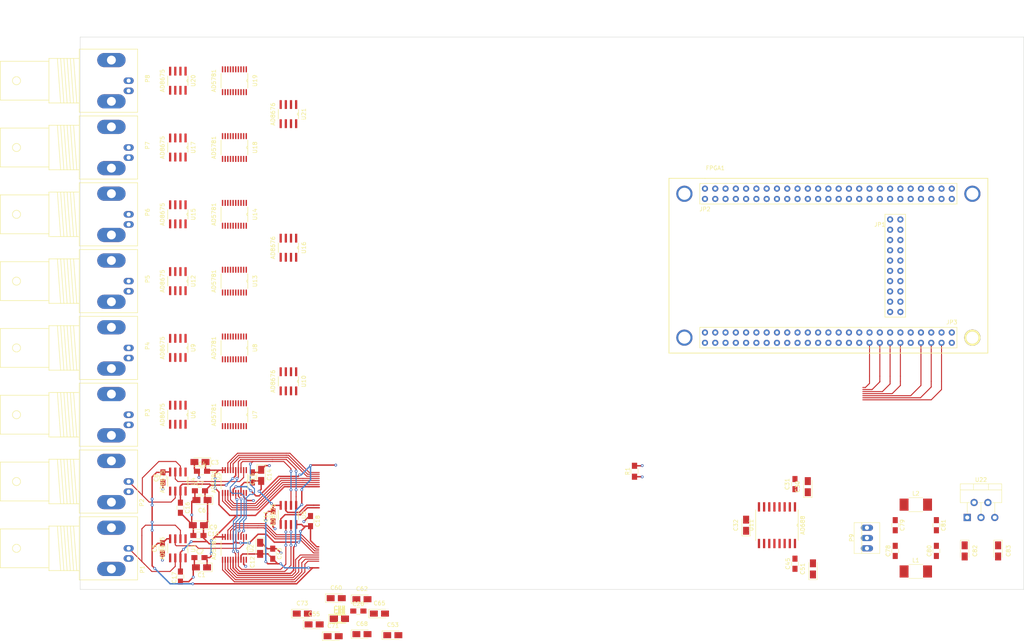
<source format=kicad_pcb>
(kicad_pcb (version 4) (host pcbnew 4.0.5)
  (layers (0 Top signal) (31 Bottom signal) (34 B.Paste user) (35 F.Paste user) (36 B.SilkS user) (37 F.SilkS user) (38 B.Mask user) (39 F.Mask user) (44 Edge.Cuts user))
  (net 0 "")
  (net 1 +3V3)
  (net 2 GNDA)
  (net 3 -15V)
  (net 4 +15V)
  (net 5 "Net-(C30-Pad2)")
  (net 6 "Net-(C32-Pad2)")
  (net 7 "Net-(C78-Pad1)")
  (net 8 "Net-(C79-Pad1)")
  (net 9 "Net-(FPGA1-PadGNDa)")
  (net 10 "Net-(FPGA1-PadGNDb)")
  (net 11 "Net-(FPGA1-PadP10)")
  (net 12 SCLK5)
  (net 13 "Net-(FPGA1-PadJ3)")
  (net 14 SDIN5)
  (net 15 "Net-(FPGA1-PadK1)")
  (net 16 "Net-(FPGA1-Pad3.3A)")
  (net 17 "Net-(FPGA1-Pad3.3B)")
  (net 18 SDO5)
  (net 19 "Net-(FPGA1-PadK3)")
  (net 20 ~LDAC~5)
  (net 21 "Net-(FPGA1-PadM1)")
  (net 22 ~CLR~5)
  (net 23 "Net-(FPGA1-PadL4)")
  (net 24 ~RESET~5)
  (net 25 "Net-(FPGA1-PadN1)")
  (net 26 "Net-(FPGA1-PadGNDc)")
  (net 27 "Net-(FPGA1-PadGNDd)")
  (net 28 "Net-(FPGA1-PadN3)")
  (net 29 "Net-(FPGA1-PadP1)")
  (net 30 "Net-(FPGA1-PadR1)")
  (net 31 "Net-(FPGA1-PadR2)")
  (net 32 "Net-(FPGA1-PadP3)")
  (net 33 "Net-(FPGA1-PadT2)")
  (net 34 "Net-(FPGA1-PadR3)")
  (net 35 "Net-(FPGA1-PadT3)")
  (net 36 "Net-(FPGA1-PadN4)")
  (net 37 "Net-(FPGA1-PadGNDe)")
  (net 38 "Net-(FPGA1-PadGNDf)")
  (net 39 ~RESET~6)
  (net 40 ~RESET~4)
  (net 41 ~CLR~6)
  (net 42 ~CLR~4)
  (net 43 ~LDAC~6)
  (net 44 ~LDAC~4)
  (net 45 SDO6)
  (net 46 SDO4)
  (net 47 "Net-(FPGA1-Pad3.3C)")
  (net 48 "Net-(FPGA1-Pad3.3D)")
  (net 49 SDIN6)
  (net 50 SDIN4)
  (net 51 SCLK6)
  (net 52 SCLK4)
  (net 53 ~SYNC~6)
  (net 54 ~SYNC~4)
  (net 55 "Net-(FPGA1-PadGNDg)")
  (net 56 "Net-(FPGA1-PadGNDh)")
  (net 57 "Net-(FPGA1-Pad3.3E)")
  (net 58 "Net-(FPGA1-Pad3.3F)")
  (net 59 ~RESET~1)
  (net 60 ~RESET~2)
  (net 61 ~CLR~1)
  (net 62 ~CLR~2)
  (net 63 ~LDAC~1)
  (net 64 ~LDAC~2)
  (net 65 SDO1)
  (net 66 SDO2)
  (net 67 SDIN1)
  (net 68 SDIN2)
  (net 69 SCLK1)
  (net 70 SCLK2)
  (net 71 ~SYNC~1)
  (net 72 ~SYNC~2)
  (net 73 "Net-(FPGA1-PadD4)")
  (net 74 "Net-(FPGA1-PadC4)")
  (net 75 "Net-(FPGA1-PadGNDj)")
  (net 76 "Net-(FPGA1-PadGNDk)")
  (net 77 "Net-(FPGA1-PadGNDl)")
  (net 78 "Net-(FPGA1-PadA8)")
  (net 79 ~SYNC~7)
  (net 80 "Net-(FPGA1-PadC8)")
  (net 81 SCLK7)
  (net 82 "Net-(FPGA1-PadA9)")
  (net 83 SDIN7)
  (net 84 "Net-(FPGA1-Pad3.3G)")
  (net 85 "Net-(FPGA1-Pad3.3H)")
  (net 86 "Net-(FPGA1-PadB9)")
  (net 87 SDO7)
  (net 88 "Net-(FPGA1-PadB10)")
  (net 89 ~LDAC~7)
  (net 90 "Net-(FPGA1-PadB12)")
  (net 91 ~CLR~7)
  (net 92 "Net-(FPGA1-PadC12)")
  (net 93 ~RESET~7)
  (net 94 "Net-(FPGA1-PadGNDn)")
  (net 95 "Net-(FPGA1-PadGNDm)")
  (net 96 "Net-(FPGA1-PadA13)")
  (net 97 "Net-(FPGA1-PadA14)")
  (net 98 "Net-(FPGA1-PadE13)")
  (net 99 "Net-(FPGA1-PadB14)")
  (net 100 "Net-(FPGA1-PadC14)")
  (net 101 "Net-(FPGA1-PadA15)")
  (net 102 "Net-(FPGA1-PadB15)")
  (net 103 "Net-(FPGA1-PadB16)")
  (net 104 "Net-(FPGA1-PadC16)")
  (net 105 "Net-(FPGA1-PadGNDo)")
  (net 106 "Net-(FPGA1-PadGNDp)")
  (net 107 ~RESET~3)
  (net 108 ~RESET~8)
  (net 109 ~CLR~3)
  (net 110 ~CLR~8)
  (net 111 ~LDAC~3)
  (net 112 ~LDAC~8)
  (net 113 SDO3)
  (net 114 SDO8)
  (net 115 "Net-(FPGA1-Pad3.3I)")
  (net 116 "Net-(FPGA1-Pad3.3J)")
  (net 117 SDIN3)
  (net 118 SDIN8)
  (net 119 SCLK3)
  (net 120 SCLK8)
  (net 121 ~SYNC~3)
  (net 122 "Net-(FPGA1-PadGNDq)")
  (net 123 "Net-(FPGA1-PadGNDr)")
  (net 124 Vout1)
  (net 125 Vout2)
  (net 126 Vout3)
  (net 127 Vout4)
  (net 128 Vout5)
  (net 129 Vout6)
  (net 130 Vout7)
  (net 131 Vout8)
  (net 132 "Net-(U1-Pad1)")
  (net 133 "Net-(U1-Pad3)")
  (net 134 "Net-(U1-Pad5)")
  (net 135 "Net-(U1-Pad8)")
  (net 136 "Net-(U2-Pad1)")
  (net 137 "Net-(U2-Pad3)")
  (net 138 "Net-(U2-Pad4)")
  (net 139 "Net-(U2-Pad16)")
  (net 140 "Net-(U2-Pad17)")
  (net 141 "Net-(U2-Pad20)")
  (net 142 "Net-(U3-Pad1)")
  (net 143 "Net-(U3-Pad2)")
  (net 144 "Net-(U3-Pad20)")
  (net 145 "Net-(U4-Pad1)")
  (net 146 "Net-(U4-Pad5)")
  (net 147 "Net-(U4-Pad8)")
  (net 148 +10Vref)
  (net 149 -10Vref)
  (net 150 "Net-(U6-Pad1)")
  (net 151 "Net-(U6-Pad3)")
  (net 152 "Net-(U6-Pad5)")
  (net 153 "Net-(U6-Pad8)")
  (net 154 "Net-(U7-Pad1)")
  (net 155 "Net-(U10-Pad2)")
  (net 156 "Net-(U10-Pad1)")
  (net 157 "Net-(U10-Pad7)")
  (net 158 "Net-(U10-Pad6)")
  (net 159 "Net-(U7-Pad20)")
  (net 160 "Net-(U8-Pad1)")
  (net 161 "Net-(U8-Pad2)")
  (net 162 "Net-(U8-Pad20)")
  (net 163 "Net-(U9-Pad1)")
  (net 164 "Net-(U9-Pad5)")
  (net 165 "Net-(U9-Pad8)")
  (net 166 "Net-(U11-Pad4)")
  (net 167 "Net-(U11-Pad5)")
  (net 168 "Net-(U11-Pad13)")
  (net 169 "Net-(U11-Pad10)")
  (net 170 "Net-(U11-Pad11)")
  (net 171 "Net-(U11-Pad12)")
  (net 172 "Net-(U12-Pad1)")
  (net 173 "Net-(U12-Pad3)")
  (net 174 "Net-(U12-Pad5)")
  (net 175 "Net-(U12-Pad8)")
  (net 176 "Net-(U13-Pad1)")
  (net 177 "Net-(U13-Pad3)")
  (net 178 "Net-(U13-Pad4)")
  (net 179 ~SYNC~5)
  (net 180 "Net-(U13-Pad16)")
  (net 181 "Net-(U13-Pad17)")
  (net 182 "Net-(U13-Pad20)")
  (net 183 "Net-(U14-Pad1)")
  (net 184 "Net-(U14-Pad2)")
  (net 185 "Net-(U14-Pad20)")
  (net 186 "Net-(U15-Pad1)")
  (net 187 "Net-(U15-Pad5)")
  (net 188 "Net-(U15-Pad8)")
  (net 189 "Net-(U17-Pad1)")
  (net 190 "Net-(U17-Pad3)")
  (net 191 "Net-(U17-Pad5)")
  (net 192 "Net-(U17-Pad8)")
  (net 193 "Net-(U18-Pad1)")
  (net 194 "Net-(U18-Pad3)")
  (net 195 "Net-(U18-Pad4)")
  (net 196 "Net-(U18-Pad16)")
  (net 197 "Net-(U18-Pad17)")
  (net 198 "Net-(U18-Pad20)")
  (net 199 "Net-(U19-Pad1)")
  (net 200 "Net-(U19-Pad2)")
  (net 201 ~SYNC~8)
  (net 202 "Net-(U19-Pad20)")
  (net 203 "Net-(U20-Pad1)")
  (net 204 "Net-(U20-Pad5)")
  (net 205 "Net-(U20-Pad8)")
  (net 206 GNDD)
  (net 207 "Net-(FPGA1-PadCLK1)")
  (net 208 "Net-(FPGA1-PadCLK2)")
  (module Capacitors_SMD:C_0805_HandSoldering (layer Top) (at 54.864 152.781)
    (fp_text reference C2 (at 0.127 -1.524) (layer F.SilkS))
    (fp_text value 0.1uF)
    (pad 1 smd rect (at -1.25 0) (size 1.5 1.25) (layers Top F.Paste F.Mask) (net 2 GNDA))
    (pad 2 smd rect (at 1.25 0) (size 1.5 1.25) (layers Top F.Paste F.Mask) (net 1 +3V3))
  )
  (module Capacitors_SMD:C_0805_HandSoldering (layer Top) (at 55.499 131.445)
    (fp_text reference C4 (at 0 -1.75) (layer F.SilkS))
    (fp_text value 0.1uF)
    (pad 1 smd rect (at -1.25 0) (size 1.5 1.25) (layers Top F.Paste F.Mask) (net 2 GNDA))
    (pad 2 smd rect (at 1.25 0) (size 1.5 1.25) (layers Top F.Paste F.Mask) (net 1 +3V3))
  )
  (module Capacitors_SMD:C_0805_HandSoldering (layer Top) (at 45.72 150.495 270)
    (fp_text reference C5 (at 0 1.905 270) (layer F.SilkS))
    (fp_text value 0.1uF)
    (pad 1 smd rect (at -1.25 0 270) (size 1.5 1.25) (layers Top F.Paste F.Mask) (net 3 -15V))
    (pad 2 smd rect (at 1.25 0 270) (size 1.5 1.25) (layers Top F.Paste F.Mask) (net 2 GNDA))
  )
  (module Capacitors_SMD:C_0805_HandSoldering (layer Top) (at 54.991 136.271)
    (fp_text reference C7 (at 0 -1.75) (layer F.SilkS))
    (fp_text value 0.1uF)
    (pad 1 smd rect (at -1.25 0) (size 1.5 1.25) (layers Top F.Paste F.Mask) (net 2 GNDA))
    (pad 2 smd rect (at 1.25 0) (size 1.5 1.25) (layers Top F.Paste F.Mask) (net 4 +15V))
  )
  (module Capacitors_SMD:C_0805_HandSoldering (layer Top) (at 45.847 132.969 270)
    (fp_text reference C8 (at 0.127 1.651 270) (layer F.SilkS))
    (fp_text value 0.1uF)
    (pad 1 smd rect (at -1.25 0 270) (size 1.5 1.25) (layers Top F.Paste F.Mask) (net 3 -15V))
    (pad 2 smd rect (at 1.25 0 270) (size 1.5 1.25) (layers Top F.Paste F.Mask) (net 2 GNDA))
  )
  (module Capacitors_SMD:C_0805_HandSoldering (layer Top) (at 54.61 147.32 180)
    (fp_text reference C10 (at -3.683 0.381 180) (layer F.SilkS))
    (fp_text value 0.1uF)
    (pad 1 smd rect (at -1.25 0 180) (size 1.5 1.25) (layers Top F.Paste F.Mask) (net 4 +15V))
    (pad 2 smd rect (at 1.25 0 180) (size 1.5 1.25) (layers Top F.Paste F.Mask) (net 2 GNDA))
  )
  (module Capacitors_SMD:C_0805_HandSoldering (layer Top) (at 73.025 142.621 90)
    (fp_text reference C11 (at 0 -1.75 90) (layer F.SilkS))
    (fp_text value 0.1uF)
    (pad 1 smd rect (at -1.25 0 90) (size 1.5 1.25) (layers Top F.Paste F.Mask) (net 2 GNDA))
    (pad 2 smd rect (at 1.25 0 90) (size 1.5 1.25) (layers Top F.Paste F.Mask) (net 3 -15V))
  )
  (module Capacitors_SMD:C_0805_HandSoldering (layer Top) (at 72.9615 151.8285 270)
    (fp_text reference C13 (at 0 -1.651 270) (layer F.SilkS))
    (fp_text value 0.1uF)
    (pad 1 smd rect (at -1.25 0 270) (size 1.5 1.25) (layers Top F.Paste F.Mask) (net 2 GNDA))
    (pad 2 smd rect (at 1.25 0 270) (size 1.5 1.25) (layers Top F.Paste F.Mask) (net 3 -15V))
  )
  (module Capacitors_SMD:C_0805_HandSoldering (layer Top) (at 67.945 132.969 270)
    (fp_text reference C15 (at 0.381 0 270) (layer F.SilkS))
    (fp_text value 0.1uF)
    (pad 1 smd rect (at -1.25 0 270) (size 1.5 1.25) (layers Top F.Paste F.Mask) (net 2 GNDA))
    (pad 2 smd rect (at 1.25 0 270) (size 1.5 1.25) (layers Top F.Paste F.Mask) (net 3 -15V))
  )
  (module Capacitors_SMD:C_0805_HandSoldering (layer Top) (at 50.165 140.462 270)
    (fp_text reference C16 (at 0 -1.75 270) (layer F.SilkS))
    (fp_text value 0.1uF)
    (pad 1 smd rect (at -1.25 0 270) (size 1.5 1.25) (layers Top F.Paste F.Mask) (net 4 +15V))
    (pad 2 smd rect (at 1.25 0 270) (size 1.5 1.25) (layers Top F.Paste F.Mask) (net 2 GNDA))
  )
  (module Capacitors_SMD:C_0805_HandSoldering (layer Top) (at 50.165 157.48 270)
    (fp_text reference C17 (at 0.254 1.524 270) (layer F.SilkS))
    (fp_text value 0.1uF)
    (pad 1 smd rect (at -1.25 0 270) (size 1.5 1.25) (layers Top F.Paste F.Mask) (net 4 +15V))
    (pad 2 smd rect (at 1.25 0 270) (size 1.5 1.25) (layers Top F.Paste F.Mask) (net 2 GNDA))
  )
  (module Capacitors_SMD:C_0805_HandSoldering (layer Top) (at 82.296 143.764 270)
    (fp_text reference C18 (at 0 -1.75 270) (layer F.SilkS))
    (fp_text value 0.1uF)
    (pad 1 smd rect (at -1.25 0 270) (size 1.5 1.25) (layers Top F.Paste F.Mask) (net 2 GNDA))
    (pad 2 smd rect (at 1.25 0 270) (size 1.5 1.25) (layers Top F.Paste F.Mask) (net 4 +15V))
  )
  (module Capacitors_SMD:C_0805_HandSoldering (layer Top) (at 94.107 165.989)
    (fp_text reference C20 (at 0 -1.75) (layer F.SilkS))
    (fp_text value 0.1uF)
    (pad 1 smd rect (at -1.25 0) (size 1.5 1.25) (layers Top F.Paste F.Mask) (net 2 GNDA))
    (pad 2 smd rect (at 1.25 0) (size 1.5 1.25) (layers Top F.Paste F.Mask) (net 1 +3V3))
  )
  (module Capacitors_SMD:C_0805_HandSoldering (layer Top) (at 89.4461 167.8686)
    (fp_text reference C22 (at 0 -1.75) (layer F.SilkS))
    (fp_text value 0.1uF)
    (pad 1 smd rect (at -1.25 0) (size 1.5 1.25) (layers Top F.Paste F.Mask) (net 2 GNDA))
    (pad 2 smd rect (at 1.25 0) (size 1.5 1.25) (layers Top F.Paste F.Mask) (net 1 +3V3))
  )
  (module Capacitors_SMD:C_0805_HandSoldering (layer Top) (at 89.4461 167.8686)
    (fp_text reference C23 (at 0 -1.75) (layer F.SilkS))
    (fp_text value 0.1uF)
    (pad 1 smd rect (at -1.25 0) (size 1.5 1.25) (layers Top F.Paste F.Mask) (net 3 -15V))
    (pad 2 smd rect (at 1.25 0) (size 1.5 1.25) (layers Top F.Paste F.Mask) (net 2 GNDA))
  )
  (module Capacitors_SMD:C_0805_HandSoldering (layer Top) (at 89.4461 167.8686)
    (fp_text reference C25 (at 0 -1.75) (layer F.SilkS))
    (fp_text value 0.1uF)
    (pad 1 smd rect (at -1.25 0) (size 1.5 1.25) (layers Top F.Paste F.Mask) (net 2 GNDA))
    (pad 2 smd rect (at 1.25 0) (size 1.5 1.25) (layers Top F.Paste F.Mask) (net 4 +15V))
  )
  (module Capacitors_SMD:C_0805_HandSoldering (layer Top) (at 89.4461 167.8686)
    (fp_text reference C26 (at 0 -1.75) (layer F.SilkS))
    (fp_text value 0.1uF)
    (pad 1 smd rect (at -1.25 0) (size 1.5 1.25) (layers Top F.Paste F.Mask) (net 3 -15V))
    (pad 2 smd rect (at 1.25 0) (size 1.5 1.25) (layers Top F.Paste F.Mask) (net 2 GNDA))
  )
  (module Capacitors_SMD:C_0805_HandSoldering (layer Top) (at 89.4461 167.8686)
    (fp_text reference C28 (at 0 -1.75) (layer F.SilkS))
    (fp_text value 0.1uF)
    (pad 1 smd rect (at -1.25 0) (size 1.5 1.25) (layers Top F.Paste F.Mask) (net 4 +15V))
    (pad 2 smd rect (at 1.25 0) (size 1.5 1.25) (layers Top F.Paste F.Mask) (net 2 GNDA))
  )
  (module Capacitors_SMD:C_0805_HandSoldering (layer Top) (at 89.4461 167.8686)
    (fp_text reference C29 (at 0 -1.75) (layer F.SilkS))
    (fp_text value 0.1uF)
    (pad 1 smd rect (at -1.25 0) (size 1.5 1.25) (layers Top F.Paste F.Mask) (net 2 GNDA))
    (pad 2 smd rect (at 1.25 0) (size 1.5 1.25) (layers Top F.Paste F.Mask) (net 3 -15V))
  )
  (module Capacitors_SMD:C_0805_HandSoldering (layer Top) (at 201.93 134.62 270)
    (fp_text reference C31 (at 0 1.905 270) (layer F.SilkS))
    (fp_text value 0.1uF)
    (pad 1 smd rect (at -1.25 0 270) (size 1.5 1.25) (layers Top F.Paste F.Mask) (net 5 "Net-(C30-Pad2)"))
    (pad 2 smd rect (at 1.25 0 270) (size 1.5 1.25) (layers Top F.Paste F.Mask) (net 4 +15V))
  )
  (module Capacitors_SMD:C_0805_HandSoldering (layer Top) (at 89.4461 167.8686)
    (fp_text reference C34 (at 0 -1.75) (layer F.SilkS))
    (fp_text value 0.1uF)
    (pad 1 smd rect (at -1.25 0) (size 1.5 1.25) (layers Top F.Paste F.Mask) (net 2 GNDA))
    (pad 2 smd rect (at 1.25 0) (size 1.5 1.25) (layers Top F.Paste F.Mask) (net 3 -15V))
  )
  (module Capacitors_SMD:C_0805_HandSoldering (layer Top) (at 89.4461 167.8686)
    (fp_text reference C36 (at 0 -1.75) (layer F.SilkS))
    (fp_text value 0.1uF)
    (pad 1 smd rect (at -1.25 0) (size 1.5 1.25) (layers Top F.Paste F.Mask) (net 2 GNDA))
    (pad 2 smd rect (at 1.25 0) (size 1.5 1.25) (layers Top F.Paste F.Mask) (net 3 -15V))
  )
  (module Capacitors_SMD:C_0805_HandSoldering (layer Top) (at 89.4461 167.8686)
    (fp_text reference C37 (at 0 -1.75) (layer F.SilkS))
    (fp_text value 0.1uF)
    (pad 1 smd rect (at -1.25 0) (size 1.5 1.25) (layers Top F.Paste F.Mask) (net 4 +15V))
    (pad 2 smd rect (at 1.25 0) (size 1.5 1.25) (layers Top F.Paste F.Mask) (net 2 GNDA))
  )
  (module Capacitors_SMD:C_0805_HandSoldering (layer Top) (at 89.4461 167.8686)
    (fp_text reference C38 (at 0 -1.75) (layer F.SilkS))
    (fp_text value 0.1uF)
    (pad 1 smd rect (at -1.25 0) (size 1.5 1.25) (layers Top F.Paste F.Mask) (net 4 +15V))
    (pad 2 smd rect (at 1.25 0) (size 1.5 1.25) (layers Top F.Paste F.Mask) (net 2 GNDA))
  )
  (module Capacitors_SMD:C_0805_HandSoldering (layer Top) (at 89.4461 167.8686)
    (fp_text reference C39 (at 0 -1.75) (layer F.SilkS))
    (fp_text value 0.1uF)
    (pad 1 smd rect (at -1.25 0) (size 1.5 1.25) (layers Top F.Paste F.Mask) (net 2 GNDA))
    (pad 2 smd rect (at 1.25 0) (size 1.5 1.25) (layers Top F.Paste F.Mask) (net 4 +15V))
  )
  (module Capacitors_SMD:C_0805_HandSoldering (layer Top) (at 89.4461 167.8686)
    (fp_text reference C41 (at 0 -1.75) (layer F.SilkS))
    (fp_text value 0.1uF)
    (pad 1 smd rect (at -1.25 0) (size 1.5 1.25) (layers Top F.Paste F.Mask) (net 2 GNDA))
    (pad 2 smd rect (at 1.25 0) (size 1.5 1.25) (layers Top F.Paste F.Mask) (net 1 +3V3))
  )
  (module Capacitors_SMD:C_0805_HandSoldering (layer Top) (at 89.4461 167.8686)
    (fp_text reference C43 (at 0 -1.75) (layer F.SilkS))
    (fp_text value 0.1uF)
    (pad 1 smd rect (at -1.25 0) (size 1.5 1.25) (layers Top F.Paste F.Mask) (net 2 GNDA))
    (pad 2 smd rect (at 1.25 0) (size 1.5 1.25) (layers Top F.Paste F.Mask) (net 1 +3V3))
  )
  (module Capacitors_SMD:C_0805_HandSoldering (layer Top) (at 89.4461 167.8686)
    (fp_text reference C44 (at 0 -1.75) (layer F.SilkS))
    (fp_text value 0.1uF)
    (pad 1 smd rect (at -1.25 0) (size 1.5 1.25) (layers Top F.Paste F.Mask) (net 3 -15V))
    (pad 2 smd rect (at 1.25 0) (size 1.5 1.25) (layers Top F.Paste F.Mask) (net 2 GNDA))
  )
  (module Capacitors_SMD:C_0805_HandSoldering (layer Top) (at 201.93 154.305 90)
    (fp_text reference C45 (at 0 -1.75 90) (layer F.SilkS))
    (fp_text value 0.1uF)
    (pad 1 smd rect (at -1.25 0 90) (size 1.5 1.25) (layers Top F.Paste F.Mask) (net 2 GNDA))
    (pad 2 smd rect (at 1.25 0 90) (size 1.5 1.25) (layers Top F.Paste F.Mask) (net 3 -15V))
  )
  (module Capacitors_SMD:C_0805_HandSoldering (layer Top) (at 89.4461 167.8686)
    (fp_text reference C47 (at 0 -1.75) (layer F.SilkS))
    (fp_text value 0.1uF)
    (pad 1 smd rect (at -1.25 0) (size 1.5 1.25) (layers Top F.Paste F.Mask) (net 2 GNDA))
    (pad 2 smd rect (at 1.25 0) (size 1.5 1.25) (layers Top F.Paste F.Mask) (net 4 +15V))
  )
  (module Capacitors_SMD:C_0805_HandSoldering (layer Top) (at 89.4461 167.8686)
    (fp_text reference C48 (at 0 -1.75) (layer F.SilkS))
    (fp_text value 0.1uF)
    (pad 1 smd rect (at -1.25 0) (size 1.5 1.25) (layers Top F.Paste F.Mask) (net 3 -15V))
    (pad 2 smd rect (at 1.25 0) (size 1.5 1.25) (layers Top F.Paste F.Mask) (net 2 GNDA))
  )
  (module Capacitors_SMD:C_0805_HandSoldering (layer Top) (at 89.4461 167.8686)
    (fp_text reference C50 (at 0 -1.75) (layer F.SilkS))
    (fp_text value 0.1uF)
    (pad 1 smd rect (at -1.25 0) (size 1.5 1.25) (layers Top F.Paste F.Mask) (net 4 +15V))
    (pad 2 smd rect (at 1.25 0) (size 1.5 1.25) (layers Top F.Paste F.Mask) (net 2 GNDA))
  )
  (module Capacitors_SMD:C_0805_HandSoldering (layer Top) (at 89.4461 167.8686)
    (fp_text reference C52 (at 0 -1.75) (layer F.SilkS))
    (fp_text value 0.1uF)
    (pad 1 smd rect (at -1.25 0) (size 1.5 1.25) (layers Top F.Paste F.Mask) (net 2 GNDA))
    (pad 2 smd rect (at 1.25 0) (size 1.5 1.25) (layers Top F.Paste F.Mask) (net 3 -15V))
  )
  (module Capacitors_SMD:C_0805_HandSoldering (layer Top) (at 89.4461 167.8686)
    (fp_text reference C54 (at 0 -1.75) (layer F.SilkS))
    (fp_text value 0.1uF)
    (pad 1 smd rect (at -1.25 0) (size 1.5 1.25) (layers Top F.Paste F.Mask) (net 2 GNDA))
    (pad 2 smd rect (at 1.25 0) (size 1.5 1.25) (layers Top F.Paste F.Mask) (net 3 -15V))
  )
  (module Capacitors_SMD:C_0805_HandSoldering (layer Top) (at 89.4461 167.8686)
    (fp_text reference C56 (at 0 -1.75) (layer F.SilkS))
    (fp_text value 0.1uF)
    (pad 1 smd rect (at -1.25 0) (size 1.5 1.25) (layers Top F.Paste F.Mask) (net 2 GNDA))
    (pad 2 smd rect (at 1.25 0) (size 1.5 1.25) (layers Top F.Paste F.Mask) (net 3 -15V))
  )
  (module Capacitors_SMD:C_0805_HandSoldering (layer Top) (at 89.4461 167.8686)
    (fp_text reference C57 (at 0 -1.75) (layer F.SilkS))
    (fp_text value 0.1uF)
    (pad 1 smd rect (at -1.25 0) (size 1.5 1.25) (layers Top F.Paste F.Mask) (net 4 +15V))
    (pad 2 smd rect (at 1.25 0) (size 1.5 1.25) (layers Top F.Paste F.Mask) (net 2 GNDA))
  )
  (module Capacitors_SMD:C_0805_HandSoldering (layer Top) (at 89.4461 167.8686)
    (fp_text reference C58 (at 0 -1.75) (layer F.SilkS))
    (fp_text value 0.1uF)
    (pad 1 smd rect (at -1.25 0) (size 1.5 1.25) (layers Top F.Paste F.Mask) (net 4 +15V))
    (pad 2 smd rect (at 1.25 0) (size 1.5 1.25) (layers Top F.Paste F.Mask) (net 2 GNDA))
  )
  (module Capacitors_SMD:C_0805_HandSoldering (layer Top) (at 89.4461 167.8686)
    (fp_text reference C59 (at 0 -1.75) (layer F.SilkS))
    (fp_text value 0.1uF)
    (pad 1 smd rect (at -1.25 0) (size 1.5 1.25) (layers Top F.Paste F.Mask) (net 2 GNDA))
    (pad 2 smd rect (at 1.25 0) (size 1.5 1.25) (layers Top F.Paste F.Mask) (net 4 +15V))
  )
  (module Capacitors_SMD:C_0805_HandSoldering (layer Top) (at 89.4461 167.8686)
    (fp_text reference C61 (at 0 -1.75) (layer F.SilkS))
    (fp_text value 0.1uF)
    (pad 1 smd rect (at -1.25 0) (size 1.5 1.25) (layers Top F.Paste F.Mask) (net 2 GNDA))
    (pad 2 smd rect (at 1.25 0) (size 1.5 1.25) (layers Top F.Paste F.Mask) (net 1 +3V3))
  )
  (module Capacitors_SMD:C_0805_HandSoldering (layer Top) (at 89.4461 167.8686)
    (fp_text reference C63 (at 0 -1.75) (layer F.SilkS))
    (fp_text value 0.1uF)
    (pad 1 smd rect (at -1.25 0) (size 1.5 1.25) (layers Top F.Paste F.Mask) (net 2 GNDA))
    (pad 2 smd rect (at 1.25 0) (size 1.5 1.25) (layers Top F.Paste F.Mask) (net 1 +3V3))
  )
  (module Capacitors_SMD:C_0805_HandSoldering (layer Top) (at 89.4461 167.8686)
    (fp_text reference C64 (at 0 -1.75) (layer F.SilkS))
    (fp_text value 0.1uF)
    (pad 1 smd rect (at -1.25 0) (size 1.5 1.25) (layers Top F.Paste F.Mask) (net 3 -15V))
    (pad 2 smd rect (at 1.25 0) (size 1.5 1.25) (layers Top F.Paste F.Mask) (net 2 GNDA))
  )
  (module Capacitors_SMD:C_0805_HandSoldering (layer Top) (at 89.4461 167.8686)
    (fp_text reference C66 (at 0 -1.75) (layer F.SilkS))
    (fp_text value 0.1uF)
    (pad 1 smd rect (at -1.25 0) (size 1.5 1.25) (layers Top F.Paste F.Mask) (net 2 GNDA))
    (pad 2 smd rect (at 1.25 0) (size 1.5 1.25) (layers Top F.Paste F.Mask) (net 4 +15V))
  )
  (module Capacitors_SMD:C_0805_HandSoldering (layer Top) (at 89.4461 167.8686)
    (fp_text reference C67 (at 0 -1.75) (layer F.SilkS))
    (fp_text value 0.1uF)
    (pad 1 smd rect (at -1.25 0) (size 1.5 1.25) (layers Top F.Paste F.Mask) (net 3 -15V))
    (pad 2 smd rect (at 1.25 0) (size 1.5 1.25) (layers Top F.Paste F.Mask) (net 2 GNDA))
  )
  (module Capacitors_SMD:C_0805_HandSoldering (layer Top) (at 89.4461 167.8686)
    (fp_text reference C69 (at 0 -1.75) (layer F.SilkS))
    (fp_text value 0.1uF)
    (pad 1 smd rect (at -1.25 0) (size 1.5 1.25) (layers Top F.Paste F.Mask) (net 4 +15V))
    (pad 2 smd rect (at 1.25 0) (size 1.5 1.25) (layers Top F.Paste F.Mask) (net 2 GNDA))
  )
  (module Capacitors_SMD:C_0805_HandSoldering (layer Top) (at 89.4461 167.8686)
    (fp_text reference C70 (at 0 -1.75) (layer F.SilkS))
    (fp_text value 0.1uF)
    (pad 1 smd rect (at -1.25 0) (size 1.5 1.25) (layers Top F.Paste F.Mask) (net 2 GNDA))
    (pad 2 smd rect (at 1.25 0) (size 1.5 1.25) (layers Top F.Paste F.Mask) (net 3 -15V))
  )
  (module Capacitors_SMD:C_0805_HandSoldering (layer Top) (at 89.4461 167.8686)
    (fp_text reference C72 (at 0 -1.75) (layer F.SilkS))
    (fp_text value 0.1uF)
    (pad 1 smd rect (at -1.25 0) (size 1.5 1.25) (layers Top F.Paste F.Mask) (net 2 GNDA))
    (pad 2 smd rect (at 1.25 0) (size 1.5 1.25) (layers Top F.Paste F.Mask) (net 3 -15V))
  )
  (module Capacitors_SMD:C_0805_HandSoldering (layer Top) (at 89.4461 167.8686)
    (fp_text reference C74 (at 0 -1.75) (layer F.SilkS))
    (fp_text value 0.1uF)
    (pad 1 smd rect (at -1.25 0) (size 1.5 1.25) (layers Top F.Paste F.Mask) (net 2 GNDA))
    (pad 2 smd rect (at 1.25 0) (size 1.5 1.25) (layers Top F.Paste F.Mask) (net 3 -15V))
  )
  (module Capacitors_SMD:C_0805_HandSoldering (layer Top) (at 89.4461 167.8686)
    (fp_text reference C75 (at 0 -1.75) (layer F.SilkS))
    (fp_text value 0.1uF)
    (pad 1 smd rect (at -1.25 0) (size 1.5 1.25) (layers Top F.Paste F.Mask) (net 4 +15V))
    (pad 2 smd rect (at 1.25 0) (size 1.5 1.25) (layers Top F.Paste F.Mask) (net 2 GNDA))
  )
  (module Capacitors_SMD:C_0805_HandSoldering (layer Top) (at 89.4461 167.8686)
    (fp_text reference C76 (at 0 -1.75) (layer F.SilkS))
    (fp_text value 0.1uF)
    (pad 1 smd rect (at -1.25 0) (size 1.5 1.25) (layers Top F.Paste F.Mask) (net 4 +15V))
    (pad 2 smd rect (at 1.25 0) (size 1.5 1.25) (layers Top F.Paste F.Mask) (net 2 GNDA))
  )
  (module Capacitors_SMD:C_0805_HandSoldering (layer Top) (at 89.4461 167.8686)
    (fp_text reference C77 (at 0 -1.75) (layer F.SilkS))
    (fp_text value 0.1uF)
    (pad 1 smd rect (at -1.25 0) (size 1.5 1.25) (layers Top F.Paste F.Mask) (net 2 GNDA))
    (pad 2 smd rect (at 1.25 0) (size 1.5 1.25) (layers Top F.Paste F.Mask) (net 4 +15V))
  )
  (module Capacitors_SMD:C_0805_HandSoldering (layer Top) (at 226.695 151.13 90)
    (fp_text reference C78 (at 0 -1.75 90) (layer F.SilkS))
    (fp_text value 0.1uF)
    (pad 1 smd rect (at -1.25 0 90) (size 1.5 1.25) (layers Top F.Paste F.Mask) (net 7 "Net-(C78-Pad1)"))
    (pad 2 smd rect (at 1.25 0 90) (size 1.5 1.25) (layers Top F.Paste F.Mask) (net 2 GNDA))
  )
  (module Capacitors_SMD:C_0805_HandSoldering (layer Top) (at 226.695 144.78 270)
    (fp_text reference C79 (at 0 -1.75 270) (layer F.SilkS))
    (fp_text value 0.1uF)
    (pad 1 smd rect (at -1.25 0 270) (size 1.5 1.25) (layers Top F.Paste F.Mask) (net 8 "Net-(C79-Pad1)"))
    (pad 2 smd rect (at 1.25 0 270) (size 1.5 1.25) (layers Top F.Paste F.Mask) (net 2 GNDA))
  )
  (module Capacitors_SMD:C_0805_HandSoldering (layer Top) (at 236.855 151.13 90)
    (fp_text reference C80 (at 0 -1.75 90) (layer F.SilkS))
    (fp_text value 0.01uF)
    (pad 1 smd rect (at -1.25 0 90) (size 1.5 1.25) (layers Top F.Paste F.Mask) (net 4 +15V))
    (pad 2 smd rect (at 1.25 0 90) (size 1.5 1.25) (layers Top F.Paste F.Mask) (net 2 GNDA))
  )
  (module Capacitors_SMD:C_0805_HandSoldering (layer Top) (at 236.855 144.78 270)
    (fp_text reference C81 (at 0 -1.75 270) (layer F.SilkS))
    (fp_text value 0.01uF)
    (pad 1 smd rect (at -1.25 0 270) (size 1.5 1.25) (layers Top F.Paste F.Mask) (net 3 -15V))
    (pad 2 smd rect (at 1.25 0 270) (size 1.5 1.25) (layers Top F.Paste F.Mask) (net 2 GNDA))
  )
  (module KiCad_DAC_Specific:XEM7001 (layer Top) (at 235.585 66.675)
    (fp_text reference FPGA1 (at -53.34 -10.16) (layer F.SilkS))
    (fp_text value XEM7001)
    (fp_text user JP3 (at 5.08 27.94) (layer F.SilkS))
    (fp_text user JP1 (at -12.7 3.81) (layer F.SilkS))
    (fp_text user JP2 (at -55.88 0) (layer F.SilkS))
    (pad "" np_thru_hole circle (at -60.96 31.75) (size 4 4) (drill 3) (layers *.Cu *.Mask))
    (pad "" np_thru_hole circle (at 10.16 31.75) (size 4 4) (drill 3) (layers *.Cu *.Mask F.SilkS Dwgs.User))
    (pad "" np_thru_hole circle (at 10.16 -3.81) (size 4 4) (drill 3) (layers *.Cu *.Mask))
    (pad GNDa thru_hole circle (at 5.08 -5.08) (size 1.524 1.524) (drill 0.762) (layers *.Cu *.Mask) (net 9 "Net-(FPGA1-PadGNDa)"))
    (pad GNDb thru_hole circle (at 5.08 -2.54) (size 1.524 1.524) (drill 0.762) (layers *.Cu *.Mask) (net 10 "Net-(FPGA1-PadGNDb)"))
    (pad CLK1 thru_hole circle (at 2.54 -5.08) (size 1.524 1.524) (drill 0.762) (layers *.Cu *.Mask) (net 207 "Net-(FPGA1-PadCLK1)"))
    (pad P10 thru_hole circle (at 2.54 -2.54) (size 1.524 1.524) (drill 0.762) (layers *.Cu *.Mask) (net 11 "Net-(FPGA1-PadP10)"))
    (pad J1 thru_hole circle (at 0 -5.08) (size 1.524 1.524) (drill 0.762) (layers *.Cu *.Mask) (net 120 SCLK8))
    (pad J3 thru_hole circle (at 0 -2.54) (size 1.524 1.524) (drill 0.762) (layers *.Cu *.Mask) (net 13 "Net-(FPGA1-PadJ3)"))
    (pad K2 thru_hole circle (at -2.54 -5.08) (size 1.524 1.524) (drill 0.762) (layers *.Cu *.Mask) (net 118 SDIN8))
    (pad K1 thru_hole circle (at -2.54 -2.54) (size 1.524 1.524) (drill 0.762) (layers *.Cu *.Mask) (net 15 "Net-(FPGA1-PadK1)"))
    (pad 3.3A thru_hole circle (at -5.08 -5.08) (size 1.524 1.524) (drill 0.762) (layers *.Cu *.Mask) (net 16 "Net-(FPGA1-Pad3.3A)"))
    (pad 3.3B thru_hole circle (at -5.08 -2.54) (size 1.524 1.524) (drill 0.762) (layers *.Cu *.Mask) (net 17 "Net-(FPGA1-Pad3.3B)"))
    (pad L2 thru_hole circle (at -7.62 -5.08) (size 1.524 1.524) (drill 0.762) (layers *.Cu *.Mask) (net 114 SDO8))
    (pad K3 thru_hole circle (at -7.62 -2.54) (size 1.524 1.524) (drill 0.762) (layers *.Cu *.Mask) (net 19 "Net-(FPGA1-PadK3)"))
    (pad L3 thru_hole circle (at -10.16 -5.08) (size 1.524 1.524) (drill 0.762) (layers *.Cu *.Mask) (net 112 ~LDAC~8))
    (pad M1 thru_hole circle (at -10.16 -2.54) (size 1.524 1.524) (drill 0.762) (layers *.Cu *.Mask) (net 21 "Net-(FPGA1-PadM1)"))
    (pad M2 thru_hole circle (at -12.7 -5.08) (size 1.524 1.524) (drill 0.762) (layers *.Cu *.Mask) (net 110 ~CLR~8))
    (pad L4 thru_hole circle (at -12.7 -2.54) (size 1.524 1.524) (drill 0.762) (layers *.Cu *.Mask) (net 23 "Net-(FPGA1-PadL4)"))
    (pad M4 thru_hole circle (at -15.24 -5.08) (size 1.524 1.524) (drill 0.762) (layers *.Cu *.Mask) (net 108 ~RESET~8))
    (pad N1 thru_hole circle (at -15.24 -2.54) (size 1.524 1.524) (drill 0.762) (layers *.Cu *.Mask) (net 25 "Net-(FPGA1-PadN1)"))
    (pad GNDc thru_hole circle (at -17.78 -5.08) (size 1.524 1.524) (drill 0.762) (layers *.Cu *.Mask) (net 26 "Net-(FPGA1-PadGNDc)"))
    (pad GNDd thru_hole circle (at -17.78 -2.54) (size 1.524 1.524) (drill 0.762) (layers *.Cu *.Mask) (net 27 "Net-(FPGA1-PadGNDd)"))
    (pad N2 thru_hole circle (at -20.32 -5.08) (size 1.524 1.524) (drill 0.762) (layers *.Cu *.Mask) (net 201 ~SYNC~8))
    (pad N3 thru_hole circle (at -20.32 -2.54) (size 1.524 1.524) (drill 0.762) (layers *.Cu *.Mask) (net 28 "Net-(FPGA1-PadN3)"))
    (pad P1 thru_hole circle (at -22.86 -5.08) (size 1.524 1.524) (drill 0.762) (layers *.Cu *.Mask) (net 29 "Net-(FPGA1-PadP1)"))
    (pad R1 thru_hole circle (at -22.86 -2.54) (size 1.524 1.524) (drill 0.762) (layers *.Cu *.Mask) (net 30 "Net-(FPGA1-PadR1)"))
    (pad R2 thru_hole circle (at -25.4 -5.08) (size 1.524 1.524) (drill 0.762) (layers *.Cu *.Mask) (net 31 "Net-(FPGA1-PadR2)"))
    (pad P3 thru_hole circle (at -25.4 -2.54) (size 1.524 1.524) (drill 0.762) (layers *.Cu *.Mask) (net 32 "Net-(FPGA1-PadP3)"))
    (pad T2 thru_hole circle (at -27.94 -5.08) (size 1.524 1.524) (drill 0.762) (layers *.Cu *.Mask) (net 33 "Net-(FPGA1-PadT2)"))
    (pad R3 thru_hole circle (at -27.94 -2.54) (size 1.524 1.524) (drill 0.762) (layers *.Cu *.Mask) (net 34 "Net-(FPGA1-PadR3)"))
    (pad T3 thru_hole circle (at -30.48 -5.08) (size 1.524 1.524) (drill 0.762) (layers *.Cu *.Mask) (net 35 "Net-(FPGA1-PadT3)"))
    (pad N4 thru_hole circle (at -30.48 -2.54) (size 1.524 1.524) (drill 0.762) (layers *.Cu *.Mask) (net 36 "Net-(FPGA1-PadN4)"))
    (pad GNDe thru_hole circle (at -33.02 -5.08) (size 1.524 1.524) (drill 0.762) (layers *.Cu *.Mask) (net 37 "Net-(FPGA1-PadGNDe)"))
    (pad GNDf thru_hole circle (at -33.02 -2.54) (size 1.524 1.524) (drill 0.762) (layers *.Cu *.Mask) (net 38 "Net-(FPGA1-PadGNDf)"))
    (pad P4 thru_hole circle (at -35.56 -5.08) (size 1.524 1.524) (drill 0.762) (layers *.Cu *.Mask) (net 93 ~RESET~7))
    (pad T4 thru_hole circle (at -35.56 -2.54) (size 1.524 1.524) (drill 0.762) (layers *.Cu *.Mask) (net 39 ~RESET~6))
    (pad P5 thru_hole circle (at -38.1 -5.08) (size 1.524 1.524) (drill 0.762) (layers *.Cu *.Mask) (net 91 ~CLR~7))
    (pad N6 thru_hole circle (at -38.1 -2.54) (size 1.524 1.524) (drill 0.762) (layers *.Cu *.Mask) (net 41 ~CLR~6))
    (pad R5 thru_hole circle (at -40.64 -5.08) (size 1.524 1.524) (drill 0.762) (layers *.Cu *.Mask) (net 89 ~LDAC~7))
    (pad P8 thru_hole circle (at -40.64 -2.54) (size 1.524 1.524) (drill 0.762) (layers *.Cu *.Mask) (net 43 ~LDAC~6))
    (pad T5 thru_hole circle (at -43.18 -5.08) (size 1.524 1.524) (drill 0.762) (layers *.Cu *.Mask) (net 87 SDO7))
    (pad R6 thru_hole circle (at -43.18 -2.54) (size 1.524 1.524) (drill 0.762) (layers *.Cu *.Mask) (net 45 SDO6))
    (pad 3.3C thru_hole circle (at -45.72 -5.08) (size 1.524 1.524) (drill 0.762) (layers *.Cu *.Mask) (net 47 "Net-(FPGA1-Pad3.3C)"))
    (pad 3.3D thru_hole circle (at -45.72 -2.54) (size 1.524 1.524) (drill 0.762) (layers *.Cu *.Mask) (net 48 "Net-(FPGA1-Pad3.3D)"))
    (pad T9 thru_hole circle (at -48.26 -5.08) (size 1.524 1.524) (drill 0.762) (layers *.Cu *.Mask) (net 83 SDIN7))
    (pad R7 thru_hole circle (at -48.26 -2.54) (size 1.524 1.524) (drill 0.762) (layers *.Cu *.Mask) (net 49 SDIN6))
    (pad T7 thru_hole circle (at -50.8 -5.08) (size 1.524 1.524) (drill 0.762) (layers *.Cu *.Mask) (net 81 SCLK7))
    (pad R8 thru_hole circle (at -50.8 -2.54) (size 1.524 1.524) (drill 0.762) (layers *.Cu *.Mask) (net 51 SCLK6))
    (pad T8 thru_hole circle (at -53.34 -5.08) (size 1.524 1.524) (drill 0.762) (layers *.Cu *.Mask) (net 79 ~SYNC~7))
    (pad T10 thru_hole circle (at -53.34 -2.54) (size 1.524 1.524) (drill 0.762) (layers *.Cu *.Mask) (net 53 ~SYNC~6))
    (pad GNDg thru_hole circle (at -55.88 -5.08) (size 1.524 1.524) (drill 0.762) (layers *.Cu *.Mask) (net 55 "Net-(FPGA1-PadGNDg)"))
    (pad GNDh thru_hole circle (at -55.88 -2.54) (size 1.524 1.524) (drill 0.762) (layers *.Cu *.Mask) (net 56 "Net-(FPGA1-PadGNDh)"))
    (pad 3.3E thru_hole circle (at -10.16 2.54) (size 1.524 1.524) (drill 0.762) (layers *.Cu *.Mask) (net 57 "Net-(FPGA1-Pad3.3E)"))
    (pad 3.3F thru_hole circle (at -7.62 2.54) (size 1.524 1.524) (drill 0.762) (layers *.Cu *.Mask) (net 58 "Net-(FPGA1-Pad3.3F)"))
    (pad H1 thru_hole circle (at -10.16 5.08) (size 1.524 1.524) (drill 0.762) (layers *.Cu *.Mask) (net 40 ~RESET~4))
    (pad H2 thru_hole circle (at -7.62 5.08) (size 1.524 1.524) (drill 0.762) (layers *.Cu *.Mask) (net 24 ~RESET~5))
    (pad G1 thru_hole circle (at -10.16 7.62) (size 1.524 1.524) (drill 0.762) (layers *.Cu *.Mask) (net 42 ~CLR~4))
    (pad G2 thru_hole circle (at -7.62 7.62) (size 1.524 1.524) (drill 0.762) (layers *.Cu *.Mask) (net 22 ~CLR~5))
    (pad F2 thru_hole circle (at -10.16 10.16) (size 1.524 1.524) (drill 0.762) (layers *.Cu *.Mask) (net 44 ~LDAC~4))
    (pad E1 thru_hole circle (at -7.62 10.16) (size 1.524 1.524) (drill 0.762) (layers *.Cu *.Mask) (net 20 ~LDAC~5))
    (pad E2 thru_hole circle (at -10.16 12.7) (size 1.524 1.524) (drill 0.762) (layers *.Cu *.Mask) (net 46 SDO4))
    (pad D1 thru_hole circle (at -7.62 12.7) (size 1.524 1.524) (drill 0.762) (layers *.Cu *.Mask) (net 18 SDO5))
    (pad C1 thru_hole circle (at -10.16 15.24) (size 1.524 1.524) (drill 0.762) (layers *.Cu *.Mask) (net 50 SDIN4))
    (pad C2 thru_hole circle (at -7.62 15.24) (size 1.524 1.524) (drill 0.762) (layers *.Cu *.Mask) (net 14 SDIN5))
    (pad B1 thru_hole circle (at -10.16 17.78) (size 1.524 1.524) (drill 0.762) (layers *.Cu *.Mask) (net 52 SCLK4))
    (pad B2 thru_hole circle (at -7.62 17.78) (size 1.524 1.524) (drill 0.762) (layers *.Cu *.Mask) (net 12 SCLK5))
    (pad A2 thru_hole circle (at -10.16 20.32) (size 1.524 1.524) (drill 0.762) (layers *.Cu *.Mask) (net 54 ~SYNC~4))
    (pad A3 thru_hole circle (at -7.62 20.32) (size 1.524 1.524) (drill 0.762) (layers *.Cu *.Mask) (net 179 ~SYNC~5))
    (pad D4 thru_hole circle (at -10.16 22.86) (size 1.524 1.524) (drill 0.762) (layers *.Cu *.Mask) (net 73 "Net-(FPGA1-PadD4)"))
    (pad C4 thru_hole circle (at -7.62 22.86) (size 1.524 1.524) (drill 0.762) (layers *.Cu *.Mask) (net 74 "Net-(FPGA1-PadC4)"))
    (pad GNDi thru_hole circle (at -10.16 25.4) (size 1.524 1.524) (drill 0.762) (layers *.Cu *.Mask) (net 206 GNDD))
    (pad GNDj thru_hole circle (at -7.62 25.4) (size 1.524 1.524) (drill 0.762) (layers *.Cu *.Mask) (net 75 "Net-(FPGA1-PadGNDj)"))
    (pad GNDk thru_hole circle (at 5.08 30.48) (size 1.524 1.524) (drill 0.762) (layers *.Cu *.Mask) (net 76 "Net-(FPGA1-PadGNDk)"))
    (pad GNDl thru_hole circle (at 5.08 33.02) (size 1.524 1.524) (drill 0.762) (layers *.Cu *.Mask) (net 77 "Net-(FPGA1-PadGNDl)"))
    (pad A8 thru_hole circle (at 2.54 30.48) (size 1.524 1.524) (drill 0.762) (layers *.Cu *.Mask) (net 78 "Net-(FPGA1-PadA8)"))
    (pad D9 thru_hole circle (at 2.54 33.02) (size 1.524 1.524) (drill 0.762) (layers *.Cu *.Mask) (net 65 SDO1))
    (pad C8 thru_hole circle (at 0 30.48) (size 1.524 1.524) (drill 0.762) (layers *.Cu *.Mask) (net 80 "Net-(FPGA1-PadC8)"))
    (pad D10 thru_hole circle (at 0 33.02) (size 1.524 1.524) (drill 0.762) (layers *.Cu *.Mask) (net 67 SDIN1))
    (pad A9 thru_hole circle (at -2.54 30.48) (size 1.524 1.524) (drill 0.762) (layers *.Cu *.Mask) (net 82 "Net-(FPGA1-PadA9)"))
    (pad C9 thru_hole circle (at -2.54 33.02) (size 1.524 1.524) (drill 0.762) (layers *.Cu *.Mask) (net 69 SCLK1))
    (pad 3.3G thru_hole circle (at -5.08 30.48) (size 1.524 1.524) (drill 0.762) (layers *.Cu *.Mask) (net 84 "Net-(FPGA1-Pad3.3G)"))
    (pad 3.3H thru_hole circle (at -5.08 33.02) (size 1.524 1.524) (drill 0.762) (layers *.Cu *.Mask) (net 85 "Net-(FPGA1-Pad3.3H)"))
    (pad B9 thru_hole circle (at -7.62 30.48) (size 1.524 1.524) (drill 0.762) (layers *.Cu *.Mask) (net 86 "Net-(FPGA1-PadB9)"))
    (pad A10 thru_hole circle (at -7.62 33.02) (size 1.524 1.524) (drill 0.762) (layers *.Cu *.Mask) (net 71 ~SYNC~1))
    (pad B10 thru_hole circle (at -10.16 30.48) (size 1.524 1.524) (drill 0.762) (layers *.Cu *.Mask) (net 88 "Net-(FPGA1-PadB10)"))
    (pad C11 thru_hole circle (at -10.16 33.02) (size 1.524 1.524) (drill 0.762) (layers *.Cu *.Mask) (net 59 ~RESET~1))
    (pad B12 thru_hole circle (at -12.7 30.48) (size 1.524 1.524) (drill 0.762) (layers *.Cu *.Mask) (net 90 "Net-(FPGA1-PadB12)"))
    (pad A12 thru_hole circle (at -12.7 33.02) (size 1.524 1.524) (drill 0.762) (layers *.Cu *.Mask) (net 61 ~CLR~1))
    (pad C12 thru_hole circle (at -15.24 30.48) (size 1.524 1.524) (drill 0.762) (layers *.Cu *.Mask) (net 92 "Net-(FPGA1-PadC12)"))
    (pad F13 thru_hole circle (at -15.24 33.02) (size 1.524 1.524) (drill 0.762) (layers *.Cu *.Mask) (net 63 ~LDAC~1))
    (pad GNDn thru_hole circle (at -17.78 30.48) (size 1.524 1.524) (drill 0.762) (layers *.Cu *.Mask) (net 94 "Net-(FPGA1-PadGNDn)"))
    (pad GNDm thru_hole circle (at -17.78 33.02) (size 1.524 1.524) (drill 0.762) (layers *.Cu *.Mask) (net 95 "Net-(FPGA1-PadGNDm)"))
    (pad A13 thru_hole circle (at -20.32 30.48) (size 1.524 1.524) (drill 0.762) (layers *.Cu *.Mask) (net 96 "Net-(FPGA1-PadA13)"))
    (pad A14 thru_hole circle (at -20.32 33.02) (size 1.524 1.524) (drill 0.762) (layers *.Cu *.Mask) (net 97 "Net-(FPGA1-PadA14)"))
    (pad E13 thru_hole circle (at -22.86 30.48) (size 1.524 1.524) (drill 0.762) (layers *.Cu *.Mask) (net 98 "Net-(FPGA1-PadE13)"))
    (pad B14 thru_hole circle (at -22.86 33.02) (size 1.524 1.524) (drill 0.762) (layers *.Cu *.Mask) (net 99 "Net-(FPGA1-PadB14)"))
    (pad C14 thru_hole circle (at -25.4 30.48) (size 1.524 1.524) (drill 0.762) (layers *.Cu *.Mask) (net 100 "Net-(FPGA1-PadC14)"))
    (pad A15 thru_hole circle (at -25.4 33.02) (size 1.524 1.524) (drill 0.762) (layers *.Cu *.Mask) (net 101 "Net-(FPGA1-PadA15)"))
    (pad B15 thru_hole circle (at -27.94 30.48) (size 1.524 1.524) (drill 0.762) (layers *.Cu *.Mask) (net 102 "Net-(FPGA1-PadB15)"))
    (pad B16 thru_hole circle (at -27.94 33.02) (size 1.524 1.524) (drill 0.762) (layers *.Cu *.Mask) (net 103 "Net-(FPGA1-PadB16)"))
    (pad C16 thru_hole circle (at -30.48 30.48) (size 1.524 1.524) (drill 0.762) (layers *.Cu *.Mask) (net 104 "Net-(FPGA1-PadC16)"))
    (pad D15 thru_hole circle (at -30.48 33.02) (size 1.524 1.524) (drill 0.762) (layers *.Cu *.Mask) (net 66 SDO2))
    (pad GNDo thru_hole circle (at -33.02 30.48) (size 1.524 1.524) (drill 0.762) (layers *.Cu *.Mask) (net 105 "Net-(FPGA1-PadGNDo)"))
    (pad GNDp thru_hole circle (at -33.02 33.02) (size 1.524 1.524) (drill 0.762) (layers *.Cu *.Mask) (net 106 "Net-(FPGA1-PadGNDp)"))
    (pad D16 thru_hole circle (at -35.56 30.48) (size 1.524 1.524) (drill 0.762) (layers *.Cu *.Mask) (net 107 ~RESET~3))
    (pad D14 thru_hole circle (at -35.56 33.02) (size 1.524 1.524) (drill 0.762) (layers *.Cu *.Mask) (net 68 SDIN2))
    (pad E16 thru_hole circle (at -38.1 30.48) (size 1.524 1.524) (drill 0.762) (layers *.Cu *.Mask) (net 109 ~CLR~3))
    (pad E15 thru_hole circle (at -38.1 33.02) (size 1.524 1.524) (drill 0.762) (layers *.Cu *.Mask) (net 70 SCLK2))
    (pad G15 thru_hole circle (at -40.64 30.48) (size 1.524 1.524) (drill 0.762) (layers *.Cu *.Mask) (net 111 ~LDAC~3))
    (pad F14 thru_hole circle (at -40.64 33.02) (size 1.524 1.524) (drill 0.762) (layers *.Cu *.Mask) (net 72 ~SYNC~2))
    (pad H14 thru_hole circle (at -43.18 30.48) (size 1.524 1.524) (drill 0.762) (layers *.Cu *.Mask) (net 113 SDO3))
    (pad G16 thru_hole circle (at -43.18 33.02) (size 1.524 1.524) (drill 0.762) (layers *.Cu *.Mask) (net 60 ~RESET~2))
    (pad 3.3I thru_hole circle (at -45.72 30.48) (size 1.524 1.524) (drill 0.762) (layers *.Cu *.Mask) (net 115 "Net-(FPGA1-Pad3.3I)"))
    (pad 3.3J thru_hole circle (at -45.72 33.02) (size 1.524 1.524) (drill 0.762) (layers *.Cu *.Mask) (net 116 "Net-(FPGA1-Pad3.3J)"))
    (pad H13 thru_hole circle (at -48.26 30.48) (size 1.524 1.524) (drill 0.762) (layers *.Cu *.Mask) (net 117 SDIN3))
    (pad H16 thru_hole circle (at -48.26 33.02) (size 1.524 1.524) (drill 0.762) (layers *.Cu *.Mask) (net 62 ~CLR~2))
    (pad F15 thru_hole circle (at -50.8 30.48) (size 1.524 1.524) (drill 0.762) (layers *.Cu *.Mask) (net 119 SCLK3))
    (pad G14 thru_hole circle (at -50.8 33.02) (size 1.524 1.524) (drill 0.762) (layers *.Cu *.Mask) (net 64 ~LDAC~2))
    (pad E12 thru_hole circle (at -53.34 30.48) (size 1.524 1.524) (drill 0.762) (layers *.Cu *.Mask) (net 121 ~SYNC~3))
    (pad CLK2 thru_hole circle (at -53.34 33.02) (size 1.524 1.524) (drill 0.762) (layers *.Cu *.Mask) (net 208 "Net-(FPGA1-PadCLK2)"))
    (pad GNDq thru_hole circle (at -55.88 30.48) (size 1.524 1.524) (drill 0.762) (layers *.Cu *.Mask) (net 122 "Net-(FPGA1-PadGNDq)"))
    (pad GNDr thru_hole circle (at -55.88 33.02) (size 1.524 1.524) (drill 0.762) (layers *.Cu *.Mask) (net 123 "Net-(FPGA1-PadGNDr)"))
    (pad "" np_thru_hole circle (at -60.96 -3.81) (size 4 4) (drill 3) (layers *.Cu *.Mask))
  )
  (module Capacitors_SMD:C_1812_HandSoldering (layer Top) (at 231.775 156.21)
    (fp_text reference L1 (at 0 -2.75) (layer F.SilkS))
    (fp_text value "1k ohm")
    (pad 1 smd rect (at -2.9 0) (size 2.2 3) (layers Top F.Paste F.Mask) (net 7 "Net-(C78-Pad1)"))
    (pad 2 smd rect (at 2.9 0) (size 2.2 3) (layers Top F.Paste F.Mask) (net 4 +15V))
  )
  (module Capacitors_SMD:C_1812_HandSoldering (layer Top) (at 231.775 139.7)
    (fp_text reference L2 (at 0 -2.75) (layer F.SilkS))
    (fp_text value "1k ohm")
    (pad 1 smd rect (at -2.9 0) (size 2.2 3) (layers Top F.Paste F.Mask) (net 8 "Net-(C79-Pad1)"))
    (pad 2 smd rect (at 2.9 0) (size 2.2 3) (layers Top F.Paste F.Mask) (net 3 -15V))
  )
  (module Connectors_TE-Connectivity:BNC_Socket_TYCO-AMP_LargePads (layer Top) (at 32.385 150.495 90)
    (fp_text reference P1 (at -5.207 8.382 90) (layer F.SilkS))
    (fp_text value BNC)
    (pad 2 thru_hole oval (at -5.09778 0.7366 90) (size 3.50012 7.00024) (drill 2.19964) (layers *.Cu *.Mask) (net 2 GNDA))
    (pad 2 thru_hole oval (at 5.10032 0.7366 90) (size 3.50012 7.00024) (drill 2.19964) (layers *.Cu *.Mask) (net 2 GNDA))
    (pad 1 thru_hole oval (at 0 5.00126 90) (size 1.6002 2.49936) (drill 1.00076) (layers *.Cu *.Mask) (net 124 Vout1))
    (pad 2 thru_hole oval (at -2.49936 5.00126 90) (size 1.6002 2.49936) (drill 1.00076) (layers *.Cu *.Mask) (net 2 GNDA))
  )
  (module Connectors_TE-Connectivity:BNC_Socket_TYCO-AMP_LargePads (layer Top) (at 32.385 133.985 90)
    (fp_text reference P2 (at -5.207 8.255 90) (layer F.SilkS))
    (fp_text value BNC)
    (pad 2 thru_hole oval (at -5.09778 0.7366 90) (size 3.50012 7.00024) (drill 2.19964) (layers *.Cu *.Mask) (net 2 GNDA))
    (pad 2 thru_hole oval (at 5.10032 0.7366 90) (size 3.50012 7.00024) (drill 2.19964) (layers *.Cu *.Mask) (net 2 GNDA))
    (pad 1 thru_hole oval (at 0 5.00126 90) (size 1.6002 2.49936) (drill 1.00076) (layers *.Cu *.Mask) (net 125 Vout2))
    (pad 2 thru_hole oval (at -2.49936 5.00126 90) (size 1.6002 2.49936) (drill 1.00076) (layers *.Cu *.Mask) (net 2 GNDA))
  )
  (module Connectors_TE-Connectivity:BNC_Socket_TYCO-AMP_LargePads (layer Top) (at 32.385 117.475 90)
    (fp_text reference P3 (at 0.508 9.652 90) (layer F.SilkS))
    (fp_text value BNC)
    (pad 2 thru_hole oval (at -5.09778 0.7366 90) (size 3.50012 7.00024) (drill 2.19964) (layers *.Cu *.Mask) (net 2 GNDA))
    (pad 2 thru_hole oval (at 5.10032 0.7366 90) (size 3.50012 7.00024) (drill 2.19964) (layers *.Cu *.Mask) (net 2 GNDA))
    (pad 1 thru_hole oval (at 0 5.00126 90) (size 1.6002 2.49936) (drill 1.00076) (layers *.Cu *.Mask) (net 126 Vout3))
    (pad 2 thru_hole oval (at -2.49936 5.00126 90) (size 1.6002 2.49936) (drill 1.00076) (layers *.Cu *.Mask) (net 2 GNDA))
  )
  (module Connectors_TE-Connectivity:BNC_Socket_TYCO-AMP_LargePads (layer Top) (at 32.385 100.965 90)
    (fp_text reference P4 (at 0.508 9.652 90) (layer F.SilkS))
    (fp_text value BNC)
    (pad 2 thru_hole oval (at -5.09778 0.7366 90) (size 3.50012 7.00024) (drill 2.19964) (layers *.Cu *.Mask) (net 2 GNDA))
    (pad 2 thru_hole oval (at 5.10032 0.7366 90) (size 3.50012 7.00024) (drill 2.19964) (layers *.Cu *.Mask) (net 2 GNDA))
    (pad 1 thru_hole oval (at 0 5.00126 90) (size 1.6002 2.49936) (drill 1.00076) (layers *.Cu *.Mask) (net 127 Vout4))
    (pad 2 thru_hole oval (at -2.49936 5.00126 90) (size 1.6002 2.49936) (drill 1.00076) (layers *.Cu *.Mask) (net 2 GNDA))
  )
  (module Connectors_TE-Connectivity:BNC_Socket_TYCO-AMP_LargePads (layer Top) (at 32.385 84.455 90)
    (fp_text reference P5 (at 0.508 9.652 90) (layer F.SilkS))
    (fp_text value BNC)
    (pad 2 thru_hole oval (at -5.09778 0.7366 90) (size 3.50012 7.00024) (drill 2.19964) (layers *.Cu *.Mask) (net 2 GNDA))
    (pad 2 thru_hole oval (at 5.10032 0.7366 90) (size 3.50012 7.00024) (drill 2.19964) (layers *.Cu *.Mask) (net 2 GNDA))
    (pad 1 thru_hole oval (at 0 5.00126 90) (size 1.6002 2.49936) (drill 1.00076) (layers *.Cu *.Mask) (net 128 Vout5))
    (pad 2 thru_hole oval (at -2.49936 5.00126 90) (size 1.6002 2.49936) (drill 1.00076) (layers *.Cu *.Mask) (net 2 GNDA))
  )
  (module Connectors_TE-Connectivity:BNC_Socket_TYCO-AMP_LargePads (layer Top) (at 32.385 67.945 90)
    (fp_text reference P6 (at 0.508 9.652 90) (layer F.SilkS))
    (fp_text value BNC)
    (pad 2 thru_hole oval (at -5.09778 0.7366 90) (size 3.50012 7.00024) (drill 2.19964) (layers *.Cu *.Mask) (net 2 GNDA))
    (pad 2 thru_hole oval (at 5.10032 0.7366 90) (size 3.50012 7.00024) (drill 2.19964) (layers *.Cu *.Mask) (net 2 GNDA))
    (pad 1 thru_hole oval (at 0 5.00126 90) (size 1.6002 2.49936) (drill 1.00076) (layers *.Cu *.Mask) (net 129 Vout6))
    (pad 2 thru_hole oval (at -2.49936 5.00126 90) (size 1.6002 2.49936) (drill 1.00076) (layers *.Cu *.Mask) (net 2 GNDA))
  )
  (module Connectors_TE-Connectivity:BNC_Socket_TYCO-AMP_LargePads (layer Top) (at 32.385 51.435 90)
    (fp_text reference P7 (at 0.508 9.652 90) (layer F.SilkS))
    (fp_text value BNC)
    (pad 2 thru_hole oval (at -5.09778 0.7366 90) (size 3.50012 7.00024) (drill 2.19964) (layers *.Cu *.Mask) (net 2 GNDA))
    (pad 2 thru_hole oval (at 5.10032 0.7366 90) (size 3.50012 7.00024) (drill 2.19964) (layers *.Cu *.Mask) (net 2 GNDA))
    (pad 1 thru_hole oval (at 0 5.00126 90) (size 1.6002 2.49936) (drill 1.00076) (layers *.Cu *.Mask) (net 130 Vout7))
    (pad 2 thru_hole oval (at -2.49936 5.00126 90) (size 1.6002 2.49936) (drill 1.00076) (layers *.Cu *.Mask) (net 2 GNDA))
  )
  (module Connectors_TE-Connectivity:BNC_Socket_TYCO-AMP_LargePads (layer Top) (at 32.385 34.925 90)
    (fp_text reference P8 (at 0.508 9.652 90) (layer F.SilkS))
    (fp_text value BNC)
    (pad 2 thru_hole oval (at -5.09778 0.7366 90) (size 3.50012 7.00024) (drill 2.19964) (layers *.Cu *.Mask) (net 2 GNDA))
    (pad 2 thru_hole oval (at 5.10032 0.7366 90) (size 3.50012 7.00024) (drill 2.19964) (layers *.Cu *.Mask) (net 2 GNDA))
    (pad 1 thru_hole oval (at 0 5.00126 90) (size 1.6002 2.49936) (drill 1.00076) (layers *.Cu *.Mask) (net 131 Vout8))
    (pad 2 thru_hole oval (at -2.49936 5.00126 90) (size 1.6002 2.49936) (drill 1.00076) (layers *.Cu *.Mask) (net 2 GNDA))
  )
  (module Connectors:PINHEAD1-3 (layer Top) (at 219.71 150.495 90)
    (fp_text reference P9 (at 2.59 -3.8 90) (layer F.SilkS))
    (fp_text value CONN_01X03)
    (pad 1 thru_hole oval (at 0 0 90) (size 1.51 3.01) (drill 1) (layers *.Cu *.Mask) (net 7 "Net-(C78-Pad1)"))
    (pad 2 thru_hole oval (at 2.54 0 90) (size 1.51 3.01) (drill 1) (layers *.Cu *.Mask) (net 2 GNDA))
    (pad 3 thru_hole oval (at 5.08 0 90) (size 1.51 3.01) (drill 1) (layers *.Cu *.Mask) (net 8 "Net-(C79-Pad1)"))
  )
  (module TO_SOT_Packages_THT:TO-220-5_Pentawatt_Multiwatt-5_Vertical_StaggeredType1 (layer Top) (at 244.475 142.875)
    (fp_text reference U22 (at 3.4 -9.32) (layer F.SilkS))
    (fp_text value LT1963A)
    (pad 1 thru_hole rect (at 0 0) (size 1.8 1.8) (drill 1) (layers *.Cu *.Mask) (net 4 +15V))
    (pad 2 thru_hole oval (at 1.7 -3.7) (size 1.8 1.8) (drill 1) (layers *.Cu *.Mask) (net 4 +15V))
    (pad 3 thru_hole oval (at 3.4 0) (size 1.8 1.8) (drill 1) (layers *.Cu *.Mask) (net 2 GNDA))
    (pad 4 thru_hole oval (at 5.1 -3.7) (size 1.8 1.8) (drill 1) (layers *.Cu *.Mask) (net 1 +3V3))
    (pad 5 thru_hole oval (at 6.8 0) (size 1.8 1.8) (drill 1) (layers *.Cu *.Mask) (net 1 +3V3))
  )
  (module Resistors_SMD:R_0805_HandSoldering (layer Top) (at 162.306 131.445 90)
    (fp_text reference R1 (at 0 -1.7 90) (layer F.SilkS))
    (fp_text value 0)
    (pad 1 smd rect (at -1.35 0 90) (size 1.5 1.3) (layers Top F.Paste F.Mask) (net 2 GNDA))
    (pad 2 smd rect (at 1.35 0 90) (size 1.5 1.3) (layers Top F.Paste F.Mask) (net 206 GNDD))
  )
  (module KiCad_DAC_Specific:AD5781ARUZ (layer Top) (at 63.5 34.925 270)
    (fp_text reference U19 (at 0 -5.08 270) (layer F.SilkS))
    (fp_text value AD5781 (at 0 5.08 270) (layer F.SilkS))
    (pad 1 smd rect (at -2.8194 -2.925 270) (size 1.4732 0.3556) (layers Top F.Paste F.Mask) (net 199 "Net-(U19-Pad1)"))
    (pad 2 smd rect (at -2.8194 -2.274999 270) (size 1.4732 0.3556) (layers Top F.Paste F.Mask) (net 200 "Net-(U19-Pad2)"))
    (pad 3 smd rect (at -2.8194 -1.625001 270) (size 1.4732 0.3556) (layers Top F.Paste F.Mask) (net 194 "Net-(U18-Pad3)"))
    (pad 4 smd rect (at -2.8194 -0.974999 270) (size 1.4732 0.3556) (layers Top F.Paste F.Mask) (net 195 "Net-(U18-Pad4)"))
    (pad 5 smd rect (at -2.8194 -0.325001 270) (size 1.4732 0.3556) (layers Top F.Paste F.Mask) (net 4 +15V))
    (pad 6 smd rect (at -2.8194 0.324998 270) (size 1.4732 0.3556) (layers Top F.Paste F.Mask) (net 108 ~RESET~8))
    (pad 7 smd rect (at -2.8194 0.974999 270) (size 1.4732 0.3556) (layers Top F.Paste F.Mask) (net 110 ~CLR~8))
    (pad 8 smd rect (at -2.8194 1.624998 270) (size 1.4732 0.3556) (layers Top F.Paste F.Mask) (net 112 ~LDAC~8))
    (pad 9 smd rect (at -2.8194 2.274999 270) (size 1.4732 0.3556) (layers Top F.Paste F.Mask) (net 1 +3V3))
    (pad 10 smd rect (at -2.8194 2.924998 270) (size 1.4732 0.3556) (layers Top F.Paste F.Mask) (net 1 +3V3))
    (pad 11 smd rect (at 2.8194 2.925 270) (size 1.4732 0.3556) (layers Top F.Paste F.Mask) (net 114 SDO8))
    (pad 12 smd rect (at 2.8194 2.275002 270) (size 1.4732 0.3556) (layers Top F.Paste F.Mask) (net 118 SDIN8))
    (pad 13 smd rect (at 2.8194 1.625001 270) (size 1.4732 0.3556) (layers Top F.Paste F.Mask) (net 120 SCLK8))
    (pad 14 smd rect (at 2.8194 0.975002 270) (size 1.4732 0.3556) (layers Top F.Paste F.Mask) (net 201 ~SYNC~8))
    (pad 15 smd rect (at 2.8194 0.325001 270) (size 1.4732 0.3556) (layers Top F.Paste F.Mask) (net 206 GNDD))
    (pad 16 smd rect (at 2.8194 -0.324998 270) (size 1.4732 0.3556) (layers Top F.Paste F.Mask) (net 196 "Net-(U18-Pad16)"))
    (pad 17 smd rect (at 2.8194 -0.974999 270) (size 1.4732 0.3556) (layers Top F.Paste F.Mask) (net 197 "Net-(U18-Pad17)"))
    (pad 18 smd rect (at 2.8194 -1.624998 270) (size 1.4732 0.3556) (layers Top F.Paste F.Mask) (net 3 -15V))
    (pad 19 smd rect (at 2.8194 -2.274999 270) (size 1.4732 0.3556) (layers Top F.Paste F.Mask) (net 2 GNDA))
    (pad 20 smd rect (at 2.8194 -2.924998 270) (size 1.4732 0.3556) (layers Top F.Paste F.Mask) (net 202 "Net-(U19-Pad20)"))
  )
  (module KiCad_DAC_Specific:AD5781ARUZ (layer Top) (at 63.5 51.435 270)
    (fp_text reference U18 (at 0 -5.08 270) (layer F.SilkS))
    (fp_text value AD5781 (at 0 5.08 270) (layer F.SilkS))
    (pad 1 smd rect (at -2.8194 -2.925 270) (size 1.4732 0.3556) (layers Top F.Paste F.Mask) (net 193 "Net-(U18-Pad1)"))
    (pad 2 smd rect (at -2.8194 -2.274999 270) (size 1.4732 0.3556) (layers Top F.Paste F.Mask) (net 190 "Net-(U17-Pad3)"))
    (pad 3 smd rect (at -2.8194 -1.625001 270) (size 1.4732 0.3556) (layers Top F.Paste F.Mask) (net 194 "Net-(U18-Pad3)"))
    (pad 4 smd rect (at -2.8194 -0.974999 270) (size 1.4732 0.3556) (layers Top F.Paste F.Mask) (net 195 "Net-(U18-Pad4)"))
    (pad 5 smd rect (at -2.8194 -0.325001 270) (size 1.4732 0.3556) (layers Top F.Paste F.Mask) (net 4 +15V))
    (pad 6 smd rect (at -2.8194 0.324998 270) (size 1.4732 0.3556) (layers Top F.Paste F.Mask) (net 93 ~RESET~7))
    (pad 7 smd rect (at -2.8194 0.974999 270) (size 1.4732 0.3556) (layers Top F.Paste F.Mask) (net 91 ~CLR~7))
    (pad 8 smd rect (at -2.8194 1.624998 270) (size 1.4732 0.3556) (layers Top F.Paste F.Mask) (net 89 ~LDAC~7))
    (pad 9 smd rect (at -2.8194 2.274999 270) (size 1.4732 0.3556) (layers Top F.Paste F.Mask) (net 1 +3V3))
    (pad 10 smd rect (at -2.8194 2.924998 270) (size 1.4732 0.3556) (layers Top F.Paste F.Mask) (net 1 +3V3))
    (pad 11 smd rect (at 2.8194 2.925 270) (size 1.4732 0.3556) (layers Top F.Paste F.Mask) (net 87 SDO7))
    (pad 12 smd rect (at 2.8194 2.275002 270) (size 1.4732 0.3556) (layers Top F.Paste F.Mask) (net 83 SDIN7))
    (pad 13 smd rect (at 2.8194 1.625001 270) (size 1.4732 0.3556) (layers Top F.Paste F.Mask) (net 81 SCLK7))
    (pad 14 smd rect (at 2.8194 0.975002 270) (size 1.4732 0.3556) (layers Top F.Paste F.Mask) (net 79 ~SYNC~7))
    (pad 15 smd rect (at 2.8194 0.325001 270) (size 1.4732 0.3556) (layers Top F.Paste F.Mask) (net 206 GNDD))
    (pad 16 smd rect (at 2.8194 -0.324998 270) (size 1.4732 0.3556) (layers Top F.Paste F.Mask) (net 196 "Net-(U18-Pad16)"))
    (pad 17 smd rect (at 2.8194 -0.974999 270) (size 1.4732 0.3556) (layers Top F.Paste F.Mask) (net 197 "Net-(U18-Pad17)"))
    (pad 18 smd rect (at 2.8194 -1.624998 270) (size 1.4732 0.3556) (layers Top F.Paste F.Mask) (net 3 -15V))
    (pad 19 smd rect (at 2.8194 -2.274999 270) (size 1.4732 0.3556) (layers Top F.Paste F.Mask) (net 2 GNDA))
    (pad 20 smd rect (at 2.8194 -2.924998 270) (size 1.4732 0.3556) (layers Top F.Paste F.Mask) (net 198 "Net-(U18-Pad20)"))
  )
  (module KiCad_DAC_Specific:AD5781ARUZ (layer Top) (at 63.5 67.945 270)
    (fp_text reference U14 (at 0 -5.08 270) (layer F.SilkS))
    (fp_text value AD5781 (at 0 5.08 270) (layer F.SilkS))
    (pad 1 smd rect (at -2.8194 -2.925 270) (size 1.4732 0.3556) (layers Top F.Paste F.Mask) (net 183 "Net-(U14-Pad1)"))
    (pad 2 smd rect (at -2.8194 -2.274999 270) (size 1.4732 0.3556) (layers Top F.Paste F.Mask) (net 184 "Net-(U14-Pad2)"))
    (pad 3 smd rect (at -2.8194 -1.625001 270) (size 1.4732 0.3556) (layers Top F.Paste F.Mask) (net 177 "Net-(U13-Pad3)"))
    (pad 4 smd rect (at -2.8194 -0.974999 270) (size 1.4732 0.3556) (layers Top F.Paste F.Mask) (net 178 "Net-(U13-Pad4)"))
    (pad 5 smd rect (at -2.8194 -0.325001 270) (size 1.4732 0.3556) (layers Top F.Paste F.Mask) (net 4 +15V))
    (pad 6 smd rect (at -2.8194 0.324998 270) (size 1.4732 0.3556) (layers Top F.Paste F.Mask) (net 39 ~RESET~6))
    (pad 7 smd rect (at -2.8194 0.974999 270) (size 1.4732 0.3556) (layers Top F.Paste F.Mask) (net 41 ~CLR~6))
    (pad 8 smd rect (at -2.8194 1.624998 270) (size 1.4732 0.3556) (layers Top F.Paste F.Mask) (net 43 ~LDAC~6))
    (pad 9 smd rect (at -2.8194 2.274999 270) (size 1.4732 0.3556) (layers Top F.Paste F.Mask) (net 1 +3V3))
    (pad 10 smd rect (at -2.8194 2.924998 270) (size 1.4732 0.3556) (layers Top F.Paste F.Mask) (net 1 +3V3))
    (pad 11 smd rect (at 2.8194 2.925 270) (size 1.4732 0.3556) (layers Top F.Paste F.Mask) (net 45 SDO6))
    (pad 12 smd rect (at 2.8194 2.275002 270) (size 1.4732 0.3556) (layers Top F.Paste F.Mask) (net 49 SDIN6))
    (pad 13 smd rect (at 2.8194 1.625001 270) (size 1.4732 0.3556) (layers Top F.Paste F.Mask) (net 51 SCLK6))
    (pad 14 smd rect (at 2.8194 0.975002 270) (size 1.4732 0.3556) (layers Top F.Paste F.Mask) (net 53 ~SYNC~6))
    (pad 15 smd rect (at 2.8194 0.325001 270) (size 1.4732 0.3556) (layers Top F.Paste F.Mask) (net 206 GNDD))
    (pad 16 smd rect (at 2.8194 -0.324998 270) (size 1.4732 0.3556) (layers Top F.Paste F.Mask) (net 180 "Net-(U13-Pad16)"))
    (pad 17 smd rect (at 2.8194 -0.974999 270) (size 1.4732 0.3556) (layers Top F.Paste F.Mask) (net 181 "Net-(U13-Pad17)"))
    (pad 18 smd rect (at 2.8194 -1.624998 270) (size 1.4732 0.3556) (layers Top F.Paste F.Mask) (net 3 -15V))
    (pad 19 smd rect (at 2.8194 -2.274999 270) (size 1.4732 0.3556) (layers Top F.Paste F.Mask) (net 2 GNDA))
    (pad 20 smd rect (at 2.8194 -2.924998 270) (size 1.4732 0.3556) (layers Top F.Paste F.Mask) (net 185 "Net-(U14-Pad20)"))
  )
  (module KiCad_DAC_Specific:AD5781ARUZ (layer Top) (at 63.5 84.455 270)
    (fp_text reference U13 (at 0 -5.08 270) (layer F.SilkS))
    (fp_text value AD5781 (at 0 5.08 270) (layer F.SilkS))
    (pad 1 smd rect (at -2.8194 -2.925 270) (size 1.4732 0.3556) (layers Top F.Paste F.Mask) (net 176 "Net-(U13-Pad1)"))
    (pad 2 smd rect (at -2.8194 -2.274999 270) (size 1.4732 0.3556) (layers Top F.Paste F.Mask) (net 173 "Net-(U12-Pad3)"))
    (pad 3 smd rect (at -2.8194 -1.625001 270) (size 1.4732 0.3556) (layers Top F.Paste F.Mask) (net 177 "Net-(U13-Pad3)"))
    (pad 4 smd rect (at -2.8194 -0.974999 270) (size 1.4732 0.3556) (layers Top F.Paste F.Mask) (net 178 "Net-(U13-Pad4)"))
    (pad 5 smd rect (at -2.8194 -0.325001 270) (size 1.4732 0.3556) (layers Top F.Paste F.Mask) (net 4 +15V))
    (pad 6 smd rect (at -2.8194 0.324998 270) (size 1.4732 0.3556) (layers Top F.Paste F.Mask) (net 24 ~RESET~5))
    (pad 7 smd rect (at -2.8194 0.974999 270) (size 1.4732 0.3556) (layers Top F.Paste F.Mask) (net 22 ~CLR~5))
    (pad 8 smd rect (at -2.8194 1.624998 270) (size 1.4732 0.3556) (layers Top F.Paste F.Mask) (net 20 ~LDAC~5))
    (pad 9 smd rect (at -2.8194 2.274999 270) (size 1.4732 0.3556) (layers Top F.Paste F.Mask) (net 1 +3V3))
    (pad 10 smd rect (at -2.8194 2.924998 270) (size 1.4732 0.3556) (layers Top F.Paste F.Mask) (net 1 +3V3))
    (pad 11 smd rect (at 2.8194 2.925 270) (size 1.4732 0.3556) (layers Top F.Paste F.Mask) (net 18 SDO5))
    (pad 12 smd rect (at 2.8194 2.275002 270) (size 1.4732 0.3556) (layers Top F.Paste F.Mask) (net 14 SDIN5))
    (pad 13 smd rect (at 2.8194 1.625001 270) (size 1.4732 0.3556) (layers Top F.Paste F.Mask) (net 12 SCLK5))
    (pad 14 smd rect (at 2.8194 0.975002 270) (size 1.4732 0.3556) (layers Top F.Paste F.Mask) (net 179 ~SYNC~5))
    (pad 15 smd rect (at 2.8194 0.325001 270) (size 1.4732 0.3556) (layers Top F.Paste F.Mask) (net 206 GNDD))
    (pad 16 smd rect (at 2.8194 -0.324998 270) (size 1.4732 0.3556) (layers Top F.Paste F.Mask) (net 180 "Net-(U13-Pad16)"))
    (pad 17 smd rect (at 2.8194 -0.974999 270) (size 1.4732 0.3556) (layers Top F.Paste F.Mask) (net 181 "Net-(U13-Pad17)"))
    (pad 18 smd rect (at 2.8194 -1.624998 270) (size 1.4732 0.3556) (layers Top F.Paste F.Mask) (net 3 -15V))
    (pad 19 smd rect (at 2.8194 -2.274999 270) (size 1.4732 0.3556) (layers Top F.Paste F.Mask) (net 2 GNDA))
    (pad 20 smd rect (at 2.8194 -2.924998 270) (size 1.4732 0.3556) (layers Top F.Paste F.Mask) (net 182 "Net-(U13-Pad20)"))
  )
  (module KiCad_DAC_Specific:AD5781ARUZ (layer Top) (at 63.5 100.965 270)
    (fp_text reference U8 (at 0 -5.08 270) (layer F.SilkS))
    (fp_text value AD5781 (at 0 5.08 270) (layer F.SilkS))
    (pad 1 smd rect (at -2.8194 -2.925 270) (size 1.4732 0.3556) (layers Top F.Paste F.Mask) (net 160 "Net-(U8-Pad1)"))
    (pad 2 smd rect (at -2.8194 -2.274999 270) (size 1.4732 0.3556) (layers Top F.Paste F.Mask) (net 161 "Net-(U8-Pad2)"))
    (pad 3 smd rect (at -2.8194 -1.625001 270) (size 1.4732 0.3556) (layers Top F.Paste F.Mask) (net 155 "Net-(U10-Pad2)"))
    (pad 4 smd rect (at -2.8194 -0.974999 270) (size 1.4732 0.3556) (layers Top F.Paste F.Mask) (net 156 "Net-(U10-Pad1)"))
    (pad 5 smd rect (at -2.8194 -0.325001 270) (size 1.4732 0.3556) (layers Top F.Paste F.Mask) (net 4 +15V))
    (pad 6 smd rect (at -2.8194 0.324998 270) (size 1.4732 0.3556) (layers Top F.Paste F.Mask) (net 40 ~RESET~4))
    (pad 7 smd rect (at -2.8194 0.974999 270) (size 1.4732 0.3556) (layers Top F.Paste F.Mask) (net 42 ~CLR~4))
    (pad 8 smd rect (at -2.8194 1.624998 270) (size 1.4732 0.3556) (layers Top F.Paste F.Mask) (net 44 ~LDAC~4))
    (pad 9 smd rect (at -2.8194 2.274999 270) (size 1.4732 0.3556) (layers Top F.Paste F.Mask) (net 1 +3V3))
    (pad 10 smd rect (at -2.8194 2.924998 270) (size 1.4732 0.3556) (layers Top F.Paste F.Mask) (net 1 +3V3))
    (pad 11 smd rect (at 2.8194 2.925 270) (size 1.4732 0.3556) (layers Top F.Paste F.Mask) (net 46 SDO4))
    (pad 12 smd rect (at 2.8194 2.275002 270) (size 1.4732 0.3556) (layers Top F.Paste F.Mask) (net 50 SDIN4))
    (pad 13 smd rect (at 2.8194 1.625001 270) (size 1.4732 0.3556) (layers Top F.Paste F.Mask) (net 52 SCLK4))
    (pad 14 smd rect (at 2.8194 0.975002 270) (size 1.4732 0.3556) (layers Top F.Paste F.Mask) (net 54 ~SYNC~4))
    (pad 15 smd rect (at 2.8194 0.325001 270) (size 1.4732 0.3556) (layers Top F.Paste F.Mask) (net 206 GNDD))
    (pad 16 smd rect (at 2.8194 -0.324998 270) (size 1.4732 0.3556) (layers Top F.Paste F.Mask) (net 157 "Net-(U10-Pad7)"))
    (pad 17 smd rect (at 2.8194 -0.974999 270) (size 1.4732 0.3556) (layers Top F.Paste F.Mask) (net 158 "Net-(U10-Pad6)"))
    (pad 18 smd rect (at 2.8194 -1.624998 270) (size 1.4732 0.3556) (layers Top F.Paste F.Mask) (net 3 -15V))
    (pad 19 smd rect (at 2.8194 -2.274999 270) (size 1.4732 0.3556) (layers Top F.Paste F.Mask) (net 2 GNDA))
    (pad 20 smd rect (at 2.8194 -2.924998 270) (size 1.4732 0.3556) (layers Top F.Paste F.Mask) (net 162 "Net-(U8-Pad20)"))
  )
  (module KiCad_DAC_Specific:AD5781ARUZ (layer Top) (at 63.5 117.475 270)
    (fp_text reference U7 (at 0 -5.08 270) (layer F.SilkS))
    (fp_text value AD5781 (at 0 5.08 270) (layer F.SilkS))
    (pad 1 smd rect (at -2.8194 -2.925 270) (size 1.4732 0.3556) (layers Top F.Paste F.Mask) (net 154 "Net-(U7-Pad1)"))
    (pad 2 smd rect (at -2.8194 -2.274999 270) (size 1.4732 0.3556) (layers Top F.Paste F.Mask) (net 151 "Net-(U6-Pad3)"))
    (pad 3 smd rect (at -2.8194 -1.625001 270) (size 1.4732 0.3556) (layers Top F.Paste F.Mask) (net 155 "Net-(U10-Pad2)"))
    (pad 4 smd rect (at -2.8194 -0.974999 270) (size 1.4732 0.3556) (layers Top F.Paste F.Mask) (net 156 "Net-(U10-Pad1)"))
    (pad 5 smd rect (at -2.8194 -0.325001 270) (size 1.4732 0.3556) (layers Top F.Paste F.Mask) (net 4 +15V))
    (pad 6 smd rect (at -2.8194 0.324998 270) (size 1.4732 0.3556) (layers Top F.Paste F.Mask) (net 107 ~RESET~3))
    (pad 7 smd rect (at -2.8194 0.974999 270) (size 1.4732 0.3556) (layers Top F.Paste F.Mask) (net 109 ~CLR~3))
    (pad 8 smd rect (at -2.8194 1.624998 270) (size 1.4732 0.3556) (layers Top F.Paste F.Mask) (net 111 ~LDAC~3))
    (pad 9 smd rect (at -2.8194 2.274999 270) (size 1.4732 0.3556) (layers Top F.Paste F.Mask) (net 1 +3V3))
    (pad 10 smd rect (at -2.8194 2.924998 270) (size 1.4732 0.3556) (layers Top F.Paste F.Mask) (net 1 +3V3))
    (pad 11 smd rect (at 2.8194 2.925 270) (size 1.4732 0.3556) (layers Top F.Paste F.Mask) (net 113 SDO3))
    (pad 12 smd rect (at 2.8194 2.275002 270) (size 1.4732 0.3556) (layers Top F.Paste F.Mask) (net 117 SDIN3))
    (pad 13 smd rect (at 2.8194 1.625001 270) (size 1.4732 0.3556) (layers Top F.Paste F.Mask) (net 119 SCLK3))
    (pad 14 smd rect (at 2.8194 0.975002 270) (size 1.4732 0.3556) (layers Top F.Paste F.Mask) (net 121 ~SYNC~3))
    (pad 15 smd rect (at 2.8194 0.325001 270) (size 1.4732 0.3556) (layers Top F.Paste F.Mask) (net 206 GNDD))
    (pad 16 smd rect (at 2.8194 -0.324998 270) (size 1.4732 0.3556) (layers Top F.Paste F.Mask) (net 157 "Net-(U10-Pad7)"))
    (pad 17 smd rect (at 2.8194 -0.974999 270) (size 1.4732 0.3556) (layers Top F.Paste F.Mask) (net 158 "Net-(U10-Pad6)"))
    (pad 18 smd rect (at 2.8194 -1.624998 270) (size 1.4732 0.3556) (layers Top F.Paste F.Mask) (net 3 -15V))
    (pad 19 smd rect (at 2.8194 -2.274999 270) (size 1.4732 0.3556) (layers Top F.Paste F.Mask) (net 2 GNDA))
    (pad 20 smd rect (at 2.8194 -2.924998 270) (size 1.4732 0.3556) (layers Top F.Paste F.Mask) (net 159 "Net-(U7-Pad20)"))
  )
  (module KiCad_DAC_Specific:AD5781ARUZ (layer Top) (at 63.5 133.985 270)
    (fp_text reference U3 (at -1.27 4.064 270) (layer F.SilkS))
    (fp_text value AD5781 (at 0 5.08 270) (layer F.SilkS))
    (pad 1 smd rect (at -2.8194 -2.925 270) (size 1.4732 0.3556) (layers Top F.Paste F.Mask) (net 142 "Net-(U3-Pad1)"))
    (pad 2 smd rect (at -2.8194 -2.274999 270) (size 1.4732 0.3556) (layers Top F.Paste F.Mask) (net 143 "Net-(U3-Pad2)"))
    (pad 3 smd rect (at -2.8194 -1.625001 270) (size 1.4732 0.3556) (layers Top F.Paste F.Mask) (net 137 "Net-(U2-Pad3)"))
    (pad 4 smd rect (at -2.8194 -0.974999 270) (size 1.4732 0.3556) (layers Top F.Paste F.Mask) (net 138 "Net-(U2-Pad4)"))
    (pad 5 smd rect (at -2.8194 -0.325001 270) (size 1.4732 0.3556) (layers Top F.Paste F.Mask) (net 4 +15V))
    (pad 6 smd rect (at -2.8194 0.324998 270) (size 1.4732 0.3556) (layers Top F.Paste F.Mask) (net 60 ~RESET~2))
    (pad 7 smd rect (at -2.8194 0.974999 270) (size 1.4732 0.3556) (layers Top F.Paste F.Mask) (net 62 ~CLR~2))
    (pad 8 smd rect (at -2.8194 1.624998 270) (size 1.4732 0.3556) (layers Top F.Paste F.Mask) (net 64 ~LDAC~2))
    (pad 9 smd rect (at -2.8194 2.274999 270) (size 1.4732 0.3556) (layers Top F.Paste F.Mask) (net 1 +3V3))
    (pad 10 smd rect (at -2.8194 2.924998 270) (size 1.4732 0.3556) (layers Top F.Paste F.Mask) (net 1 +3V3))
    (pad 11 smd rect (at 2.8194 2.925 270) (size 1.4732 0.3556) (layers Top F.Paste F.Mask) (net 66 SDO2))
    (pad 12 smd rect (at 2.8194 2.275002 270) (size 1.4732 0.3556) (layers Top F.Paste F.Mask) (net 68 SDIN2))
    (pad 13 smd rect (at 2.8194 1.625001 270) (size 1.4732 0.3556) (layers Top F.Paste F.Mask) (net 70 SCLK2))
    (pad 14 smd rect (at 2.8194 0.975002 270) (size 1.4732 0.3556) (layers Top F.Paste F.Mask) (net 72 ~SYNC~2))
    (pad 15 smd rect (at 2.8194 0.325001 270) (size 1.4732 0.3556) (layers Top F.Paste F.Mask) (net 206 GNDD))
    (pad 16 smd rect (at 2.8194 -0.324998 270) (size 1.4732 0.3556) (layers Top F.Paste F.Mask) (net 139 "Net-(U2-Pad16)"))
    (pad 17 smd rect (at 2.8194 -0.974999 270) (size 1.4732 0.3556) (layers Top F.Paste F.Mask) (net 140 "Net-(U2-Pad17)"))
    (pad 18 smd rect (at 2.8194 -1.624998 270) (size 1.4732 0.3556) (layers Top F.Paste F.Mask) (net 3 -15V))
    (pad 19 smd rect (at 2.8194 -2.274999 270) (size 1.4732 0.3556) (layers Top F.Paste F.Mask) (net 2 GNDA))
    (pad 20 smd rect (at 2.8194 -2.924998 270) (size 1.4732 0.3556) (layers Top F.Paste F.Mask) (net 144 "Net-(U3-Pad20)"))
  )
  (module KiCad_DAC_Specific:AD5781ARUZ (layer Top) (at 63.5 150.495 270)
    (fp_text reference U2 (at 0 -4.191 270) (layer F.SilkS))
    (fp_text value AD5781 (at 0 5.08 270) (layer F.SilkS))
    (pad 1 smd rect (at -2.8194 -2.925 270) (size 1.4732 0.3556) (layers Top F.Paste F.Mask) (net 136 "Net-(U2-Pad1)"))
    (pad 2 smd rect (at -2.8194 -2.274999 270) (size 1.4732 0.3556) (layers Top F.Paste F.Mask) (net 133 "Net-(U1-Pad3)"))
    (pad 3 smd rect (at -2.8194 -1.625001 270) (size 1.4732 0.3556) (layers Top F.Paste F.Mask) (net 137 "Net-(U2-Pad3)"))
    (pad 4 smd rect (at -2.8194 -0.974999 270) (size 1.4732 0.3556) (layers Top F.Paste F.Mask) (net 138 "Net-(U2-Pad4)"))
    (pad 5 smd rect (at -2.8194 -0.325001 270) (size 1.4732 0.3556) (layers Top F.Paste F.Mask) (net 4 +15V))
    (pad 6 smd rect (at -2.8194 0.324998 270) (size 1.4732 0.3556) (layers Top F.Paste F.Mask) (net 59 ~RESET~1))
    (pad 7 smd rect (at -2.8194 0.974999 270) (size 1.4732 0.3556) (layers Top F.Paste F.Mask) (net 61 ~CLR~1))
    (pad 8 smd rect (at -2.8194 1.624998 270) (size 1.4732 0.3556) (layers Top F.Paste F.Mask) (net 63 ~LDAC~1))
    (pad 9 smd rect (at -2.8194 2.274999 270) (size 1.4732 0.3556) (layers Top F.Paste F.Mask) (net 1 +3V3))
    (pad 10 smd rect (at -2.8194 2.924998 270) (size 1.4732 0.3556) (layers Top F.Paste F.Mask) (net 1 +3V3))
    (pad 11 smd rect (at 2.8194 2.925 270) (size 1.4732 0.3556) (layers Top F.Paste F.Mask) (net 65 SDO1))
    (pad 12 smd rect (at 2.8194 2.275002 270) (size 1.4732 0.3556) (layers Top F.Paste F.Mask) (net 67 SDIN1))
    (pad 13 smd rect (at 2.8194 1.625001 270) (size 1.4732 0.3556) (layers Top F.Paste F.Mask) (net 69 SCLK1))
    (pad 14 smd rect (at 2.8194 0.975002 270) (size 1.4732 0.3556) (layers Top F.Paste F.Mask) (net 71 ~SYNC~1))
    (pad 15 smd rect (at 2.8194 0.325001 270) (size 1.4732 0.3556) (layers Top F.Paste F.Mask) (net 206 GNDD))
    (pad 16 smd rect (at 2.8194 -0.324998 270) (size 1.4732 0.3556) (layers Top F.Paste F.Mask) (net 139 "Net-(U2-Pad16)"))
    (pad 17 smd rect (at 2.8194 -0.974999 270) (size 1.4732 0.3556) (layers Top F.Paste F.Mask) (net 140 "Net-(U2-Pad17)"))
    (pad 18 smd rect (at 2.8194 -1.624998 270) (size 1.4732 0.3556) (layers Top F.Paste F.Mask) (net 3 -15V))
    (pad 19 smd rect (at 2.8194 -2.274999 270) (size 1.4732 0.3556) (layers Top F.Paste F.Mask) (net 2 GNDA))
    (pad 20 smd rect (at 2.8194 -2.924998 270) (size 1.4732 0.3556) (layers Top F.Paste F.Mask) (net 141 "Net-(U2-Pad20)"))
  )
  (module KiCad_DAC_Specific:AD8675ARZ (layer Top) (at 49.53 34.925 270)
    (fp_text reference U20 (at 0 -3.81 270) (layer F.SilkS))
    (fp_text value AD8675 (at 0 3.81 270) (layer F.SilkS))
    (pad 1 smd rect (at -2.3622 -1.905 270) (size 2.1844 0.5588) (layers Top F.Paste F.Mask) (net 203 "Net-(U20-Pad1)"))
    (pad 2 smd rect (at -2.3622 -0.635 270) (size 2.1844 0.5588) (layers Top F.Paste F.Mask) (net 131 Vout8))
    (pad 3 smd rect (at -2.3622 0.635 270) (size 2.1844 0.5588) (layers Top F.Paste F.Mask) (net 200 "Net-(U19-Pad2)"))
    (pad 4 smd rect (at -2.3622 1.905 270) (size 2.1844 0.5588) (layers Top F.Paste F.Mask) (net 3 -15V))
    (pad 5 smd rect (at 2.3622 1.905 270) (size 2.1844 0.5588) (layers Top F.Paste F.Mask) (net 204 "Net-(U20-Pad5)"))
    (pad 6 smd rect (at 2.3622 0.635 270) (size 2.1844 0.5588) (layers Top F.Paste F.Mask) (net 131 Vout8))
    (pad 7 smd rect (at 2.3622 -0.635 270) (size 2.1844 0.5588) (layers Top F.Paste F.Mask) (net 4 +15V))
    (pad 8 smd rect (at 2.3622 -1.905 270) (size 2.1844 0.5588) (layers Top F.Paste F.Mask) (net 205 "Net-(U20-Pad8)"))
  )
  (module KiCad_DAC_Specific:AD8675ARZ (layer Top) (at 49.53 51.435 270)
    (fp_text reference U17 (at 0 -3.81 270) (layer F.SilkS))
    (fp_text value AD8675 (at 0 3.81 270) (layer F.SilkS))
    (pad 1 smd rect (at -2.3622 -1.905 270) (size 2.1844 0.5588) (layers Top F.Paste F.Mask) (net 189 "Net-(U17-Pad1)"))
    (pad 2 smd rect (at -2.3622 -0.635 270) (size 2.1844 0.5588) (layers Top F.Paste F.Mask) (net 130 Vout7))
    (pad 3 smd rect (at -2.3622 0.635 270) (size 2.1844 0.5588) (layers Top F.Paste F.Mask) (net 190 "Net-(U17-Pad3)"))
    (pad 4 smd rect (at -2.3622 1.905 270) (size 2.1844 0.5588) (layers Top F.Paste F.Mask) (net 3 -15V))
    (pad 5 smd rect (at 2.3622 1.905 270) (size 2.1844 0.5588) (layers Top F.Paste F.Mask) (net 191 "Net-(U17-Pad5)"))
    (pad 6 smd rect (at 2.3622 0.635 270) (size 2.1844 0.5588) (layers Top F.Paste F.Mask) (net 130 Vout7))
    (pad 7 smd rect (at 2.3622 -0.635 270) (size 2.1844 0.5588) (layers Top F.Paste F.Mask) (net 4 +15V))
    (pad 8 smd rect (at 2.3622 -1.905 270) (size 2.1844 0.5588) (layers Top F.Paste F.Mask) (net 192 "Net-(U17-Pad8)"))
  )
  (module KiCad_DAC_Specific:AD8675ARZ (layer Top) (at 49.53 67.945 270)
    (fp_text reference U15 (at 0 -3.81 270) (layer F.SilkS))
    (fp_text value AD8675 (at 0 3.81 270) (layer F.SilkS))
    (pad 1 smd rect (at -2.3622 -1.905 270) (size 2.1844 0.5588) (layers Top F.Paste F.Mask) (net 186 "Net-(U15-Pad1)"))
    (pad 2 smd rect (at -2.3622 -0.635 270) (size 2.1844 0.5588) (layers Top F.Paste F.Mask) (net 129 Vout6))
    (pad 3 smd rect (at -2.3622 0.635 270) (size 2.1844 0.5588) (layers Top F.Paste F.Mask) (net 184 "Net-(U14-Pad2)"))
    (pad 4 smd rect (at -2.3622 1.905 270) (size 2.1844 0.5588) (layers Top F.Paste F.Mask) (net 3 -15V))
    (pad 5 smd rect (at 2.3622 1.905 270) (size 2.1844 0.5588) (layers Top F.Paste F.Mask) (net 187 "Net-(U15-Pad5)"))
    (pad 6 smd rect (at 2.3622 0.635 270) (size 2.1844 0.5588) (layers Top F.Paste F.Mask) (net 129 Vout6))
    (pad 7 smd rect (at 2.3622 -0.635 270) (size 2.1844 0.5588) (layers Top F.Paste F.Mask) (net 4 +15V))
    (pad 8 smd rect (at 2.3622 -1.905 270) (size 2.1844 0.5588) (layers Top F.Paste F.Mask) (net 188 "Net-(U15-Pad8)"))
  )
  (module KiCad_DAC_Specific:AD8675ARZ (layer Top) (at 49.53 84.455 270)
    (fp_text reference U12 (at 0 -3.81 270) (layer F.SilkS))
    (fp_text value AD8675 (at 0 3.81 270) (layer F.SilkS))
    (pad 1 smd rect (at -2.3622 -1.905 270) (size 2.1844 0.5588) (layers Top F.Paste F.Mask) (net 172 "Net-(U12-Pad1)"))
    (pad 2 smd rect (at -2.3622 -0.635 270) (size 2.1844 0.5588) (layers Top F.Paste F.Mask) (net 128 Vout5))
    (pad 3 smd rect (at -2.3622 0.635 270) (size 2.1844 0.5588) (layers Top F.Paste F.Mask) (net 173 "Net-(U12-Pad3)"))
    (pad 4 smd rect (at -2.3622 1.905 270) (size 2.1844 0.5588) (layers Top F.Paste F.Mask) (net 3 -15V))
    (pad 5 smd rect (at 2.3622 1.905 270) (size 2.1844 0.5588) (layers Top F.Paste F.Mask) (net 174 "Net-(U12-Pad5)"))
    (pad 6 smd rect (at 2.3622 0.635 270) (size 2.1844 0.5588) (layers Top F.Paste F.Mask) (net 128 Vout5))
    (pad 7 smd rect (at 2.3622 -0.635 270) (size 2.1844 0.5588) (layers Top F.Paste F.Mask) (net 4 +15V))
    (pad 8 smd rect (at 2.3622 -1.905 270) (size 2.1844 0.5588) (layers Top F.Paste F.Mask) (net 175 "Net-(U12-Pad8)"))
  )
  (module KiCad_DAC_Specific:AD8675ARZ (layer Top) (at 49.53 100.965 270)
    (fp_text reference U9 (at 0 -3.81 270) (layer F.SilkS))
    (fp_text value AD8675 (at 0 3.81 270) (layer F.SilkS))
    (pad 1 smd rect (at -2.3622 -1.905 270) (size 2.1844 0.5588) (layers Top F.Paste F.Mask) (net 163 "Net-(U9-Pad1)"))
    (pad 2 smd rect (at -2.3622 -0.635 270) (size 2.1844 0.5588) (layers Top F.Paste F.Mask) (net 127 Vout4))
    (pad 3 smd rect (at -2.3622 0.635 270) (size 2.1844 0.5588) (layers Top F.Paste F.Mask) (net 161 "Net-(U8-Pad2)"))
    (pad 4 smd rect (at -2.3622 1.905 270) (size 2.1844 0.5588) (layers Top F.Paste F.Mask) (net 3 -15V))
    (pad 5 smd rect (at 2.3622 1.905 270) (size 2.1844 0.5588) (layers Top F.Paste F.Mask) (net 164 "Net-(U9-Pad5)"))
    (pad 6 smd rect (at 2.3622 0.635 270) (size 2.1844 0.5588) (layers Top F.Paste F.Mask) (net 127 Vout4))
    (pad 7 smd rect (at 2.3622 -0.635 270) (size 2.1844 0.5588) (layers Top F.Paste F.Mask) (net 4 +15V))
    (pad 8 smd rect (at 2.3622 -1.905 270) (size 2.1844 0.5588) (layers Top F.Paste F.Mask) (net 165 "Net-(U9-Pad8)"))
  )
  (module KiCad_DAC_Specific:AD8675ARZ (layer Top) (at 49.53 117.475 270)
    (fp_text reference U6 (at 0 -3.81 270) (layer F.SilkS))
    (fp_text value AD8675 (at 0 3.81 270) (layer F.SilkS))
    (pad 1 smd rect (at -2.3622 -1.905 270) (size 2.1844 0.5588) (layers Top F.Paste F.Mask) (net 150 "Net-(U6-Pad1)"))
    (pad 2 smd rect (at -2.3622 -0.635 270) (size 2.1844 0.5588) (layers Top F.Paste F.Mask) (net 126 Vout3))
    (pad 3 smd rect (at -2.3622 0.635 270) (size 2.1844 0.5588) (layers Top F.Paste F.Mask) (net 151 "Net-(U6-Pad3)"))
    (pad 4 smd rect (at -2.3622 1.905 270) (size 2.1844 0.5588) (layers Top F.Paste F.Mask) (net 3 -15V))
    (pad 5 smd rect (at 2.3622 1.905 270) (size 2.1844 0.5588) (layers Top F.Paste F.Mask) (net 152 "Net-(U6-Pad5)"))
    (pad 6 smd rect (at 2.3622 0.635 270) (size 2.1844 0.5588) (layers Top F.Paste F.Mask) (net 126 Vout3))
    (pad 7 smd rect (at 2.3622 -0.635 270) (size 2.1844 0.5588) (layers Top F.Paste F.Mask) (net 4 +15V))
    (pad 8 smd rect (at 2.3622 -1.905 270) (size 2.1844 0.5588) (layers Top F.Paste F.Mask) (net 153 "Net-(U6-Pad8)"))
  )
  (module KiCad_DAC_Specific:AD8675ARZ (layer Top) (at 49.53 133.985 270)
    (fp_text reference U4 (at 0 -3.81 270) (layer F.SilkS))
    (fp_text value AD8675 (at 0 3.81 270) (layer F.SilkS))
    (pad 1 smd rect (at -2.3622 -1.905 270) (size 2.1844 0.5588) (layers Top F.Paste F.Mask) (net 145 "Net-(U4-Pad1)"))
    (pad 2 smd rect (at -2.3622 -0.635 270) (size 2.1844 0.5588) (layers Top F.Paste F.Mask) (net 125 Vout2))
    (pad 3 smd rect (at -2.3622 0.635 270) (size 2.1844 0.5588) (layers Top F.Paste F.Mask) (net 143 "Net-(U3-Pad2)"))
    (pad 4 smd rect (at -2.3622 1.905 270) (size 2.1844 0.5588) (layers Top F.Paste F.Mask) (net 3 -15V))
    (pad 5 smd rect (at 2.3622 1.905 270) (size 2.1844 0.5588) (layers Top F.Paste F.Mask) (net 146 "Net-(U4-Pad5)"))
    (pad 6 smd rect (at 2.3622 0.635 270) (size 2.1844 0.5588) (layers Top F.Paste F.Mask) (net 125 Vout2))
    (pad 7 smd rect (at 2.3622 -0.635 270) (size 2.1844 0.5588) (layers Top F.Paste F.Mask) (net 4 +15V))
    (pad 8 smd rect (at 2.3622 -1.905 270) (size 2.1844 0.5588) (layers Top F.Paste F.Mask) (net 147 "Net-(U4-Pad8)"))
  )
  (module KiCad_DAC_Specific:AD8675ARZ (layer Top) (at 49.53 150.495 270)
    (fp_text reference U1 (at 0 -3.81 270) (layer F.SilkS))
    (fp_text value AD8675 (at 0 3.81 270) (layer F.SilkS))
    (pad 1 smd rect (at -2.3622 -1.905 270) (size 2.1844 0.5588) (layers Top F.Paste F.Mask) (net 132 "Net-(U1-Pad1)"))
    (pad 2 smd rect (at -2.3622 -0.635 270) (size 2.1844 0.5588) (layers Top F.Paste F.Mask) (net 124 Vout1))
    (pad 3 smd rect (at -2.3622 0.635 270) (size 2.1844 0.5588) (layers Top F.Paste F.Mask) (net 133 "Net-(U1-Pad3)"))
    (pad 4 smd rect (at -2.3622 1.905 270) (size 2.1844 0.5588) (layers Top F.Paste F.Mask) (net 3 -15V))
    (pad 5 smd rect (at 2.3622 1.905 270) (size 2.1844 0.5588) (layers Top F.Paste F.Mask) (net 134 "Net-(U1-Pad5)"))
    (pad 6 smd rect (at 2.3622 0.635 270) (size 2.1844 0.5588) (layers Top F.Paste F.Mask) (net 124 Vout1))
    (pad 7 smd rect (at 2.3622 -0.635 270) (size 2.1844 0.5588) (layers Top F.Paste F.Mask) (net 4 +15V))
    (pad 8 smd rect (at 2.3622 -1.905 270) (size 2.1844 0.5588) (layers Top F.Paste F.Mask) (net 135 "Net-(U1-Pad8)"))
  )
  (module KiCad_DAC_Specific:AD688ARWZ (layer Top) (at 197.485 144.78 270)
    (fp_text reference U11 (at 0 6.35 270) (layer F.SilkS))
    (fp_text value AD688 (at 0 -6.35 270) (layer F.SilkS))
    (pad 1 smd rect (at -4.52755 -4.445 270) (size 2.2987 0.5588) (layers Top F.Paste F.Mask) (net 148 +10Vref))
    (pad 2 smd rect (at -4.52755 -3.175 270) (size 2.2987 0.5588) (layers Top F.Paste F.Mask) (net 4 +15V))
    (pad 3 smd rect (at -4.52755 -1.905 270) (size 2.2987 0.5588) (layers Top F.Paste F.Mask) (net 148 +10Vref))
    (pad 4 smd rect (at -4.52755 -0.635 270) (size 2.2987 0.5588) (layers Top F.Paste F.Mask) (net 166 "Net-(U11-Pad4)"))
    (pad 5 smd rect (at -4.52755 0.635 270) (size 2.2987 0.5588) (layers Top F.Paste F.Mask) (net 167 "Net-(U11-Pad5)"))
    (pad 6 smd rect (at -4.52755 1.905 270) (size 2.2987 0.5588) (layers Top F.Paste F.Mask) (net 166 "Net-(U11-Pad4)"))
    (pad 7 smd rect (at -4.52755 3.175 270) (size 2.2987 0.5588) (layers Top F.Paste F.Mask) (net 6 "Net-(C32-Pad2)"))
    (pad 8 smd rect (at -4.52755 4.445 270) (size 2.2987 0.5588) (layers Top F.Paste F.Mask) (net 168 "Net-(U11-Pad13)"))
    (pad 9 smd rect (at 4.52755 4.445 270) (size 2.2987 0.5588) (layers Top F.Paste F.Mask) (net 2 GNDA))
    (pad 10 smd rect (at 4.52755 3.175 270) (size 2.2987 0.5588) (layers Top F.Paste F.Mask) (net 169 "Net-(U11-Pad10)"))
    (pad 11 smd rect (at 4.52755 1.905 270) (size 2.2987 0.5588) (layers Top F.Paste F.Mask) (net 170 "Net-(U11-Pad11)"))
    (pad 12 smd rect (at 4.52755 0.635 270) (size 2.2987 0.5588) (layers Top F.Paste F.Mask) (net 171 "Net-(U11-Pad12)"))
    (pad 13 smd rect (at 4.52755 -0.635 270) (size 2.2987 0.5588) (layers Top F.Paste F.Mask) (net 168 "Net-(U11-Pad13)"))
    (pad 14 smd rect (at 4.52755 -1.905 270) (size 2.2987 0.5588) (layers Top F.Paste F.Mask) (net 149 -10Vref))
    (pad 15 smd rect (at 4.52755 -3.175 270) (size 2.2987 0.5588) (layers Top F.Paste F.Mask) (net 149 -10Vref))
    (pad 16 smd rect (at 4.52755 -4.445 270) (size 2.2987 0.5588) (layers Top F.Paste F.Mask) (net 3 -15V))
  )
  (module KiCad_DAC_Specific:AD8676ARZ (layer Top) (at 76.835 142.24 270)
    (fp_text reference U5 (at 0 -3.81 270) (layer F.SilkS))
    (fp_text value AD8676 (at 0 3.81 270) (layer F.SilkS))
    (pad 1 smd rect (at -2.3622 -1.905 270) (size 2.1844 0.5588) (layers Top F.Paste F.Mask) (net 138 "Net-(U2-Pad4)"))
    (pad 2 smd rect (at -2.3622 -0.635 270) (size 2.1844 0.5588) (layers Top F.Paste F.Mask) (net 137 "Net-(U2-Pad3)"))
    (pad 3 smd rect (at -2.3622 0.635 270) (size 2.1844 0.5588) (layers Top F.Paste F.Mask) (net 148 +10Vref))
    (pad 4 smd rect (at -2.3622 1.905 270) (size 2.1844 0.5588) (layers Top F.Paste F.Mask) (net 3 -15V))
    (pad 5 smd rect (at 2.3622 1.905 270) (size 2.1844 0.5588) (layers Top F.Paste F.Mask) (net 149 -10Vref))
    (pad 6 smd rect (at 2.3622 0.635 270) (size 2.1844 0.5588) (layers Top F.Paste F.Mask) (net 140 "Net-(U2-Pad17)"))
    (pad 7 smd rect (at 2.3622 -0.635 270) (size 2.1844 0.5588) (layers Top F.Paste F.Mask) (net 139 "Net-(U2-Pad16)"))
    (pad 8 smd rect (at 2.3622 -1.905 270) (size 2.1844 0.5588) (layers Top F.Paste F.Mask) (net 4 +15V))
  )
  (module KiCad_DAC_Specific:AD8676ARZ (layer Top) (at 76.835 109.22 270)
    (fp_text reference U10 (at 0 -3.81 270) (layer F.SilkS))
    (fp_text value AD8676 (at 0 3.81 270) (layer F.SilkS))
    (pad 1 smd rect (at -2.3622 -1.905 270) (size 2.1844 0.5588) (layers Top F.Paste F.Mask) (net 156 "Net-(U10-Pad1)"))
    (pad 2 smd rect (at -2.3622 -0.635 270) (size 2.1844 0.5588) (layers Top F.Paste F.Mask) (net 155 "Net-(U10-Pad2)"))
    (pad 3 smd rect (at -2.3622 0.635 270) (size 2.1844 0.5588) (layers Top F.Paste F.Mask) (net 148 +10Vref))
    (pad 4 smd rect (at -2.3622 1.905 270) (size 2.1844 0.5588) (layers Top F.Paste F.Mask) (net 3 -15V))
    (pad 5 smd rect (at 2.3622 1.905 270) (size 2.1844 0.5588) (layers Top F.Paste F.Mask) (net 149 -10Vref))
    (pad 6 smd rect (at 2.3622 0.635 270) (size 2.1844 0.5588) (layers Top F.Paste F.Mask) (net 158 "Net-(U10-Pad6)"))
    (pad 7 smd rect (at 2.3622 -0.635 270) (size 2.1844 0.5588) (layers Top F.Paste F.Mask) (net 157 "Net-(U10-Pad7)"))
    (pad 8 smd rect (at 2.3622 -1.905 270) (size 2.1844 0.5588) (layers Top F.Paste F.Mask) (net 4 +15V))
  )
  (module KiCad_DAC_Specific:AD8676ARZ (layer Top) (at 76.835 76.2 270)
    (fp_text reference U16 (at 0 -3.81 270) (layer F.SilkS))
    (fp_text value AD8676 (at 0 3.81 270) (layer F.SilkS))
    (pad 1 smd rect (at -2.3622 -1.905 270) (size 2.1844 0.5588) (layers Top F.Paste F.Mask) (net 178 "Net-(U13-Pad4)"))
    (pad 2 smd rect (at -2.3622 -0.635 270) (size 2.1844 0.5588) (layers Top F.Paste F.Mask) (net 177 "Net-(U13-Pad3)"))
    (pad 3 smd rect (at -2.3622 0.635 270) (size 2.1844 0.5588) (layers Top F.Paste F.Mask) (net 148 +10Vref))
    (pad 4 smd rect (at -2.3622 1.905 270) (size 2.1844 0.5588) (layers Top F.Paste F.Mask) (net 3 -15V))
    (pad 5 smd rect (at 2.3622 1.905 270) (size 2.1844 0.5588) (layers Top F.Paste F.Mask) (net 149 -10Vref))
    (pad 6 smd rect (at 2.3622 0.635 270) (size 2.1844 0.5588) (layers Top F.Paste F.Mask) (net 181 "Net-(U13-Pad17)"))
    (pad 7 smd rect (at 2.3622 -0.635 270) (size 2.1844 0.5588) (layers Top F.Paste F.Mask) (net 180 "Net-(U13-Pad16)"))
    (pad 8 smd rect (at 2.3622 -1.905 270) (size 2.1844 0.5588) (layers Top F.Paste F.Mask) (net 4 +15V))
  )
  (module KiCad_DAC_Specific:AD8676ARZ (layer Top) (at 76.835 43.18 270)
    (fp_text reference U21 (at 0 -3.81 270) (layer F.SilkS))
    (fp_text value AD8676 (at 0 3.81 270) (layer F.SilkS))
    (pad 1 smd rect (at -2.3622 -1.905 270) (size 2.1844 0.5588) (layers Top F.Paste F.Mask) (net 195 "Net-(U18-Pad4)"))
    (pad 2 smd rect (at -2.3622 -0.635 270) (size 2.1844 0.5588) (layers Top F.Paste F.Mask) (net 194 "Net-(U18-Pad3)"))
    (pad 3 smd rect (at -2.3622 0.635 270) (size 2.1844 0.5588) (layers Top F.Paste F.Mask) (net 148 +10Vref))
    (pad 4 smd rect (at -2.3622 1.905 270) (size 2.1844 0.5588) (layers Top F.Paste F.Mask) (net 3 -15V))
    (pad 5 smd rect (at 2.3622 1.905 270) (size 2.1844 0.5588) (layers Top F.Paste F.Mask) (net 149 -10Vref))
    (pad 6 smd rect (at 2.3622 0.635 270) (size 2.1844 0.5588) (layers Top F.Paste F.Mask) (net 197 "Net-(U18-Pad17)"))
    (pad 7 smd rect (at 2.3622 -0.635 270) (size 2.1844 0.5588) (layers Top F.Paste F.Mask) (net 196 "Net-(U18-Pad16)"))
    (pad 8 smd rect (at 2.3622 -1.905 270) (size 2.1844 0.5588) (layers Top F.Paste F.Mask) (net 4 +15V))
  )
  (module Capacitors_Tantalum_SMD:CP_Tantalum_Case-A_EIA-3216-18_Reflow (layer Top) (at 189.865 144.78 90)
    (fp_text reference C32 (at 0 -2.55 90) (layer F.SilkS))
    (fp_text value 10uF)
    (pad 1 smd rect (at -1.375 0 90) (size 1.95 1.5) (layers Top F.Paste F.Mask) (net 2 GNDA))
    (pad 2 smd rect (at 1.375 0 90) (size 1.95 1.5) (layers Top F.Paste F.Mask) (net 6 "Net-(C32-Pad2)"))
  )
  (module Capacitors_Tantalum_SMD:CP_Tantalum_Case-A_EIA-3216-18_Reflow (layer Top) (at 252.095 151.13 270)
    (fp_text reference C83 (at 0 -2.55 270) (layer F.SilkS))
    (fp_text value 10uF)
    (pad 1 smd rect (at -1.375 0 270) (size 1.95 1.5) (layers Top F.Paste F.Mask) (net 1 +3V3))
    (pad 2 smd rect (at 1.375 0 270) (size 1.95 1.5) (layers Top F.Paste F.Mask) (net 2 GNDA))
  )
  (module Capacitors_Tantalum_SMD:CP_Tantalum_Case-A_EIA-3216-18_Reflow (layer Top) (at 243.84 151.13 270)
    (fp_text reference C82 (at 0 -2.55 270) (layer F.SilkS))
    (fp_text value 10uF)
    (pad 1 smd rect (at -1.375 0 270) (size 1.95 1.5) (layers Top F.Paste F.Mask) (net 4 +15V))
    (pad 2 smd rect (at 1.375 0 270) (size 1.95 1.5) (layers Top F.Paste F.Mask) (net 2 GNDA))
  )
  (module Capacitors_Tantalum_SMD:CP_Tantalum_Case-A_EIA-3216-18_Reflow (layer Top) (at 80.264 166.624)
    (fp_text reference C73 (at 0 -2.55) (layer F.SilkS))
    (fp_text value 10uF)
    (pad 1 smd rect (at -1.375 0) (size 1.95 1.5) (layers Top F.Paste F.Mask) (net 2 GNDA))
    (pad 2 smd rect (at 1.375 0) (size 1.95 1.5) (layers Top F.Paste F.Mask) (net 3 -15V))
  )
  (module Capacitors_Tantalum_SMD:CP_Tantalum_Case-A_EIA-3216-18_Reflow (layer Top) (at 87.884 172.212)
    (fp_text reference C71 (at 0 -2.55) (layer F.SilkS))
    (fp_text value 10uF)
    (pad 1 smd rect (at -1.375 0) (size 1.95 1.5) (layers Top F.Paste F.Mask) (net 2 GNDA))
    (pad 2 smd rect (at 1.375 0) (size 1.95 1.5) (layers Top F.Paste F.Mask) (net 3 -15V))
  )
  (module Capacitors_Tantalum_SMD:CP_Tantalum_Case-A_EIA-3216-18_Reflow (layer Top) (at 94.996 171.704)
    (fp_text reference C68 (at 0 -2.55) (layer F.SilkS))
    (fp_text value 10uF)
    (pad 1 smd rect (at -1.375 0) (size 1.95 1.5) (layers Top F.Paste F.Mask) (net 4 +15V))
    (pad 2 smd rect (at 1.375 0) (size 1.95 1.5) (layers Top F.Paste F.Mask) (net 2 GNDA))
  )
  (module Capacitors_Tantalum_SMD:CP_Tantalum_Case-A_EIA-3216-18_Reflow (layer Top) (at 99.314 166.624)
    (fp_text reference C65 (at 0 -2.55) (layer F.SilkS))
    (fp_text value 10uF)
    (pad 1 smd rect (at -1.375 0) (size 1.95 1.5) (layers Top F.Paste F.Mask) (net 4 +15V))
    (pad 2 smd rect (at 1.375 0) (size 1.95 1.5) (layers Top F.Paste F.Mask) (net 2 GNDA))
  )
  (module Capacitors_Tantalum_SMD:CP_Tantalum_Case-A_EIA-3216-18_Reflow (layer Top) (at 94.996 163.068)
    (fp_text reference C62 (at 0 -2.55) (layer F.SilkS))
    (fp_text value 10uF)
    (pad 1 smd rect (at -1.375 0) (size 1.95 1.5) (layers Top F.Paste F.Mask) (net 1 +3V3))
    (pad 2 smd rect (at 1.375 0) (size 1.95 1.5) (layers Top F.Paste F.Mask) (net 2 GNDA))
  )
  (module Capacitors_Tantalum_SMD:CP_Tantalum_Case-A_EIA-3216-18_Reflow (layer Top) (at 88.646 162.814)
    (fp_text reference C60 (at 0 -2.55) (layer F.SilkS))
    (fp_text value 10uF)
    (pad 1 smd rect (at -1.375 0) (size 1.95 1.5) (layers Top F.Paste F.Mask) (net 1 +3V3))
    (pad 2 smd rect (at 1.375 0) (size 1.95 1.5) (layers Top F.Paste F.Mask) (net 2 GNDA))
  )
  (module Capacitors_Tantalum_SMD:CP_Tantalum_Case-A_EIA-3216-18_Reflow (layer Top) (at 83.185 169.291)
    (fp_text reference C55 (at 0 -2.55) (layer F.SilkS))
    (fp_text value 10uF)
    (pad 1 smd rect (at -1.375 0) (size 1.95 1.5) (layers Top F.Paste F.Mask) (net 2 GNDA))
    (pad 2 smd rect (at 1.375 0) (size 1.95 1.5) (layers Top F.Paste F.Mask) (net 3 -15V))
  )
  (module Capacitors_Tantalum_SMD:CP_Tantalum_Case-A_EIA-3216-18_Reflow (layer Top) (at 102.616 171.958)
    (fp_text reference C53 (at 0 -2.55) (layer F.SilkS))
    (fp_text value 10uF)
    (pad 1 smd rect (at -1.375 0) (size 1.95 1.5) (layers Top F.Paste F.Mask) (net 2 GNDA))
    (pad 2 smd rect (at 1.375 0) (size 1.95 1.5) (layers Top F.Paste F.Mask) (net 3 -15V))
  )
  (module Capacitors_Tantalum_SMD:CP_Tantalum_Case-A_EIA-3216-18_Reflow (layer Top) (at 206.375 155.575 90)
    (fp_text reference C51 (at 0 -2.55 90) (layer F.SilkS))
    (fp_text value 10uF)
    (pad 1 smd rect (at -1.375 0 90) (size 1.95 1.5) (layers Top F.Paste F.Mask) (net 2 GNDA))
    (pad 2 smd rect (at 1.375 0 90) (size 1.95 1.5) (layers Top F.Paste F.Mask) (net 3 -15V))
  )
  (module Capacitors_Tantalum_SMD:CP_Tantalum_Case-A_EIA-3216-18_Reflow (layer Top) (at 89.4461 167.8686)
    (fp_text reference C49 (at 0 -2.55) (layer F.SilkS))
    (fp_text value 10uF)
    (pad 1 smd rect (at -1.375 0) (size 1.95 1.5) (layers Top F.Paste F.Mask) (net 4 +15V))
    (pad 2 smd rect (at 1.375 0) (size 1.95 1.5) (layers Top F.Paste F.Mask) (net 2 GNDA))
  )
  (module Capacitors_Tantalum_SMD:CP_Tantalum_Case-A_EIA-3216-18_Reflow (layer Top) (at 89.4461 167.8686)
    (fp_text reference C46 (at 0 -2.55) (layer F.SilkS))
    (fp_text value 10uF)
    (pad 1 smd rect (at -1.375 0) (size 1.95 1.5) (layers Top F.Paste F.Mask) (net 4 +15V))
    (pad 2 smd rect (at 1.375 0) (size 1.95 1.5) (layers Top F.Paste F.Mask) (net 2 GNDA))
  )
  (module Capacitors_Tantalum_SMD:CP_Tantalum_Case-A_EIA-3216-18_Reflow (layer Top) (at 89.4461 167.8686)
    (fp_text reference C42 (at 0 -2.55) (layer F.SilkS))
    (fp_text value 10uF)
    (pad 1 smd rect (at -1.375 0) (size 1.95 1.5) (layers Top F.Paste F.Mask) (net 1 +3V3))
    (pad 2 smd rect (at 1.375 0) (size 1.95 1.5) (layers Top F.Paste F.Mask) (net 2 GNDA))
  )
  (module Capacitors_Tantalum_SMD:CP_Tantalum_Case-A_EIA-3216-18_Reflow (layer Top) (at 89.4461 167.8686)
    (fp_text reference C40 (at 0 -2.55) (layer F.SilkS))
    (fp_text value 10uF)
    (pad 1 smd rect (at -1.375 0) (size 1.95 1.5) (layers Top F.Paste F.Mask) (net 1 +3V3))
    (pad 2 smd rect (at 1.375 0) (size 1.95 1.5) (layers Top F.Paste F.Mask) (net 2 GNDA))
  )
  (module Capacitors_Tantalum_SMD:CP_Tantalum_Case-A_EIA-3216-18_Reflow (layer Top) (at 89.4461 167.8686)
    (fp_text reference C35 (at 0 -2.55) (layer F.SilkS))
    (fp_text value 10uF)
    (pad 1 smd rect (at -1.375 0) (size 1.95 1.5) (layers Top F.Paste F.Mask) (net 2 GNDA))
    (pad 2 smd rect (at 1.375 0) (size 1.95 1.5) (layers Top F.Paste F.Mask) (net 3 -15V))
  )
  (module Capacitors_Tantalum_SMD:CP_Tantalum_Case-A_EIA-3216-18_Reflow (layer Top) (at 89.4461 167.8686)
    (fp_text reference C33 (at 0 -2.55) (layer F.SilkS))
    (fp_text value 10uF)
    (pad 1 smd rect (at -1.375 0) (size 1.95 1.5) (layers Top F.Paste F.Mask) (net 2 GNDA))
    (pad 2 smd rect (at 1.375 0) (size 1.95 1.5) (layers Top F.Paste F.Mask) (net 3 -15V))
  )
  (module Capacitors_Tantalum_SMD:CP_Tantalum_Case-A_EIA-3216-18_Reflow (layer Top) (at 205.105 135.255 90)
    (fp_text reference C30 (at 0 -2.55 90) (layer F.SilkS))
    (fp_text value 10uF)
    (pad 1 smd rect (at -1.375 0 90) (size 1.95 1.5) (layers Top F.Paste F.Mask) (net 4 +15V))
    (pad 2 smd rect (at 1.375 0 90) (size 1.95 1.5) (layers Top F.Paste F.Mask) (net 5 "Net-(C30-Pad2)"))
  )
  (module Capacitors_Tantalum_SMD:CP_Tantalum_Case-A_EIA-3216-18_Reflow (layer Top) (at 89.4461 167.8686)
    (fp_text reference C27 (at 0 -2.55) (layer F.SilkS))
    (fp_text value 10uF)
    (pad 1 smd rect (at -1.375 0) (size 1.95 1.5) (layers Top F.Paste F.Mask) (net 4 +15V))
    (pad 2 smd rect (at 1.375 0) (size 1.95 1.5) (layers Top F.Paste F.Mask) (net 2 GNDA))
  )
  (module Capacitors_Tantalum_SMD:CP_Tantalum_Case-A_EIA-3216-18_Reflow (layer Top) (at 89.4461 167.8686)
    (fp_text reference C24 (at 0 -2.55) (layer F.SilkS))
    (fp_text value 10uF)
    (pad 1 smd rect (at -1.375 0) (size 1.95 1.5) (layers Top F.Paste F.Mask) (net 4 +15V))
    (pad 2 smd rect (at 1.375 0) (size 1.95 1.5) (layers Top F.Paste F.Mask) (net 2 GNDA))
  )
  (module Capacitors_Tantalum_SMD:CP_Tantalum_Case-A_EIA-3216-18_Reflow (layer Top) (at 89.4461 167.8686)
    (fp_text reference C21 (at 0 -2.55) (layer F.SilkS))
    (fp_text value 10uF)
    (pad 1 smd rect (at -1.375 0) (size 1.95 1.5) (layers Top F.Paste F.Mask) (net 1 +3V3))
    (pad 2 smd rect (at 1.375 0) (size 1.95 1.5) (layers Top F.Paste F.Mask) (net 2 GNDA))
  )
  (module Capacitors_Tantalum_SMD:CP_Tantalum_Case-A_EIA-3216-18_Reflow (layer Top) (at 89.4461 167.8686)
    (fp_text reference C19 (at 0 -2.55) (layer F.SilkS))
    (fp_text value 10uF)
    (pad 1 smd rect (at -1.375 0) (size 1.95 1.5) (layers Top F.Paste F.Mask) (net 1 +3V3))
    (pad 2 smd rect (at 1.375 0) (size 1.95 1.5) (layers Top F.Paste F.Mask) (net 2 GNDA))
  )
  (module Capacitors_Tantalum_SMD:CP_Tantalum_Case-A_EIA-3216-18_Reflow (layer Top) (at 70.104 132.461 270)
    (fp_text reference C14 (at -0.127 -2.032 270) (layer F.SilkS))
    (fp_text value 10uF)
    (pad 1 smd rect (at -1.375 0 270) (size 1.95 1.5) (layers Top F.Paste F.Mask) (net 2 GNDA))
    (pad 2 smd rect (at 1.375 0 270) (size 1.95 1.5) (layers Top F.Paste F.Mask) (net 3 -15V))
  )
  (module Capacitors_Tantalum_SMD:CP_Tantalum_Case-A_EIA-3216-18_Reflow (layer Top) (at 69.85 150.495 270)
    (fp_text reference C12 (at 3.429 1.905 270) (layer F.SilkS))
    (fp_text value 10uF)
    (pad 1 smd rect (at -1.375 0 270) (size 1.95 1.5) (layers Top F.Paste F.Mask) (net 2 GNDA))
    (pad 2 smd rect (at 1.375 0 270) (size 1.95 1.5) (layers Top F.Paste F.Mask) (net 3 -15V))
  )
  (module Capacitors_Tantalum_SMD:CP_Tantalum_Case-A_EIA-3216-18_Reflow (layer Top) (at 54.61 144.78 180)
    (fp_text reference C9 (at -3.683 -0.508 180) (layer F.SilkS))
    (fp_text value 10uF)
    (pad 1 smd rect (at -1.375 0 180) (size 1.95 1.5) (layers Top F.Paste F.Mask) (net 4 +15V))
    (pad 2 smd rect (at 1.375 0 180) (size 1.95 1.5) (layers Top F.Paste F.Mask) (net 2 GNDA))
  )
  (module Capacitors_Tantalum_SMD:CP_Tantalum_Case-A_EIA-3216-18_Reflow (layer Top) (at 55.499 138.557 180)
    (fp_text reference C6 (at 0 -2.55 180) (layer F.SilkS))
    (fp_text value 10uF)
    (pad 1 smd rect (at -1.375 0 180) (size 1.95 1.5) (layers Top F.Paste F.Mask) (net 4 +15V))
    (pad 2 smd rect (at 1.375 0 180) (size 1.95 1.5) (layers Top F.Paste F.Mask) (net 2 GNDA))
  )
  (module Capacitors_Tantalum_SMD:CP_Tantalum_Case-A_EIA-3216-18_Reflow (layer Top) (at 54.991 129.159 180)
    (fp_text reference C3 (at -3.683 -0.127 180) (layer F.SilkS))
    (fp_text value 10uF)
    (pad 1 smd rect (at -1.375 0 180) (size 1.95 1.5) (layers Top F.Paste F.Mask) (net 1 +3V3))
    (pad 2 smd rect (at 1.375 0 180) (size 1.95 1.5) (layers Top F.Paste F.Mask) (net 2 GNDA))
  )
  (module Capacitors_Tantalum_SMD:CP_Tantalum_Case-A_EIA-3216-18_Reflow (layer Top) (at 55.372 155.194 180)
    (fp_text reference C1 (at 0 -1.905 180) (layer F.SilkS))
    (fp_text value 10uF)
    (pad 1 smd rect (at -1.375 0 180) (size 1.95 1.5) (layers Top F.Paste F.Mask) (net 1 +3V3))
    (pad 2 smd rect (at 1.375 0 180) (size 1.95 1.5) (layers Top F.Paste F.Mask) (net 2 GNDA))
  )
  (gr_line (start 258.445 160.655) (end 258.445 24.13) (angle 90) (layer Edge.Cuts) (width 0.1))
  (gr_line (start 25.4 160.655) (end 258.445 160.655) (angle 90) (layer Edge.Cuts) (width 0.1))
  (gr_line (start 25.4 24.13) (end 258.445 24.13) (angle 90) (layer Edge.Cuts) (width 0.1))
  (gr_line (start 25.4 24.13) (end 25.4 160.655) (angle 90) (layer Edge.Cuts) (width 0.1))
  (segment (start 84.455 135.255) (end 81.915 135.255) (width 0.35) (layer Top) (net 1))
  (segment (start 67.818 142.367) (end 68.707 142.367) (width 0.35) (layer Top) (net 1))
  (segment (start 67.818 142.367) (end 64.008 142.367) (width 0.35) (layer Top) (net 1))
  (segment (start 75.819 135.255) (end 76.708 135.255) (width 0.35) (layer Top) (net 1))
  (segment (start 68.707 142.367) (end 75.819 135.255) (width 0.35) (layer Top) (net 1))
  (segment (start 81.915 135.255) (end 76.708 135.255) (width 0.35) (layer Top) (net 1))
  (segment (start 58.6994 147.6756) (end 59.817 146.558) (width 0.35) (layer Top) (net 1))
  (segment (start 62.357 144.018) (end 64.008 142.367) (width 0.35) (layer Top) (net 1))
  (segment (start 59.817 146.558) (end 62.357 144.018) (width 0.35) (layer Top) (net 1))
  (segment (start 59.6265 131.191) (end 58.7375 132.08) (width 0.35) (layer Top) (net 1))
  (segment (start 58.7375 132.08) (end 58.7375 133.2865) (width 0.35) (layer Top) (net 1))
  (via (at 58.7375 133.2865) (size 0.6858) (drill 0.3302) (layers Top Bottom) (net 1))
  (segment (start 58.7375 133.2865) (end 58.7375 135.636) (width 0.35) (layer Bottom) (net 1))
  (via (at 58.7375 135.636) (size 0.6858) (drill 0.3302) (layers Top Bottom) (net 1))
  (segment (start 58.7375 135.636) (end 59.69 136.5885) (width 0.35) (layer Top) (net 1))
  (segment (start 59.69 136.5885) (end 59.69 139.7) (width 0.35) (layer Top) (net 1))
  (segment (start 59.69 139.7) (end 62.357 142.367) (width 0.35) (layer Top) (net 1))
  (segment (start 62.357 142.367) (end 64.008 142.367) (width 0.35) (layer Top) (net 1))
  (segment (start 57.003 131.191) (end 58.674 131.191) (width 0.35) (layer Top) (net 1))
  (segment (start 58.674 131.191) (end 59.6265 131.191) (width 0.35) (layer Top) (net 1))
  (segment (start 59.6265 131.191) (end 60.549602 131.191) (width 0.35) (layer Top) (net 1))
  (segment (start 57.003 131.191) (end 56.749 131.445) (width 0.35) (layer Top) (net 1))
  (segment (start 56.366 129.159) (end 56.366 131.062) (width 0.35) (layer Top) (net 1))
  (segment (start 56.366 131.062) (end 56.749 131.445) (width 0.35) (layer Top) (net 1))
  (segment (start 61.225001 131.1656) (end 60.575002 131.1656) (width 0.35) (layer Top) (net 1))
  (segment (start 60.575002 131.1656) (end 60.549602 131.191) (width 0.35) (layer Top) (net 1))
  (segment (start 56.747 155.194) (end 56.747 153.414) (width 0.35) (layer Top) (net 1))
  (segment (start 56.747 153.414) (end 56.114 152.781) (width 0.35) (layer Top) (net 1))
  (segment (start 56.114 152.781) (end 57.404 152.781) (width 0.35) (layer Top) (net 1))
  (segment (start 57.785 152.4) (end 57.404 152.781) (width 0.35) (layer Top) (net 1))
  (segment (start 57.785 148.59) (end 57.785 151.765) (width 0.35) (layer Bottom) (net 1))
  (via (at 57.785 151.765) (size 0.6858) (drill 0.3302) (layers Top Bottom) (net 1))
  (segment (start 58.6994 147.6756) (end 60.575002 147.6756) (width 0.35) (layer Top) (net 1))
  (segment (start 58.6994 147.6756) (end 57.785 148.59) (width 0.35) (layer Top) (net 1))
  (via (at 57.785 148.59) (size 0.6858) (drill 0.3302) (layers Top Bottom) (net 1))
  (segment (start 57.785 151.765) (end 57.785 152.4) (width 0.35) (layer Top) (net 1))
  (segment (start 61.225001 147.6756) (end 60.575002 147.6756) (width 0.35) (layer Top) (net 1))
  (segment (start 72.9615 150.5785) (end 73.934 150.5785) (width 0.35) (layer Top) (net 2))
  (via (at 74.9935 151.638) (size 0.6858) (drill 0.3302) (layers Top Bottom) (net 2))
  (segment (start 73.934 150.5785) (end 74.9935 151.638) (width 0.35) (layer Top) (net 2))
  (segment (start 69.85 149.12) (end 70.1895 149.12) (width 0.35) (layer Top) (net 2))
  (segment (start 70.1895 149.12) (end 71.648 150.5785) (width 0.35) (layer Top) (net 2))
  (segment (start 71.648 150.5785) (end 72.9615 150.5785) (width 0.35) (layer Top) (net 2))
  (segment (start 66.167 138.176) (end 66.675 138.684) (width 0.35) (layer Top) (net 2))
  (segment (start 65.774999 137.783999) (end 66.167 138.176) (width 0.35) (layer Top) (net 2))
  (segment (start 65.774999 136.8044) (end 65.774999 137.783999) (width 0.35) (layer Top) (net 2))
  (via (at 68.199 138.684) (size 0.6858) (drill 0.3302) (layers Top Bottom) (net 2))
  (segment (start 66.675 138.684) (end 68.199 138.684) (width 0.35) (layer Top) (net 2))
  (segment (start 162.306 132.795) (end 164.164 132.795) (width 0.35) (layer Top) (net 2))
  (via (at 164.211 132.842) (size 0.6858) (drill 0.3302) (layers Top Bottom) (net 2))
  (segment (start 164.164 132.795) (end 164.211 132.842) (width 0.35) (layer Top) (net 2))
  (segment (start 65.774999 153.3144) (end 65.774999 154.420999) (width 0.35) (layer Top) (net 2))
  (via (at 66.294 154.94) (size 0.6858) (drill 0.3302) (layers Top Bottom) (net 2))
  (segment (start 65.774999 154.420999) (end 66.294 154.94) (width 0.35) (layer Top) (net 2))
  (segment (start 45.847 134.219) (end 45.847 135.89) (width 0.35) (layer Top) (net 2))
  (via (at 45.847 135.89) (size 0.6858) (drill 0.3302) (layers Top Bottom) (net 2))
  (segment (start 53.616 129.159) (end 53.616 130.812) (width 0.35) (layer Top) (net 2))
  (segment (start 53.616 130.812) (end 54.737 131.933) (width 0.35) (layer Top) (net 2))
  (segment (start 54.737 131.933) (end 54.737 132.969) (width 0.35) (layer Top) (net 2))
  (via (at 54.737 132.969) (size 0.6858) (drill 0.3302) (layers Top Bottom) (net 2))
  (segment (start 67.945 131.719) (end 69.471 131.719) (width 0.35) (layer Top) (net 2))
  (segment (start 69.471 131.719) (end 71.142 130.048) (width 0.35) (layer Top) (net 2))
  (via (at 72.136 130.048) (size 0.6858) (drill 0.3302) (layers Top Bottom) (net 2))
  (segment (start 71.142 130.048) (end 72.136 130.048) (width 0.35) (layer Top) (net 2))
  (segment (start 52.959 144.504) (end 52.959 142.24) (width 0.35) (layer Top) (net 2))
  (segment (start 52.959 138.956) (end 53.741 138.174) (width 0.35) (layer Top) (net 2))
  (segment (start 52.959 138.956) (end 52.959 142.24) (width 0.35) (layer Top) (net 2))
  (via (at 52.959 142.24) (size 0.6858) (drill 0.3302) (layers Top Bottom) (net 2))
  (segment (start 52.959 144.504) (end 53.235 144.78) (width 0.35) (layer Top) (net 2))
  (segment (start 53.741 136.271) (end 53.741 138.174) (width 0.35) (layer Top) (net 2))
  (segment (start 50.165 141.712) (end 50.167 141.712) (width 0.35) (layer Top) (net 2))
  (segment (start 50.167 141.712) (end 51.7 143.245) (width 0.35) (layer Top) (net 2))
  (segment (start 51.7 143.245) (end 53.36 144.905) (width 0.35) (layer Top) (net 2))
  (segment (start 53.36 144.905) (end 53.36 147.32) (width 0.35) (layer Top) (net 2))
  (segment (start 45.72 151.745) (end 45.72 153.416) (width 0.35) (layer Top) (net 2))
  (via (at 45.72 153.416) (size 0.6858) (drill 0.3302) (layers Top Bottom) (net 2))
  (segment (start 53.614 152.781) (end 53.614 154.811) (width 0.35) (layer Top) (net 2))
  (segment (start 53.614 154.811) (end 53.34 155.085) (width 0.35) (layer Top) (net 2))
  (segment (start 53.34 155.085) (end 53.34 157.607) (width 0.35) (layer Top) (net 2))
  (segment (start 50.165 158.73) (end 52.217 158.73) (width 0.35) (layer Top) (net 2))
  (via (at 53.34 157.607) (size 0.6858) (drill 0.3302) (layers Top Bottom) (net 2))
  (segment (start 52.217 158.73) (end 53.34 157.607) (width 0.35) (layer Top) (net 2))
  (via (at 80.645 143.891) (size 0.6858) (drill 0.3302) (layers Top Bottom) (net 2))
  (segment (start 82.022 142.514) (end 80.645 143.891) (width 0.35) (layer Top) (net 2))
  (via (at 73.533 145.669) (size 0.6858) (drill 0.3302) (layers Top Bottom) (net 2))
  (segment (start 73.533 145.669) (end 73.025 145.161) (width 0.35) (layer Top) (net 2))
  (segment (start 73.025 145.161) (end 73.025 143.871) (width 0.35) (layer Top) (net 2))
  (segment (start 82.296 142.514) (end 82.022 142.514) (width 0.35) (layer Top) (net 2))
  (segment (start 84.328 155.321) (end 84.0105 155.321) (width 0.35) (layer Top) (net 3))
  (segment (start 84.0105 155.321) (end 82.677 155.321) (width 0.35) (layer Top) (net 3))
  (segment (start 72.263 139.065) (end 72.644 139.446) (width 0.35) (layer Bottom) (net 3))
  (segment (start 70.104 133.836) (end 70.104 135.89) (width 0.35) (layer Top) (net 3))
  (segment (start 69.596 136.398) (end 72.263 139.065) (width 0.35) (layer Bottom) (net 3))
  (via (at 69.596 136.398) (size 0.6858) (drill 0.3302) (layers Top Bottom) (net 3))
  (segment (start 70.104 135.89) (end 69.596 136.398) (width 0.35) (layer Top) (net 3))
  (segment (start 73.025 139.827) (end 73.025 140.335) (width 0.35) (layer Top) (net 3))
  (segment (start 72.644 139.446) (end 73.025 139.827) (width 0.35) (layer Top) (net 3))
  (via (at 72.644 139.446) (size 0.6858) (drill 0.3302) (layers Top Bottom) (net 3))
  (segment (start 69.85 151.87) (end 71.753 151.87) (width 0.35) (layer Top) (net 3))
  (segment (start 74.188 154.305) (end 74.2315 154.305) (width 0.35) (layer Top) (net 3))
  (segment (start 71.753 151.87) (end 74.188 154.305) (width 0.35) (layer Top) (net 3))
  (segment (start 78.867 159.258) (end 82.804 155.321) (width 0.35) (layer Top) (net 3))
  (via (at 53.213 159.258) (size 0.6858) (drill 0.3302) (layers Top Bottom) (net 3))
  (segment (start 45.847 157.48) (end 47.625 159.258) (width 0.35) (layer Bottom) (net 3))
  (segment (start 47.625 159.258) (end 53.213 159.258) (width 0.35) (layer Bottom) (net 3))
  (via (at 43.815 155.448) (size 0.6858) (drill 0.3302) (layers Top Bottom) (net 3))
  (segment (start 43.815 155.448) (end 45.339 156.972) (width 0.35) (layer Bottom) (net 3))
  (segment (start 43.18 150.622) (end 43.18 154.820998) (width 0.35) (layer Top) (net 3))
  (segment (start 43.18 154.820998) (end 43.187998 154.820998) (width 0.35) (layer Top) (net 3))
  (segment (start 43.187998 154.820998) (end 43.815 155.448) (width 0.35) (layer Top) (net 3))
  (segment (start 45.339 156.972) (end 45.847 157.48) (width 0.35) (layer Bottom) (net 3))
  (segment (start 53.213 159.258) (end 78.867 159.258) (width 0.35) (layer Top) (net 3))
  (segment (start 82.677 155.448) (end 82.677 155.321) (width 0.35) (layer Top) (net 3))
  (segment (start 82.804 155.321) (end 82.677 155.448) (width 0.35) (layer Top) (net 3))
  (via (at 81.788 155.321) (size 0.6858) (drill 0.3302) (layers Top Bottom) (net 3))
  (segment (start 74.2315 154.305) (end 74.93 154.305) (width 0.35) (layer Top) (net 3))
  (via (at 74.93 154.305) (size 0.6858) (drill 0.3302) (layers Top Bottom) (net 3))
  (segment (start 74.93 154.305) (end 75.946 155.321) (width 0.35) (layer Bottom) (net 3))
  (segment (start 75.946 155.321) (end 81.788 155.321) (width 0.35) (layer Bottom) (net 3))
  (segment (start 82.3595 155.321) (end 82.677 155.321) (width 0.35) (layer Top) (net 3))
  (segment (start 81.788 155.321) (end 82.3595 155.321) (width 0.35) (layer Top) (net 3))
  (segment (start 73.025 141.371) (end 71.862 141.371) (width 0.35) (layer Top) (net 3))
  (segment (start 71.862 141.371) (end 71.247 141.986) (width 0.35) (layer Top) (net 3))
  (segment (start 71.247 141.986) (end 71.247 143.637) (width 0.35) (layer Top) (net 3))
  (via (at 71.247 143.637) (size 0.6858) (drill 0.3302) (layers Top Bottom) (net 3))
  (segment (start 71.247 143.637) (end 71.247 153.797) (width 0.35) (layer Bottom) (net 3))
  (via (at 71.247 153.797) (size 0.6858) (drill 0.3302) (layers Top Bottom) (net 3))
  (segment (start 71.247 153.797) (end 71.755 154.305) (width 0.35) (layer Top) (net 3))
  (segment (start 71.755 154.305) (end 74.2315 154.305) (width 0.35) (layer Top) (net 3))
  (segment (start 45.847 131.719) (end 44.303 131.719) (width 0.35) (layer Top) (net 3))
  (segment (start 43.18 146.05) (end 43.18 150.622) (width 0.35) (layer Top) (net 3))
  (via (at 43.18 146.05) (size 0.6858) (drill 0.3302) (layers Top Bottom) (net 3))
  (segment (start 43.18 144.018) (end 43.18 146.05) (width 0.35) (layer Bottom) (net 3))
  (via (at 43.18 144.018) (size 0.6858) (drill 0.3302) (layers Top Bottom) (net 3))
  (segment (start 43.18 139.827) (end 43.18 144.018) (width 0.35) (layer Top) (net 3))
  (via (at 43.18 139.827) (size 0.6858) (drill 0.3302) (layers Top Bottom) (net 3))
  (segment (start 43.18 138.303) (end 43.18 139.827) (width 0.35) (layer Bottom) (net 3))
  (via (at 43.18 138.303) (size 0.6858) (drill 0.3302) (layers Top Bottom) (net 3))
  (segment (start 43.18 132.842) (end 43.18 138.303) (width 0.35) (layer Top) (net 3))
  (segment (start 44.303 131.719) (end 43.18 132.842) (width 0.35) (layer Top) (net 3))
  (segment (start 44.557 149.245) (end 45.72 149.245) (width 0.35) (layer Top) (net 3))
  (segment (start 44.557 149.245) (end 43.18 150.622) (width 0.35) (layer Top) (net 3))
  (segment (start 67.945 134.219) (end 65.933 134.219) (width 0.35) (layer Top) (net 3))
  (segment (start 65.933 134.219) (end 65.124998 135.027002) (width 0.35) (layer Top) (net 3))
  (segment (start 65.124998 135.027002) (end 65.124998 136.8044) (width 0.35) (layer Top) (net 3))
  (segment (start 70.104 133.836) (end 68.328 133.836) (width 0.35) (layer Top) (net 3))
  (segment (start 68.328 133.836) (end 67.945 134.219) (width 0.35) (layer Top) (net 3))
  (segment (start 47.625 131.6228) (end 45.9432 131.6228) (width 0.35) (layer Top) (net 3))
  (segment (start 45.9432 131.6228) (end 45.847 131.719) (width 0.35) (layer Top) (net 3))
  (segment (start 73.9902 139.8778) (end 73.4822 139.8778) (width 0.35) (layer Top) (net 3))
  (segment (start 73.4822 139.8778) (end 73.025 140.335) (width 0.35) (layer Top) (net 3))
  (segment (start 74.93 139.8778) (end 73.9902 139.8778) (width 0.35) (layer Top) (net 3))
  (segment (start 73.025 140.335) (end 73.025 140.462) (width 0.35) (layer Top) (net 3))
  (segment (start 73.025 140.462) (end 73.025 141.371) (width 0.35) (layer Top) (net 3))
  (segment (start 65.124998 153.3144) (end 65.124998 152.299002) (width 0.35) (layer Top) (net 3))
  (segment (start 65.124998 152.299002) (end 65.532 151.892) (width 0.35) (layer Top) (net 3))
  (segment (start 65.532 151.892) (end 69.828 151.892) (width 0.35) (layer Top) (net 3))
  (segment (start 69.828 151.892) (end 69.85 151.87) (width 0.35) (layer Top) (net 3))
  (segment (start 70.106 152.126) (end 69.85 151.87) (width 0.35) (layer Top) (net 3))
  (segment (start 47.625 148.1328) (end 46.8322 148.1328) (width 0.35) (layer Top) (net 3))
  (segment (start 46.8322 148.1328) (end 45.72 149.245) (width 0.35) (layer Top) (net 3))
  (segment (start 82.296 145.014) (end 82.296 148.59) (width 0.35) (layer Top) (net 4))
  (segment (start 83.82 150.114) (end 84.328 150.114) (width 0.35) (layer Top) (net 4))
  (segment (start 82.296 148.59) (end 83.82 150.114) (width 0.35) (layer Top) (net 4))
  (segment (start 69.342 147.0025) (end 71.374 147.0025) (width 0.35) (layer Top) (net 4))
  (segment (start 81.133 145.014) (end 81.153 145.034) (width 0.35) (layer Top) (net 4))
  (segment (start 81.1095 145.014) (end 81.133 145.014) (width 0.35) (layer Top) (net 4))
  (segment (start 79.8195 146.304) (end 81.1095 145.014) (width 0.35) (layer Top) (net 4))
  (via (at 79.8195 146.304) (size 0.6858) (drill 0.3302) (layers Top Bottom) (net 4))
  (segment (start 79.8195 148.5265) (end 79.8195 146.304) (width 0.35) (layer Bottom) (net 4))
  (segment (start 79.375 148.971) (end 79.8195 148.5265) (width 0.35) (layer Bottom) (net 4))
  (via (at 79.375 148.971) (size 0.6858) (drill 0.3302) (layers Top Bottom) (net 4))
  (segment (start 73.3425 148.971) (end 79.375 148.971) (width 0.35) (layer Top) (net 4))
  (segment (start 71.374 147.0025) (end 73.3425 148.971) (width 0.35) (layer Top) (net 4))
  (segment (start 81.153 145.014) (end 81.153 145.034) (width 0.35) (layer Top) (net 4))
  (segment (start 63.825001 148.788001) (end 64.1985 149.1615) (width 0.35) (layer Top) (net 4))
  (segment (start 64.1985 149.1615) (end 65.024 149.1615) (width 0.35) (layer Top) (net 4))
  (via (at 65.024 149.1615) (size 0.6858) (drill 0.3302) (layers Top Bottom) (net 4))
  (segment (start 65.024 149.1615) (end 67.183 149.1615) (width 0.35) (layer Bottom) (net 4))
  (via (at 67.183 149.1615) (size 0.6858) (drill 0.3302) (layers Top Bottom) (net 4))
  (segment (start 67.183 149.1615) (end 69.342 147.0025) (width 0.35) (layer Top) (net 4))
  (segment (start 63.825001 148.788001) (end 63.825001 148.772999) (width 0.35) (layer Top) (net 4))
  (segment (start 63.825001 147.6756) (end 63.825001 148.772999) (width 0.35) (layer Top) (net 4))
  (segment (start 63.246 149.352) (end 58.547 149.352) (width 0.35) (layer Top) (net 4))
  (segment (start 57.277 149.352) (end 56.769 148.844) (width 0.35) (layer Top) (net 4))
  (segment (start 63.825001 148.772999) (end 63.246 149.352) (width 0.35) (layer Top) (net 4))
  (segment (start 58.547 149.352) (end 57.277 149.352) (width 0.35) (layer Top) (net 4))
  (segment (start 50.165 136.3472) (end 50.165 135.128) (width 0.35) (layer Top) (net 4))
  (segment (start 57.384 134.62) (end 57.638 134.874) (width 0.35) (layer Top) (net 4))
  (segment (start 50.673 134.62) (end 57.384 134.62) (width 0.35) (layer Top) (net 4))
  (segment (start 50.165 135.128) (end 50.673 134.62) (width 0.35) (layer Top) (net 4))
  (segment (start 56.874 138.557) (end 56.874 141.9225) (width 0.35) (layer Top) (net 4))
  (segment (start 56.874 141.9225) (end 56.874 143.891) (width 0.35) (layer Top) (net 4))
  (segment (start 56.874 143.891) (end 55.985 144.78) (width 0.35) (layer Top) (net 4))
  (segment (start 56.769 148.844) (end 52.832 148.844) (width 0.35) (layer Top) (net 4))
  (segment (start 50.165 151.511) (end 50.165 152.8572) (width 0.35) (layer Top) (net 4))
  (segment (start 50.165 151.511) (end 50.927 150.749) (width 0.35) (layer Top) (net 4))
  (via (at 50.927 150.749) (size 0.6858) (drill 0.3302) (layers Top Bottom) (net 4))
  (segment (start 50.927 150.749) (end 52.832 148.844) (width 0.35) (layer Bottom) (net 4))
  (via (at 52.832 148.844) (size 0.6858) (drill 0.3302) (layers Top Bottom) (net 4))
  (segment (start 56.241 136.271) (end 56.241 137.924) (width 0.35) (layer Top) (net 4))
  (segment (start 56.241 137.924) (end 56.874 138.557) (width 0.35) (layer Top) (net 4))
  (segment (start 58.42 134.874) (end 57.638 134.874) (width 0.35) (layer Top) (net 4))
  (segment (start 63.825001 131.1656) (end 63.825001 132.516999) (width 0.35) (layer Top) (net 4))
  (segment (start 61.468 134.874) (end 58.42 134.874) (width 0.35) (layer Top) (net 4))
  (via (at 61.468 134.874) (size 0.6858) (drill 0.3302) (layers Top Bottom) (net 4))
  (segment (start 63.119 133.223) (end 61.468 134.874) (width 0.35) (layer Bottom) (net 4))
  (via (at 63.119 133.223) (size 0.6858) (drill 0.3302) (layers Top Bottom) (net 4))
  (segment (start 63.825001 132.516999) (end 63.119 133.223) (width 0.35) (layer Top) (net 4))
  (segment (start 57.638 134.874) (end 56.241 136.271) (width 0.35) (layer Top) (net 4))
  (segment (start 50.165 136.3472) (end 50.165 139.212) (width 0.35) (layer Top) (net 4))
  (segment (start 78.74 144.6022) (end 80.0862 144.6022) (width 0.35) (layer Top) (net 4))
  (segment (start 80.0862 144.6022) (end 80.498 145.014) (width 0.35) (layer Top) (net 4))
  (segment (start 80.498 145.014) (end 81.153 145.014) (width 0.35) (layer Top) (net 4))
  (segment (start 81.153 145.014) (end 82.296 145.014) (width 0.35) (layer Top) (net 4))
  (segment (start 55.86 147.32) (end 55.86 144.905) (width 0.35) (layer Top) (net 4))
  (segment (start 55.86 144.905) (end 55.985 144.78) (width 0.35) (layer Top) (net 4))
  (segment (start 56.769 148.844) (end 55.86 147.935) (width 0.35) (layer Top) (net 4))
  (segment (start 55.86 147.935) (end 55.86 147.32) (width 0.35) (layer Top) (net 4))
  (segment (start 50.165 152.8572) (end 50.165 156.23) (width 0.35) (layer Top) (net 4))
  (segment (start 79.883 148.463) (end 82.931 151.511) (width 0.25) (layer Top) (net 59))
  (segment (start 69.215 145.415) (end 70.8025 145.415) (width 0.25) (layer Top) (net 59))
  (segment (start 66.802 145.415) (end 69.215 145.415) (width 0.25) (layer Top) (net 59))
  (segment (start 63.175002 146.247998) (end 64.008 145.415) (width 0.25) (layer Top) (net 59))
  (segment (start 64.008 145.415) (end 66.802 145.415) (width 0.25) (layer Top) (net 59))
  (segment (start 63.175002 147.6756) (end 63.175002 146.247998) (width 0.25) (layer Top) (net 59))
  (segment (start 73.533 148.1455) (end 79.5655 148.1455) (width 0.25) (layer Top) (net 59))
  (segment (start 70.8025 145.415) (end 73.533 148.1455) (width 0.25) (layer Top) (net 59))
  (segment (start 79.883 148.463) (end 79.5655 148.1455) (width 0.25) (layer Top) (net 59))
  (segment (start 83.058 151.638) (end 84.328 151.638) (width 0.25) (layer Top) (net 59))
  (segment (start 82.931 151.511) (end 83.058 151.638) (width 0.25) (layer Top) (net 59))
  (segment (start 225.425 109.22) (end 225.425 109.855) (width 0.25) (layer Top) (net 59))
  (segment (start 225.425 107.95) (end 225.425 109.22) (width 0.25) (layer Top) (net 59))
  (segment (start 225.425 99.695) (end 225.425 107.95) (width 0.25) (layer Top) (net 59))
  (segment (start 223.52 111.76) (end 218.694 111.76) (width 0.25) (layer Top) (net 59))
  (segment (start 225.425 109.855) (end 223.52 111.76) (width 0.25) (layer Top) (net 59))
  (segment (start 76.327 128.016) (end 76.708 128.016) (width 0.25) (layer Top) (net 60))
  (segment (start 63.175002 131.1656) (end 63.175002 129.610998) (width 0.25) (layer Top) (net 60))
  (segment (start 64.77 128.016) (end 76.327 128.016) (width 0.25) (layer Top) (net 60))
  (segment (start 63.175002 129.610998) (end 64.77 128.016) (width 0.25) (layer Top) (net 60))
  (segment (start 81.407 132.715) (end 84.455 132.715) (width 0.25) (layer Top) (net 60))
  (segment (start 76.708 128.016) (end 81.407 132.715) (width 0.25) (layer Top) (net 60))
  (segment (start 79.5655 147.6375) (end 79.8195 147.6375) (width 0.25) (layer Top) (net 61))
  (segment (start 70.993 144.907) (end 73.7235 147.6375) (width 0.25) (layer Top) (net 61))
  (segment (start 73.7235 147.6375) (end 79.5655 147.6375) (width 0.25) (layer Top) (net 61))
  (segment (start 66.802 144.907) (end 69.469 144.907) (width 0.25) (layer Top) (net 61))
  (segment (start 62.525001 146.135999) (end 63.754 144.907) (width 0.25) (layer Top) (net 61))
  (segment (start 63.754 144.907) (end 66.802 144.907) (width 0.25) (layer Top) (net 61))
  (segment (start 62.525001 147.6756) (end 62.525001 146.135999) (width 0.25) (layer Top) (net 61))
  (segment (start 69.469 144.907) (end 70.993 144.907) (width 0.25) (layer Top) (net 61))
  (segment (start 83.312 151.13) (end 84.328 151.13) (width 0.25) (layer Top) (net 61))
  (segment (start 79.8195 147.6375) (end 83.312 151.13) (width 0.25) (layer Top) (net 61))
  (segment (start 222.885 109.22) (end 222.885 109.347) (width 0.25) (layer Top) (net 61))
  (segment (start 222.885 99.695) (end 222.885 107.95) (width 0.25) (layer Top) (net 61))
  (segment (start 222.885 107.95) (end 222.885 109.22) (width 0.25) (layer Top) (net 61))
  (segment (start 220.98 111.252) (end 218.694 111.252) (width 0.25) (layer Top) (net 61))
  (segment (start 222.885 109.347) (end 220.98 111.252) (width 0.25) (layer Top) (net 61))
  (segment (start 76.327 127.508) (end 76.904002 127.508) (width 0.25) (layer Top) (net 62))
  (segment (start 62.525001 131.1656) (end 62.525001 129.498999) (width 0.25) (layer Top) (net 62))
  (segment (start 64.516 127.508) (end 76.327 127.508) (width 0.25) (layer Top) (net 62))
  (segment (start 62.525001 129.498999) (end 64.516 127.508) (width 0.25) (layer Top) (net 62))
  (segment (start 81.603002 132.207) (end 84.455 132.207) (width 0.25) (layer Top) (net 62))
  (segment (start 76.904002 127.508) (end 81.603002 132.207) (width 0.25) (layer Top) (net 62))
  (segment (start 79.5655 147.1295) (end 80.0735 147.1295) (width 0.25) (layer Top) (net 63))
  (segment (start 71.1835 144.399) (end 73.914 147.1295) (width 0.25) (layer Top) (net 63))
  (segment (start 73.914 147.1295) (end 79.5655 147.1295) (width 0.25) (layer Top) (net 63))
  (segment (start 66.802 144.399) (end 70.104 144.399) (width 0.25) (layer Top) (net 63))
  (segment (start 61.875002 146.023998) (end 63.5 144.399) (width 0.25) (layer Top) (net 63))
  (segment (start 63.5 144.399) (end 66.802 144.399) (width 0.25) (layer Top) (net 63))
  (segment (start 61.875002 147.6756) (end 61.875002 146.023998) (width 0.25) (layer Top) (net 63))
  (segment (start 70.104 144.399) (end 71.1835 144.399) (width 0.25) (layer Top) (net 63))
  (segment (start 83.623998 150.679998) (end 84.328 150.679998) (width 0.25) (layer Top) (net 63))
  (segment (start 80.0735 147.1295) (end 83.623998 150.679998) (width 0.25) (layer Top) (net 63))
  (segment (start 220.345 109.22) (end 220.345 109.728) (width 0.25) (layer Top) (net 63))
  (segment (start 220.345 99.695) (end 220.345 107.95) (width 0.25) (layer Top) (net 63))
  (segment (start 220.345 107.95) (end 220.345 109.22) (width 0.25) (layer Top) (net 63))
  (segment (start 219.329 110.744) (end 218.694 110.744) (width 0.25) (layer Top) (net 63))
  (segment (start 220.345 109.728) (end 219.329 110.744) (width 0.25) (layer Top) (net 63))
  (segment (start 61.875002 129.386998) (end 64.262 127) (width 0.25) (layer Top) (net 64))
  (segment (start 64.262 127) (end 76.327 127) (width 0.25) (layer Top) (net 64))
  (segment (start 61.875002 131.1656) (end 61.875002 129.386998) (width 0.25) (layer Top) (net 64))
  (segment (start 77.216 127) (end 81.972998 131.756998) (width 0.25) (layer Top) (net 64))
  (segment (start 81.972998 131.756998) (end 84.455 131.756998) (width 0.25) (layer Top) (net 64))
  (segment (start 76.327 127) (end 77.216 127) (width 0.25) (layer Top) (net 64))
  (segment (start 238.125 109.22) (end 238.125 111.252) (width 0.25) (layer Top) (net 65))
  (segment (start 238.125 99.695) (end 238.125 109.22) (width 0.25) (layer Top) (net 65))
  (segment (start 235.585 113.792) (end 218.694 113.792) (width 0.25) (layer Top) (net 65))
  (segment (start 238.125 111.252) (end 235.585 113.792) (width 0.25) (layer Top) (net 65))
  (segment (start 80.899 156.337) (end 80.899 154.432) (width 0.25) (layer Top) (net 65))
  (segment (start 78.486 158.75) (end 80.899 156.337) (width 0.25) (layer Top) (net 65))
  (segment (start 60.575 155.825) (end 63.5 158.75) (width 0.25) (layer Top) (net 65))
  (segment (start 63.5 158.75) (end 77.724 158.75) (width 0.25) (layer Top) (net 65))
  (segment (start 60.575 153.3144) (end 60.575 155.825) (width 0.25) (layer Top) (net 65))
  (segment (start 77.724 158.75) (end 78.486 158.75) (width 0.25) (layer Top) (net 65))
  (segment (start 81.661 153.67) (end 84.328 153.67) (width 0.25) (layer Top) (net 65))
  (segment (start 80.899 154.432) (end 81.661 153.67) (width 0.25) (layer Top) (net 65))
  (segment (start 84.455 134.747) (end 80.391 134.747) (width 0.25) (layer Top) (net 66))
  (segment (start 66.675 140.97) (end 69.342 140.97) (width 0.25) (layer Top) (net 66))
  (segment (start 60.575 138.807) (end 62.738 140.97) (width 0.25) (layer Top) (net 66))
  (segment (start 62.738 140.97) (end 66.675 140.97) (width 0.25) (layer Top) (net 66))
  (segment (start 60.575 138.807) (end 60.575 136.8044) (width 0.25) (layer Top) (net 66))
  (segment (start 75.565 134.747) (end 80.391 134.747) (width 0.25) (layer Top) (net 66))
  (segment (start 69.342 140.97) (end 75.565 134.747) (width 0.25) (layer Top) (net 66))
  (segment (start 235.585 109.22) (end 235.585 110.617) (width 0.25) (layer Top) (net 67))
  (segment (start 235.585 99.695) (end 235.585 109.22) (width 0.25) (layer Top) (net 67))
  (segment (start 232.918 113.284) (end 218.694 113.284) (width 0.25) (layer Top) (net 67))
  (segment (start 235.585 110.617) (end 232.918 113.284) (width 0.25) (layer Top) (net 67))
  (segment (start 80.137 154.051) (end 81.026 153.162) (width 0.25) (layer Top) (net 67))
  (segment (start 78.232 158.242) (end 80.137 156.337) (width 0.25) (layer Top) (net 67))
  (segment (start 61.224998 155.712998) (end 63.754 158.242) (width 0.25) (layer Top) (net 67))
  (segment (start 63.754 158.242) (end 77.724 158.242) (width 0.25) (layer Top) (net 67))
  (segment (start 61.224998 153.3144) (end 61.224998 155.712998) (width 0.25) (layer Top) (net 67))
  (segment (start 77.724 158.242) (end 78.232 158.242) (width 0.25) (layer Top) (net 67))
  (segment (start 80.137 154.051) (end 80.137 156.337) (width 0.25) (layer Top) (net 67))
  (segment (start 81.026 153.162) (end 84.328 153.162) (width 0.25) (layer Top) (net 67))
  (segment (start 84.455 134.239) (end 80.391 134.239) (width 0.25) (layer Top) (net 68))
  (segment (start 66.675 140.462) (end 69.088 140.462) (width 0.25) (layer Top) (net 68))
  (segment (start 61.224998 138.694998) (end 62.992 140.462) (width 0.25) (layer Top) (net 68))
  (segment (start 62.992 140.462) (end 66.675 140.462) (width 0.25) (layer Top) (net 68))
  (segment (start 61.224998 138.694998) (end 61.224998 136.8044) (width 0.25) (layer Top) (net 68))
  (segment (start 75.311 134.239) (end 80.391 134.239) (width 0.25) (layer Top) (net 68))
  (segment (start 69.088 140.462) (end 75.311 134.239) (width 0.25) (layer Top) (net 68))
  (segment (start 233.045 109.22) (end 233.045 110.236) (width 0.25) (layer Top) (net 69))
  (segment (start 233.045 99.695) (end 233.045 109.22) (width 0.25) (layer Top) (net 69))
  (segment (start 230.505 112.776) (end 218.694 112.776) (width 0.25) (layer Top) (net 69))
  (segment (start 233.045 110.236) (end 230.505 112.776) (width 0.25) (layer Top) (net 69))
  (segment (start 79.375 154.051) (end 79.375 153.543) (width 0.25) (layer Top) (net 69))
  (segment (start 77.978 157.734) (end 79.375 156.337) (width 0.25) (layer Top) (net 69))
  (segment (start 61.874999 155.600999) (end 64.008 157.734) (width 0.25) (layer Top) (net 69))
  (segment (start 64.008 157.734) (end 77.724 157.734) (width 0.25) (layer Top) (net 69))
  (segment (start 61.874999 153.3144) (end 61.874999 155.600999) (width 0.25) (layer Top) (net 69))
  (segment (start 77.724 157.734) (end 77.978 157.734) (width 0.25) (layer Top) (net 69))
  (segment (start 79.375 154.051) (end 79.375 156.337) (width 0.25) (layer Top) (net 69))
  (segment (start 80.264 152.654) (end 84.328 152.654) (width 0.25) (layer Top) (net 69))
  (segment (start 79.375 153.543) (end 80.264 152.654) (width 0.25) (layer Top) (net 69))
  (segment (start 84.455 133.731) (end 80.391 133.731) (width 0.25) (layer Top) (net 70))
  (segment (start 66.675 139.954) (end 68.834 139.954) (width 0.25) (layer Top) (net 70))
  (segment (start 61.874999 138.582999) (end 63.246 139.954) (width 0.25) (layer Top) (net 70))
  (segment (start 63.246 139.954) (end 66.675 139.954) (width 0.25) (layer Top) (net 70))
  (segment (start 61.874999 138.582999) (end 61.874999 136.8044) (width 0.25) (layer Top) (net 70))
  (segment (start 75.057 133.731) (end 80.391 133.731) (width 0.25) (layer Top) (net 70))
  (segment (start 68.834 139.954) (end 75.057 133.731) (width 0.25) (layer Top) (net 70))
  (segment (start 227.965 109.22) (end 227.965 110.236) (width 0.25) (layer Top) (net 71))
  (segment (start 227.965 99.695) (end 227.965 107.95) (width 0.25) (layer Top) (net 71))
  (segment (start 227.965 107.95) (end 227.965 109.22) (width 0.25) (layer Top) (net 71))
  (segment (start 225.933 112.268) (end 218.694 112.268) (width 0.25) (layer Top) (net 71))
  (segment (start 227.965 110.236) (end 225.933 112.268) (width 0.25) (layer Top) (net 71))
  (segment (start 84.328 152.146) (end 79.756 152.146) (width 0.25) (layer Top) (net 71))
  (segment (start 78.613 153.289) (end 79.756 152.146) (width 0.25) (layer Top) (net 71))
  (segment (start 62.524998 155.488998) (end 64.262 157.226) (width 0.25) (layer Top) (net 71))
  (segment (start 64.262 157.226) (end 77.724 157.226) (width 0.25) (layer Top) (net 71))
  (segment (start 62.524998 155.488998) (end 62.524998 153.3144) (width 0.25) (layer Top) (net 71))
  (segment (start 78.613 156.337) (end 77.724 157.226) (width 0.25) (layer Top) (net 71))
  (segment (start 78.613 156.337) (end 78.613 153.289) (width 0.25) (layer Top) (net 71))
  (segment (start 84.455 133.223) (end 80.391 133.223) (width 0.25) (layer Top) (net 72))
  (segment (start 68.58 139.446) (end 74.803 133.223) (width 0.25) (layer Top) (net 72))
  (segment (start 74.803 133.223) (end 80.391 133.223) (width 0.25) (layer Top) (net 72))
  (segment (start 62.524998 138.470998) (end 62.524998 136.8044) (width 0.25) (layer Top) (net 72))
  (segment (start 63.5 139.446) (end 66.675 139.446) (width 0.25) (layer Top) (net 72))
  (segment (start 62.524998 138.470998) (end 63.5 139.446) (width 0.25) (layer Top) (net 72))
  (segment (start 66.675 139.446) (end 68.58 139.446) (width 0.25) (layer Top) (net 72))
  (segment (start 43.10126 144.78) (end 41.529 144.78) (width 0.25) (layer Top) (net 124))
  (segment (start 50.165 146.05) (end 48.895 144.78) (width 0.25) (layer Top) (net 124))
  (segment (start 43.18 144.78) (end 43.10126 144.78) (width 0.25) (layer Top) (net 124))
  (segment (start 48.895 144.78) (end 43.18 144.78) (width 0.25) (layer Top) (net 124))
  (segment (start 50.165 148.1328) (end 50.165 146.05) (width 0.25) (layer Top) (net 124))
  (segment (start 40.64 147.32) (end 40.64 153.74874) (width 0.25) (layer Top) (net 124))
  (segment (start 40.64 145.669) (end 40.64 147.32) (width 0.25) (layer Top) (net 124))
  (segment (start 41.529 144.78) (end 40.64 145.669) (width 0.25) (layer Top) (net 124))
  (segment (start 40.64 153.74874) (end 40.64 153.67) (width 0.25) (layer Top) (net 124))
  (segment (start 40.64 153.67) (end 40.64 153.74874) (width 0.25) (layer Top) (net 124))
  (segment (start 48.895 152.8572) (end 48.895 154.94) (width 0.25) (layer Top) (net 124))
  (segment (start 43.10126 156.21) (end 41.275 154.38374) (width 0.25) (layer Top) (net 124))
  (segment (start 41.275 154.38374) (end 40.64 153.74874) (width 0.25) (layer Top) (net 124))
  (segment (start 47.625 156.21) (end 43.10126 156.21) (width 0.25) (layer Top) (net 124))
  (segment (start 48.895 154.94) (end 47.625 156.21) (width 0.25) (layer Top) (net 124))
  (segment (start 40.64 153.74874) (end 37.38626 150.495) (width 0.25) (layer Top) (net 124))
  (segment (start 50.165 131.6228) (end 50.165 130.175) (width 0.25) (layer Top) (net 125))
  (segment (start 40.767 133.096) (end 40.767 137.36574) (width 0.25) (layer Top) (net 125))
  (segment (start 44.831 129.032) (end 40.767 133.096) (width 0.25) (layer Top) (net 125))
  (segment (start 49.022 129.032) (end 44.831 129.032) (width 0.25) (layer Top) (net 125))
  (segment (start 50.165 130.175) (end 49.022 129.032) (width 0.25) (layer Top) (net 125))
  (segment (start 48.895 136.3472) (end 48.895 138.049) (width 0.25) (layer Top) (net 125))
  (segment (start 42.46626 139.065) (end 40.767 137.36574) (width 0.25) (layer Top) (net 125))
  (segment (start 40.767 137.36574) (end 37.38626 133.985) (width 0.25) (layer Top) (net 125))
  (segment (start 47.879 139.065) (end 42.46626 139.065) (width 0.25) (layer Top) (net 125))
  (segment (start 48.895 138.049) (end 47.879 139.065) (width 0.25) (layer Top) (net 125))
  (segment (start 48.895 148.1328) (end 48.895 149.606) (width 0.25) (layer Top) (net 133))
  (segment (start 65.774999 149.490001) (end 64.77 150.495) (width 0.25) (layer Top) (net 133))
  (segment (start 64.77 150.495) (end 54.61 150.495) (width 0.25) (layer Top) (net 133))
  (segment (start 65.774999 149.490001) (end 65.774999 147.6756) (width 0.25) (layer Top) (net 133))
  (segment (start 53.975 149.86) (end 54.61 150.495) (width 0.25) (layer Top) (net 133))
  (segment (start 49.149 149.86) (end 53.975 149.86) (width 0.25) (layer Top) (net 133))
  (segment (start 48.895 149.606) (end 49.149 149.86) (width 0.25) (layer Top) (net 133))
  (segment (start 77.47 135.636) (end 77.47 136.017) (width 0.25) (layer Bottom) (net 137))
  (segment (start 72.898 129.032) (end 75.692 129.032) (width 0.25) (layer Top) (net 137))
  (segment (start 68.072 129.032) (end 72.898 129.032) (width 0.25) (layer Top) (net 137))
  (segment (start 77.47 130.81) (end 77.47 131.445) (width 0.25) (layer Top) (net 137))
  (segment (start 75.692 129.032) (end 77.47 130.81) (width 0.25) (layer Top) (net 137))
  (via (at 77.47 131.445) (size 0.6858) (drill 0.3302) (layers Top Bottom) (net 137))
  (segment (start 77.47 131.445) (end 77.47 135.636) (width 0.25) (layer Bottom) (net 137))
  (segment (start 77.47 136.017) (end 77.47 137.795) (width 0.25) (layer Top) (net 137))
  (via (at 77.47 136.017) (size 0.6858) (drill 0.3302) (layers Top Bottom) (net 137))
  (segment (start 77.47 137.795) (end 77.47 137.668) (width 0.25) (layer Top) (net 137))
  (segment (start 66.421 138.049) (end 66.421 143.129) (width 0.25) (layer Bottom) (net 137))
  (segment (start 67.437 134.747) (end 68.453 135.763) (width 0.25) (layer Bottom) (net 137))
  (segment (start 68.453 135.763) (end 68.453 136.779) (width 0.25) (layer Bottom) (net 137))
  (segment (start 68.453 136.779) (end 68.072 137.16) (width 0.25) (layer Bottom) (net 137))
  (segment (start 68.072 137.16) (end 67.31 137.16) (width 0.25) (layer Bottom) (net 137))
  (segment (start 67.31 137.16) (end 66.421 138.049) (width 0.25) (layer Bottom) (net 137))
  (segment (start 65.125001 147.6756) (end 65.125001 146.837999) (width 0.25) (layer Top) (net 137))
  (via (at 65.786 146.177) (size 0.6858) (drill 0.3302) (layers Top Bottom) (net 137))
  (segment (start 65.125001 146.837999) (end 65.786 146.177) (width 0.25) (layer Top) (net 137))
  (segment (start 67.437 129.667) (end 68.072 129.032) (width 0.25) (layer Top) (net 137))
  (via (at 67.437 129.667) (size 0.6858) (drill 0.3302) (layers Top Bottom) (net 137))
  (segment (start 67.437 129.667) (end 67.437 134.747) (width 0.25) (layer Bottom) (net 137))
  (segment (start 65.786 143.764) (end 65.786 146.177) (width 0.25) (layer Bottom) (net 137))
  (segment (start 66.421 143.129) (end 65.786 143.764) (width 0.25) (layer Bottom) (net 137))
  (segment (start 77.47 139.8778) (end 77.47 137.795) (width 0.25) (layer Top) (net 137))
  (segment (start 65.125001 131.1656) (end 65.125001 129.438999) (width 0.25) (layer Top) (net 137))
  (segment (start 65.532 129.032) (end 68.072 129.032) (width 0.25) (layer Top) (net 137))
  (segment (start 65.125001 129.438999) (end 65.532 129.032) (width 0.25) (layer Top) (net 137))
  (segment (start 78.74 135.636) (end 78.74 136.017) (width 0.25) (layer Bottom) (net 138))
  (segment (start 78.74 139.8778) (end 78.74 137.795) (width 0.25) (layer Top) (net 138))
  (segment (start 78.74 137.795) (end 78.74 137.668) (width 0.25) (layer Top) (net 138))
  (via (at 78.74 131.445) (size 0.6858) (drill 0.3302) (layers Top Bottom) (net 138))
  (segment (start 76.327 128.524) (end 78.74 130.937) (width 0.25) (layer Top) (net 138))
  (segment (start 78.74 130.937) (end 78.74 131.445) (width 0.25) (layer Top) (net 138))
  (segment (start 64.474999 129.073001) (end 64.474999 131.1656) (width 0.25) (layer Top) (net 138))
  (segment (start 65.024 128.524) (end 72.898 128.524) (width 0.25) (layer Top) (net 138))
  (segment (start 64.474999 129.073001) (end 65.024 128.524) (width 0.25) (layer Top) (net 138))
  (segment (start 72.898 128.524) (end 76.327 128.524) (width 0.25) (layer Top) (net 138))
  (segment (start 78.74 131.445) (end 78.74 135.636) (width 0.25) (layer Bottom) (net 138))
  (segment (start 78.74 136.017) (end 78.74 137.668) (width 0.25) (layer Top) (net 138))
  (via (at 78.74 136.017) (size 0.6858) (drill 0.3302) (layers Top Bottom) (net 138))
  (segment (start 64.135 133.223) (end 64.135 133.731) (width 0.25) (layer Bottom) (net 138))
  (segment (start 64.135 133.731) (end 62.484 135.382) (width 0.25) (layer Bottom) (net 138))
  (segment (start 62.484 135.382) (end 62.484 136.398) (width 0.25) (layer Bottom) (net 138))
  (segment (start 62.484 136.398) (end 62.992 136.906) (width 0.25) (layer Bottom) (net 138))
  (segment (start 62.992 136.906) (end 65.151 136.906) (width 0.25) (layer Bottom) (net 138))
  (segment (start 65.151 136.906) (end 65.913 137.668) (width 0.25) (layer Bottom) (net 138))
  (segment (start 65.913 137.668) (end 65.913 138.303) (width 0.25) (layer Bottom) (net 138))
  (segment (start 64.77 144.018) (end 64.77 146.05) (width 0.25) (layer Bottom) (net 138))
  (segment (start 65.913 138.303) (end 65.913 142.875) (width 0.25) (layer Bottom) (net 138))
  (segment (start 65.532 143.256) (end 65.913 142.875) (width 0.25) (layer Bottom) (net 138))
  (segment (start 64.77 144.018) (end 65.532 143.256) (width 0.25) (layer Bottom) (net 138))
  (segment (start 64.474999 132.883001) (end 64.474999 131.1656) (width 0.25) (layer Top) (net 138))
  (via (at 64.135 133.223) (size 0.6858) (drill 0.3302) (layers Top Bottom) (net 138))
  (segment (start 64.474999 132.883001) (end 64.135 133.223) (width 0.25) (layer Top) (net 138))
  (segment (start 64.474999 147.6756) (end 64.474999 146.345001) (width 0.25) (layer Top) (net 138))
  (segment (start 64.643 146.177) (end 64.474999 146.345001) (width 0.25) (layer Top) (net 138))
  (via (at 64.643 146.177) (size 0.6858) (drill 0.3302) (layers Top Bottom) (net 138))
  (segment (start 64.77 146.05) (end 64.643 146.177) (width 0.25) (layer Bottom) (net 138))
  (segment (start 78.74 139.8778) (end 78.74 138.938) (width 0.25) (layer Top) (net 138))
  (segment (start 77.47 154.686) (end 77.47 149.733) (width 0.25) (layer Top) (net 139))
  (segment (start 77.47 148.844) (end 77.47 146.431) (width 0.25) (layer Bottom) (net 139))
  (via (at 77.47 146.431) (size 0.6858) (drill 0.3302) (layers Top Bottom) (net 139))
  (segment (start 77.47 144.6022) (end 77.47 146.431) (width 0.25) (layer Top) (net 139))
  (segment (start 63.824998 155.264998) (end 63.824998 153.3144) (width 0.25) (layer Top) (net 139))
  (segment (start 64.77 156.21) (end 63.824998 155.264998) (width 0.25) (layer Top) (net 139))
  (segment (start 75.946 156.21) (end 64.77 156.21) (width 0.25) (layer Top) (net 139))
  (segment (start 77.47 154.686) (end 75.946 156.21) (width 0.25) (layer Top) (net 139))
  (segment (start 77.47 149.733) (end 77.47 148.844) (width 0.25) (layer Bottom) (net 139))
  (via (at 77.47 149.733) (size 0.6858) (drill 0.3302) (layers Top Bottom) (net 139))
  (segment (start 63.246 151.257) (end 63.246 143.764) (width 0.25) (layer Bottom) (net 139))
  (via (at 64.135 138.43) (size 0.6858) (drill 0.3302) (layers Top Bottom) (net 139))
  (segment (start 64.135 138.43) (end 63.824998 138.119998) (width 0.25) (layer Top) (net 139))
  (segment (start 63.824998 136.8044) (end 63.824998 138.119998) (width 0.25) (layer Top) (net 139))
  (segment (start 64.135 142.875) (end 63.246 143.764) (width 0.25) (layer Bottom) (net 139))
  (segment (start 63.824998 151.835998) (end 63.824998 153.3144) (width 0.25) (layer Top) (net 139))
  (segment (start 63.246 151.257) (end 63.824998 151.835998) (width 0.25) (layer Top) (net 139))
  (via (at 63.246 151.257) (size 0.6858) (drill 0.3302) (layers Top Bottom) (net 139))
  (segment (start 64.135 142.875) (end 64.135 138.43) (width 0.25) (layer Bottom) (net 139))
  (segment (start 76.2 148.844) (end 76.2 149.733) (width 0.25) (layer Bottom) (net 140))
  (via (at 76.2 146.431) (size 0.6858) (drill 0.3302) (layers Top Bottom) (net 140))
  (segment (start 76.2 146.431) (end 76.2 148.844) (width 0.25) (layer Bottom) (net 140))
  (segment (start 64.474999 154.898999) (end 65.278 155.702) (width 0.25) (layer Top) (net 140))
  (segment (start 65.278 155.702) (end 74.93 155.702) (width 0.25) (layer Top) (net 140))
  (segment (start 74.93 155.702) (end 76.2 154.432) (width 0.25) (layer Top) (net 140))
  (segment (start 64.474999 153.3144) (end 64.474999 154.898999) (width 0.25) (layer Top) (net 140))
  (segment (start 76.2 146.431) (end 76.2 144.6022) (width 0.25) (layer Top) (net 140))
  (segment (start 76.2 149.733) (end 76.2 154.432) (width 0.25) (layer Top) (net 140))
  (via (at 76.2 149.733) (size 0.6858) (drill 0.3302) (layers Top Bottom) (net 140))
  (segment (start 64.135 143.764) (end 63.881 144.018) (width 0.25) (layer Bottom) (net 140))
  (segment (start 64.474999 137.626999) (end 65.151 138.303) (width 0.25) (layer Top) (net 140))
  (via (at 65.151 138.303) (size 0.6858) (drill 0.3302) (layers Top Bottom) (net 140))
  (segment (start 65.151 138.303) (end 65.151 142.494) (width 0.25) (layer Bottom) (net 140))
  (segment (start 65.151 142.494) (end 65.151 142.748) (width 0.25) (layer Bottom) (net 140))
  (segment (start 65.151 142.748) (end 65.024 142.875) (width 0.25) (layer Bottom) (net 140))
  (segment (start 65.024 142.875) (end 64.135 143.764) (width 0.25) (layer Bottom) (net 140))
  (segment (start 64.474999 136.8044) (end 64.474999 137.626999) (width 0.25) (layer Top) (net 140))
  (segment (start 63.881 150.876) (end 64.262 151.257) (width 0.25) (layer Bottom) (net 140))
  (segment (start 63.881 144.018) (end 63.881 150.876) (width 0.25) (layer Bottom) (net 140))
  (segment (start 64.474999 151.469999) (end 64.262 151.257) (width 0.25) (layer Top) (net 140))
  (via (at 64.262 151.257) (size 0.6858) (drill 0.3302) (layers Top Bottom) (net 140))
  (segment (start 64.262 151.257) (end 64.135 151.13) (width 0.25) (layer Bottom) (net 140))
  (segment (start 64.474999 151.469999) (end 64.474999 153.3144) (width 0.25) (layer Top) (net 140))
  (segment (start 65.774999 131.1656) (end 65.774999 132.980001) (width 0.25) (layer Top) (net 143))
  (segment (start 64.77 133.985) (end 65.774999 132.980001) (width 0.25) (layer Top) (net 143))
  (segment (start 48.895 133.35) (end 49.53 133.985) (width 0.25) (layer Top) (net 143))
  (segment (start 49.53 133.985) (end 56.388 133.985) (width 0.25) (layer Top) (net 143))
  (segment (start 48.895 133.35) (end 48.895 131.6228) (width 0.25) (layer Top) (net 143))
  (segment (start 64.643 133.985) (end 56.388 133.985) (width 0.25) (layer Top) (net 143))
  (segment (start 64.643 133.985) (end 64.77 133.985) (width 0.25) (layer Top) (net 143))
  (segment (start 84.455 139.827) (end 83.058 139.827) (width 0.35) (layer Top) (net 148))
  (segment (start 76.2 141.1605) (end 76.6445 141.605) (width 0.35) (layer Top) (net 148))
  (segment (start 76.6445 141.605) (end 79.5655 141.605) (width 0.35) (layer Top) (net 148))
  (segment (start 79.5655 141.605) (end 81.3435 139.827) (width 0.35) (layer Top) (net 148))
  (segment (start 81.3435 139.827) (end 83.058 139.827) (width 0.35) (layer Top) (net 148))
  (segment (start 76.2 141.1605) (end 76.2 139.8778) (width 0.35) (layer Top) (net 148))
  (segment (start 79.756 142.1765) (end 79.8195 142.1765) (width 0.35) (layer Top) (net 149))
  (segment (start 81.534 140.462) (end 84.455 140.462) (width 0.35) (layer Top) (net 149))
  (segment (start 79.8195 142.1765) (end 81.534 140.462) (width 0.35) (layer Top) (net 149))
  (segment (start 74.93 143.256) (end 76.0095 142.1765) (width 0.35) (layer Top) (net 149))
  (segment (start 76.0095 142.1765) (end 79.756 142.1765) (width 0.35) (layer Top) (net 149))
  (segment (start 79.756 142.1765) (end 79.798002 142.1765) (width 0.35) (layer Top) (net 149))
  (segment (start 74.93 144.6022) (end 74.93 143.256) (width 0.35) (layer Top) (net 149))
  (segment (start 80.264 135.636) (end 80.137 135.763) (width 0.35) (layer Bottom) (net 206))
  (segment (start 80.264 135.636) (end 82.296 133.604) (width 0.35) (layer Bottom) (net 206))
  (segment (start 82.296 130.048) (end 82.296 133.604) (width 0.35) (layer Bottom) (net 206))
  (segment (start 80.137 136.017) (end 80.137 139.7) (width 0.35) (layer Top) (net 206))
  (via (at 80.137 136.017) (size 0.6858) (drill 0.3302) (layers Top Bottom) (net 206))
  (segment (start 80.137 135.763) (end 80.137 136.017) (width 0.35) (layer Bottom) (net 206))
  (via (at 80.137 139.7) (size 0.6858) (drill 0.3302) (layers Top Bottom) (net 206))
  (segment (start 78.613 141.224) (end 80.137 139.7) (width 0.35) (layer Bottom) (net 206))
  (segment (start 78.613 149.733) (end 78.613 141.224) (width 0.35) (layer Bottom) (net 206))
  (via (at 78.613 149.733) (size 0.6858) (drill 0.3302) (layers Top Bottom) (net 206))
  (segment (start 76.581 156.718) (end 77.343 156.718) (width 0.35) (layer Top) (net 206))
  (segment (start 64.516 156.718) (end 76.581 156.718) (width 0.35) (layer Top) (net 206))
  (segment (start 63.174999 155.376999) (end 64.516 156.718) (width 0.35) (layer Top) (net 206))
  (segment (start 63.174999 155.376999) (end 63.174999 153.3144) (width 0.35) (layer Top) (net 206))
  (segment (start 78.105 155.956) (end 78.105 150.241) (width 0.35) (layer Top) (net 206))
  (segment (start 77.343 156.718) (end 78.105 155.956) (width 0.35) (layer Top) (net 206))
  (segment (start 78.613 149.733) (end 78.105 150.241) (width 0.35) (layer Top) (net 206))
  (segment (start 80.137 139.7) (end 80.264 139.573) (width 0.35) (layer Top) (net 206))
  (via (at 82.296 130.048) (size 0.6858) (drill 0.3302) (layers Top Bottom) (net 206))
  (segment (start 82.296 130.048) (end 82.423 129.921) (width 0.35) (layer Top) (net 206))
  (segment (start 82.423 129.921) (end 88.519 129.921) (width 0.35) (layer Top) (net 206))
  (via (at 88.519 129.921) (size 0.6858) (drill 0.3302) (layers Top Bottom) (net 206))
  (segment (start 63.174999 136.8044) (end 63.174999 135.961001) (width 0.35) (layer Top) (net 206))
  (segment (start 80.01 132.334) (end 82.296 130.048) (width 0.35) (layer Bottom) (net 206))
  (segment (start 74.422 132.715) (end 79.248 132.715) (width 0.35) (layer Top) (net 206))
  (via (at 79.629 132.334) (size 0.6858) (drill 0.3302) (layers Top Bottom) (net 206))
  (segment (start 79.248 132.715) (end 79.629 132.334) (width 0.35) (layer Top) (net 206))
  (segment (start 79.629 132.334) (end 80.01 132.334) (width 0.35) (layer Bottom) (net 206))
  (segment (start 69.596 137.541) (end 74.422 132.715) (width 0.35) (layer Top) (net 206))
  (segment (start 68.834 137.541) (end 69.596 137.541) (width 0.35) (layer Top) (net 206))
  (segment (start 67.564 136.271) (end 68.834 137.541) (width 0.35) (layer Top) (net 206))
  (via (at 67.564 136.271) (size 0.6858) (drill 0.3302) (layers Top Bottom) (net 206))
  (segment (start 66.548 135.255) (end 67.564 136.271) (width 0.35) (layer Bottom) (net 206))
  (segment (start 63.881 135.255) (end 66.548 135.255) (width 0.35) (layer Bottom) (net 206))
  (via (at 63.881 135.255) (size 0.6858) (drill 0.3302) (layers Top Bottom) (net 206))
  (segment (start 63.174999 135.961001) (end 63.881 135.255) (width 0.35) (layer Top) (net 206))
  (segment (start 162.306 130.095) (end 164.164 130.095) (width 0.35) (layer Top) (net 206))
  (via (at 164.211 130.048) (size 0.6858) (drill 0.3302) (layers Top Bottom) (net 206))
  (segment (start 164.164 130.095) (end 164.211 130.048) (width 0.35) (layer Top) (net 206))
)
</source>
